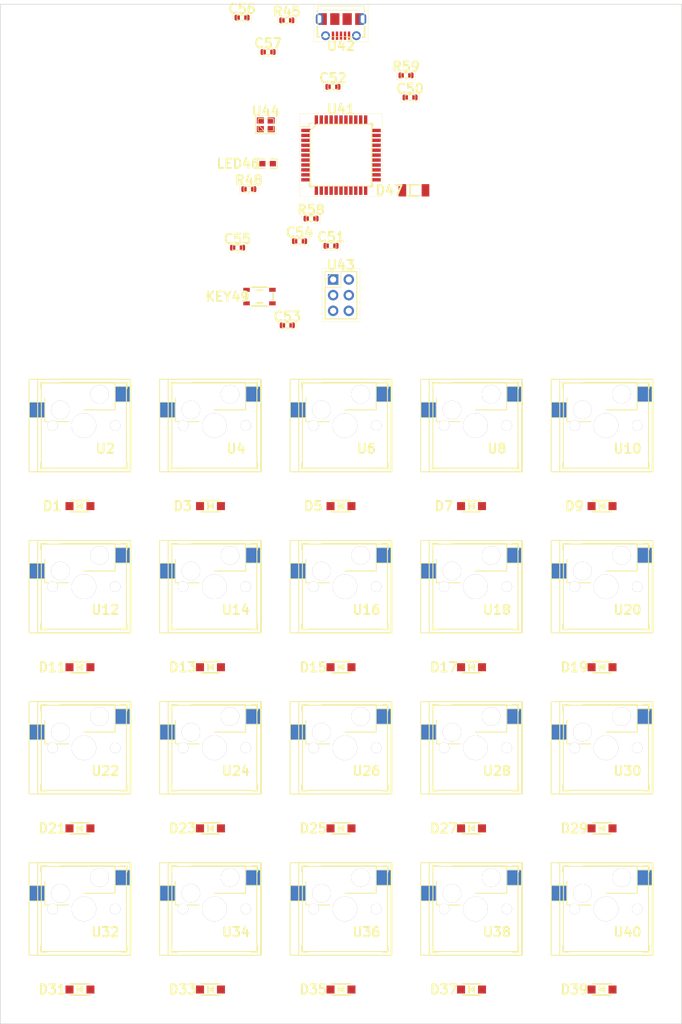
<source format=kicad_pcb>
(kicad_pcb
 (version 5)
 (host pcbnew 4.0.2-stable)
 (general
  (links 469)
  (no_connects 0)
  (area 0 0 110.56842984500076 165.39605861250186)
  (thickness 1.6002)
  (drawings 311)
  (tracks 3484)
  (zones 0)
  (modules 338)
  (nets 131))
 (page A3)
 (title_block
  (title GH60)
  (date "20 jan 2014")
  (rev B)
  (company "geekhack GH60 design team"))
 (layers
  (0 F.Cu signal)
  (31 B.Cu signal)
  (32 B.Adhes user)
  (33 F.Adhes user)
  (34 B.Paste user)
  (35 F.Paste user)
  (36 B.SilkS user)
  (37 F.SilkS user)
  (38 B.Mask user)
  (39 F.Mask user)
  (40 Dwgs.User user)
  (41 Cmts.User user)
  (42 Eco1.User user)
  (43 Eco2.User user)
  (44 Edge.Cuts user)
  (48 B.Fab user)
  (49 F.Fab user))
 (setup
  (last_trace_width 0.4064)
  (user_trace_width 0.254)
  (user_trace_width 0.4064)
  (user_trace_width 0.889)
  (trace_clearance 0.127)
  (zone_clearance 0.307299)
  (zone_45_only yes)
  (trace_min 0.127)
  (segment_width 2)
  (edge_width 0.0991)
  (via_size 1)
  (via_drill 0.4)
  (via_min_size 1)
  (via_min_drill 0.4)
  (uvia_size 0.508)
  (uvia_drill 0.127)
  (uvias_allowed no)
  (uvia_min_size 0.508)
  (uvia_min_drill 0.127)
  (pcb_text_width 0.3048)
  (pcb_text_size 1.524 2.032)
  (mod_edge_width 0.3)
  (mod_text_size 1.524 1.524)
  (mod_text_width 0.3048)
  (pad_size 0.9 0.9)
  (pad_drill 0.9)
  (pad_to_mask_clearance 0.1016)
  (pad_to_paste_clearance -0.02)
  (aux_axis_origin 62.29 64.62)
  (visible_elements FFFFFFFF)
  (pcbplotparams
   (layerselection 0x012a0_00000000)
   (usegerberextensions false)
   (excludeedgelayer true)
   (linewidth 0.15)
   (plotframeref false)
   (viasonmask false)
   (mode 1)
   (useauxorigin false)
   (hpglpennumber 1)
   (hpglpenspeed 20)
   (hpglpendiameter 15)
   (hpglpenoverlay 0)
   (psnegative false)
   (psa4output false)
   (plotreference true)
   (plotvalue false)
   (plotinvisibletext false)
   (padsonsilk false)
   (subtractmaskfromsilk false)
   (outputformat 4)
   (mirror false)
   (drillshape 0)
   (scaleselection 1)
   (outputdirectory gerber/)))
 (net 14 "14")
 (net 18 "18")
 (net 22 "22")
 (net 26 "26")
 (net 15 "15")
 (net 19 "19")
 (net 23 "23")
 (net 27 "27")
 (net 16 "16")
 (net 20 "20")
 (net 24 "24")
 (net 28 "28")
 (net 17 "17")
 (net 21 "21")
 (net 25 "25")
 (net 29 "29")
 (net 30 "30")
 (net 34 "34")
 (net 38 "38")
 (net 42 "42")
 (net 2 "2")
 (net 6 "6")
 (net 10 "10")
 (net 31 "31")
 (net 35 "35")
 (net 39 "39")
 (net 43 "43")
 (net 3 "3")
 (net 7 "7")
 (net 11 "11")
 (net 32 "32")
 (net 36 "36")
 (net 40 "40")
 (net 44 "44")
 (net 4 "4")
 (net 8 "8")
 (net 12 "12")
 (net 33 "33")
 (net 37 "37")
 (net 41 "41")
 (net 45 "45")
 (net 1 "1")
 (net 5 "5")
 (net 9 "9")
 (net 13 "13")
 (module "D1" (layer F.Cu)
   (tedit 0)
   (tstamp 0)
   (at 12.924738246658078 81.40790514963018 0.0)
   (path placeholder)
   (fp_text
    reference
    "D1"
    (at -4.499996999999993 7.105427357601002e-15 0)
    (layer F.SilkS)
    (effects (font (size 1.524 1.524) (thickness 0.3048))))
   (fp_line
    (start -0.17780000000000484 0.0)
    (end 0.40639999999999077 -0.40639999999999077)
    (layer F.SilkS)
    (width 0.254))
   (fp_line
    (start 0.40639999999999077 -0.40639999999999077)
    (end 0.40639999999999077 0.406400000000005)
    (layer F.SilkS)
    (width 0.254))
   (fp_line
    (start 0.40639999999999077 0.406400000000005)
    (end -0.17780000000000484 0.0)
    (layer F.SilkS)
    (width 0.254))
   (fp_line
    (start -1.4999969999999934 -0.8999981999999846)
    (end 1.4999969999999934 -0.8999981999999846)
    (layer F.SilkS)
    (width 0.254))
   (fp_line
    (start 1.4999969999999934 0.8999981999999989)
    (end -1.4999969999999934 0.8999981999999989)
    (layer F.SilkS)
    (width 0.254))
   (fp_line
    (start -0.40639999999999077 -0.5079999999999956)
    (end -0.40639999999999077 0.5080000000000098)
    (layer F.SilkS)
    (width 0.254))
   (pad
    2
    smd
    rect
    (at 1.7000220000000184 0.0 0.0)
    (size 1.2999973999999999 1.2999973999999999)
    (layers F.Cu F.Paste F.Mask)
    (net 26 "26"))
   (pad
    1
    smd
    rect
    (at -1.7000220000000041 0.0 0.0)
    (size 1.2999973999999999 1.2999973999999999)
    (layers F.Cu F.Paste F.Mask)
    (net 35 "35"))
   (fp_text
    user
    "right/-/cathode"
    (at 1.7000220000000184 0.0 90)
    (layer Eco1.User)
    (effects (font (size 0.2 0.2) (thickness 0.05))))
   (fp_text
    user
    "+/anode/left"
    (at -1.7000220000000041 0.0 90)
    (layer Eco1.User)
    (effects (font (size 0.2 0.2) (thickness 0.05)))))
 (module "U2" (layer F.Cu)
   (tedit 0)
   (tstamp 0)
   (at 13.559738246658078 68.33816452391676 0.0)
   (path placeholder)
   (fp_text
    reference
    "U2"
    (at 3.4924999999999997 3.75 0)
    (layer F.SilkS)
    (effects (font (size 1.524 1.524) (thickness 0.3048))))
   (fp_line (start -7 -6) (end -7 -7) (layer F.SilkS) (width 0.15))
   (fp_line (start -7 7) (end -6 7) (layer F.SilkS) (width 0.15))
   (fp_line (start -6 -7) (end -7 -7) (layer F.SilkS) (width 0.15))
   (fp_line (start -7 7) (end -7 6) (layer F.SilkS) (width 0.15))
   (fp_line (start 7 6) (end 7 7) (layer F.SilkS) (width 0.15))
   (fp_line (start 7 -7) (end 6 -7) (layer F.SilkS) (width 0.15))
   (fp_line (start 6 7) (end 7 7) (layer F.SilkS) (width 0.15))
   (fp_line (start 7 -7) (end 7 -6) (layer F.SilkS) (width 0.15))
   (fp_line (start -6.9 6.9) (end 6.9 6.9) (layer F.SilkS) (width 0.15))
   (fp_line (start 6.9 -6.9) (end -6.9 -6.9) (layer F.SilkS) (width 0.15))
   (fp_line (start 6.9 -6.9) (end 6.9 6.9) (layer F.SilkS) (width 0.15))
   (fp_line (start -6.9 6.9) (end -6.9 -6.9) (layer F.SilkS) (width 0.15))
   (fp_line (start -7.5 -7.5) (end 7.5 -7.5) (layer F.SilkS) (width 0.15))
   (fp_line (start 7.5 -7.5) (end 7.5 7.5) (layer F.SilkS) (width 0.15))
   (fp_line (start 7.5 7.5) (end -7.5 7.5) (layer F.SilkS) (width 0.15))
   (fp_line (start -7.5 7.5) (end -7.5 -7.5) (layer F.SilkS) (width 0.15))
   (fp_line
    (start -6.35 -1.016)
    (end -6.35 -0.635)
    (layer F.SilkS)
    (width 0.15))
   (fp_line (start 5.08 -3.556) (end 5.08 -2.54) (layer F.SilkS) (width 0.15))
   (fp_line (start 5.08 -2.54) (end 0 -2.54) (layer F.SilkS) (width 0.15))
   (fp_line
    (start -2.464162 -0.635)
    (end -4.191 -0.635)
    (layer F.SilkS)
    (width 0.15))
   (fp_line
    (start -5.969 -0.635)
    (end -6.35 -0.635)
    (layer F.SilkS)
    (width 0.15))
   (fp_line
    (start -6.35 -4.445)
    (end -6.35 -4.064)
    (layer F.SilkS)
    (width 0.15))
   (fp_line
    (start -3.81 -6.985)
    (end 5.08 -6.985)
    (layer F.SilkS)
    (width 0.15))
   (fp_line (start 5.08 -6.985) (end 5.08 -6.604) (layer F.SilkS) (width 0.15))
   (fp_line
    (start -6.35 -0.635)
    (end -2.54 -0.635)
    (layer F.SilkS)
    (width 0.12))
   (fp_line
    (start -6.35 -0.635)
    (end -6.35 -4.445)
    (layer F.SilkS)
    (width 0.12))
   (fp_line
    (start -3.81 -6.985)
    (end 5.08 -6.985)
    (layer F.SilkS)
    (width 0.12))
   (fp_line (start 5.08 -6.985) (end 5.08 -2.54) (layer F.SilkS) (width 0.12))
   (fp_line (start 5.08 -2.54) (end 0 -2.54) (layer F.SilkS) (width 0.12))
   (fp_line (start 5.08 -6.35) (end 7.62 -6.35) (layer F.SilkS) (width 0.12))
   (fp_line (start 7.62 -6.35) (end 7.62 -3.81) (layer F.SilkS) (width 0.12))
   (fp_line (start 7.62 -3.81) (end 5.08 -3.81) (layer F.SilkS) (width 0.12))
   (fp_line (start -6.35 -1.27) (end -8.89 -1.27) (layer F.SilkS) (width 0.12))
   (fp_line (start -8.89 -1.27) (end -8.89 -3.81) (layer F.SilkS) (width 0.12))
   (fp_line (start -8.89 -3.81) (end -6.35 -3.81) (layer F.SilkS) (width 0.12))
   (fp_line (start -8.89 -7.5) (end 7.62 -7.5) (layer F.SilkS) (width 0.15))
   (fp_line (start 7.62 -7.5) (end 7.62 7.5) (layer F.SilkS) (width 0.15))
   (fp_line (start 7.62 7.5) (end -8.89 7.5) (layer F.SilkS) (width 0.15))
   (fp_line (start -8.89 7.5) (end -8.89 -7.5) (layer F.SilkS) (width 0.15))
   (pad
    1
    smd
    rect
    (at 6.29 -5.08 0.0)
    (size 2.55 2.5)
    (layers B.Cu B.Paste B.Mask)
    (net 17 "17"))
   (pad
    2
    smd
    rect
    (at -7.56 -2.54 0.0)
    (size 2.55 2.5)
    (layers B.Cu B.Paste B.Mask)
    (net 35 "35"))
   (pad
    ""
    thru_hole
    circle
    (at 2.54 -5.08 0.0)
    (size 3 3)
    (drill 3)
    (layers *.Cu *.Mask))
   (pad
    ""
    thru_hole
    circle
    (at -3.81 -2.54 0.0)
    (size 3 3)
    (drill 3)
    (layers *.Cu *.Mask))
   (pad
    ""
    thru_hole
    circle
    (at 0 0 0.0)
    (size 3.9878 3.9878)
    (drill 3.9878)
    (layers *.Cu *.Mask))
   (pad
    ""
    thru_hole
    circle
    (at 5.08 0 0.0)
    (size 1.7018 1.7018)
    (drill 1.7018)
    (layers *.Cu *.Mask))
   (pad
    ""
    thru_hole
    circle
    (at -5.08 0 0.0)
    (size 1.7018 1.7018)
    (drill 1.7018)
    (layers *.Cu *.Mask))
   (fp_text
    user
    "left/1"
    (at 6.29 -5.08)
    (layer Eco1.User)
    (effects (font (size 0.2 0.2) (thickness 0.05))))
   (fp_text
    user
    "right/2"
    (at -7.56 -2.54)
    (layer Eco1.User)
    (effects (font (size 0.2 0.2) (thickness 0.05))))
   (fp_text
    user
    ""
    (at 2.54 -5.08 90)
    (layer Eco1.User)
    (effects (font (size 0.2 0.2) (thickness 0.05))))
   (fp_text
    user
    ""
    (at -3.81 -2.54 90)
    (layer Eco1.User)
    (effects (font (size 0.2 0.2) (thickness 0.05))))
   (fp_text
    user
    ""
    (at 0 0 90)
    (layer Eco1.User)
    (effects (font (size 0.2 0.2) (thickness 0.05))))
   (fp_text
    user
    ""
    (at 5.08 0 90)
    (layer Eco1.User)
    (effects (font (size 0.2 0.2) (thickness 0.05))))
   (fp_text
    user
    ""
    (at -5.08 0 90)
    (layer Eco1.User)
    (effects (font (size 0.2 0.2) (thickness 0.05)))))
 (module "D3" (layer F.Cu)
   (tedit 0)
   (tstamp 0)
   (at 34.104476432474115 81.40790514963018 0.0)
   (path placeholder)
   (fp_text
    reference
    "D3"
    (at -4.499996999999993 7.105427357601002e-15 0)
    (layer F.SilkS)
    (effects (font (size 1.524 1.524) (thickness 0.3048))))
   (fp_line
    (start -0.17780000000000484 0.0)
    (end 0.40639999999999077 -0.40639999999999077)
    (layer F.SilkS)
    (width 0.254))
   (fp_line
    (start 0.40639999999999077 -0.40639999999999077)
    (end 0.40639999999999077 0.406400000000005)
    (layer F.SilkS)
    (width 0.254))
   (fp_line
    (start 0.40639999999999077 0.406400000000005)
    (end -0.17780000000000484 0.0)
    (layer F.SilkS)
    (width 0.254))
   (fp_line
    (start -1.4999969999999934 -0.8999981999999846)
    (end 1.4999969999999934 -0.8999981999999846)
    (layer F.SilkS)
    (width 0.254))
   (fp_line
    (start 1.4999969999999934 0.8999981999999989)
    (end -1.4999969999999934 0.8999981999999989)
    (layer F.SilkS)
    (width 0.254))
   (fp_line
    (start -0.40639999999999077 -0.5079999999999956)
    (end -0.40639999999999077 0.5080000000000098)
    (layer F.SilkS)
    (width 0.254))
   (pad
    2
    smd
    rect
    (at 1.7000220000000184 0.0 0.0)
    (size 1.2999973999999999 1.2999973999999999)
    (layers F.Cu F.Paste F.Mask)
    (net 26 "26"))
   (pad
    1
    smd
    rect
    (at -1.7000220000000041 0.0 0.0)
    (size 1.2999973999999999 1.2999973999999999)
    (layers F.Cu F.Paste F.Mask)
    (net 4 "4"))
   (fp_text
    user
    "right/-/cathode"
    (at 1.7000220000000184 0.0 90)
    (layer Eco1.User)
    (effects (font (size 0.2 0.2) (thickness 0.05))))
   (fp_text
    user
    "+/anode/left"
    (at -1.7000220000000041 0.0 90)
    (layer Eco1.User)
    (effects (font (size 0.2 0.2) (thickness 0.05)))))
 (module "U4" (layer F.Cu)
   (tedit 0)
   (tstamp 0)
   (at 34.73947643247411 68.33816452391676 0.0)
   (path placeholder)
   (fp_text
    reference
    "U4"
    (at 3.4924999999999997 3.75 0)
    (layer F.SilkS)
    (effects (font (size 1.524 1.524) (thickness 0.3048))))
   (fp_line (start -7 -6) (end -7 -7) (layer F.SilkS) (width 0.15))
   (fp_line (start -7 7) (end -6 7) (layer F.SilkS) (width 0.15))
   (fp_line (start -6 -7) (end -7 -7) (layer F.SilkS) (width 0.15))
   (fp_line (start -7 7) (end -7 6) (layer F.SilkS) (width 0.15))
   (fp_line (start 7 6) (end 7 7) (layer F.SilkS) (width 0.15))
   (fp_line (start 7 -7) (end 6 -7) (layer F.SilkS) (width 0.15))
   (fp_line (start 6 7) (end 7 7) (layer F.SilkS) (width 0.15))
   (fp_line (start 7 -7) (end 7 -6) (layer F.SilkS) (width 0.15))
   (fp_line (start -6.9 6.9) (end 6.9 6.9) (layer F.SilkS) (width 0.15))
   (fp_line (start 6.9 -6.9) (end -6.9 -6.9) (layer F.SilkS) (width 0.15))
   (fp_line (start 6.9 -6.9) (end 6.9 6.9) (layer F.SilkS) (width 0.15))
   (fp_line (start -6.9 6.9) (end -6.9 -6.9) (layer F.SilkS) (width 0.15))
   (fp_line (start -7.5 -7.5) (end 7.5 -7.5) (layer F.SilkS) (width 0.15))
   (fp_line (start 7.5 -7.5) (end 7.5 7.5) (layer F.SilkS) (width 0.15))
   (fp_line (start 7.5 7.5) (end -7.5 7.5) (layer F.SilkS) (width 0.15))
   (fp_line (start -7.5 7.5) (end -7.5 -7.5) (layer F.SilkS) (width 0.15))
   (fp_line
    (start -6.35 -1.016)
    (end -6.35 -0.635)
    (layer F.SilkS)
    (width 0.15))
   (fp_line (start 5.08 -3.556) (end 5.08 -2.54) (layer F.SilkS) (width 0.15))
   (fp_line (start 5.08 -2.54) (end 0 -2.54) (layer F.SilkS) (width 0.15))
   (fp_line
    (start -2.464162 -0.635)
    (end -4.191 -0.635)
    (layer F.SilkS)
    (width 0.15))
   (fp_line
    (start -5.969 -0.635)
    (end -6.35 -0.635)
    (layer F.SilkS)
    (width 0.15))
   (fp_line
    (start -6.35 -4.445)
    (end -6.35 -4.064)
    (layer F.SilkS)
    (width 0.15))
   (fp_line
    (start -3.81 -6.985)
    (end 5.08 -6.985)
    (layer F.SilkS)
    (width 0.15))
   (fp_line (start 5.08 -6.985) (end 5.08 -6.604) (layer F.SilkS) (width 0.15))
   (fp_line
    (start -6.35 -0.635)
    (end -2.54 -0.635)
    (layer F.SilkS)
    (width 0.12))
   (fp_line
    (start -6.35 -0.635)
    (end -6.35 -4.445)
    (layer F.SilkS)
    (width 0.12))
   (fp_line
    (start -3.81 -6.985)
    (end 5.08 -6.985)
    (layer F.SilkS)
    (width 0.12))
   (fp_line (start 5.08 -6.985) (end 5.08 -2.54) (layer F.SilkS) (width 0.12))
   (fp_line (start 5.08 -2.54) (end 0 -2.54) (layer F.SilkS) (width 0.12))
   (fp_line (start 5.08 -6.35) (end 7.62 -6.35) (layer F.SilkS) (width 0.12))
   (fp_line (start 7.62 -6.35) (end 7.62 -3.81) (layer F.SilkS) (width 0.12))
   (fp_line (start 7.62 -3.81) (end 5.08 -3.81) (layer F.SilkS) (width 0.12))
   (fp_line (start -6.35 -1.27) (end -8.89 -1.27) (layer F.SilkS) (width 0.12))
   (fp_line (start -8.89 -1.27) (end -8.89 -3.81) (layer F.SilkS) (width 0.12))
   (fp_line (start -8.89 -3.81) (end -6.35 -3.81) (layer F.SilkS) (width 0.12))
   (fp_line (start -8.89 -7.5) (end 7.62 -7.5) (layer F.SilkS) (width 0.15))
   (fp_line (start 7.62 -7.5) (end 7.62 7.5) (layer F.SilkS) (width 0.15))
   (fp_line (start 7.62 7.5) (end -8.89 7.5) (layer F.SilkS) (width 0.15))
   (fp_line (start -8.89 7.5) (end -8.89 -7.5) (layer F.SilkS) (width 0.15))
   (pad
    1
    smd
    rect
    (at 6.29 -5.08 0.0)
    (size 2.55 2.5)
    (layers B.Cu B.Paste B.Mask)
    (net 12 "12"))
   (pad
    2
    smd
    rect
    (at -7.56 -2.54 0.0)
    (size 2.55 2.5)
    (layers B.Cu B.Paste B.Mask)
    (net 4 "4"))
   (pad
    ""
    thru_hole
    circle
    (at 2.54 -5.08 0.0)
    (size 3 3)
    (drill 3)
    (layers *.Cu *.Mask))
   (pad
    ""
    thru_hole
    circle
    (at -3.81 -2.54 0.0)
    (size 3 3)
    (drill 3)
    (layers *.Cu *.Mask))
   (pad
    ""
    thru_hole
    circle
    (at 0 0 0.0)
    (size 3.9878 3.9878)
    (drill 3.9878)
    (layers *.Cu *.Mask))
   (pad
    ""
    thru_hole
    circle
    (at 5.08 0 0.0)
    (size 1.7018 1.7018)
    (drill 1.7018)
    (layers *.Cu *.Mask))
   (pad
    ""
    thru_hole
    circle
    (at -5.08 0 0.0)
    (size 1.7018 1.7018)
    (drill 1.7018)
    (layers *.Cu *.Mask))
   (fp_text
    user
    "left/1"
    (at 6.29 -5.08)
    (layer Eco1.User)
    (effects (font (size 0.2 0.2) (thickness 0.05))))
   (fp_text
    user
    "right/2"
    (at -7.56 -2.54)
    (layer Eco1.User)
    (effects (font (size 0.2 0.2) (thickness 0.05))))
   (fp_text
    user
    ""
    (at 2.54 -5.08 90)
    (layer Eco1.User)
    (effects (font (size 0.2 0.2) (thickness 0.05))))
   (fp_text
    user
    ""
    (at -3.81 -2.54 90)
    (layer Eco1.User)
    (effects (font (size 0.2 0.2) (thickness 0.05))))
   (fp_text
    user
    ""
    (at 0 0 90)
    (layer Eco1.User)
    (effects (font (size 0.2 0.2) (thickness 0.05))))
   (fp_text
    user
    ""
    (at 5.08 0 90)
    (layer Eco1.User)
    (effects (font (size 0.2 0.2) (thickness 0.05))))
   (fp_text
    user
    ""
    (at -5.08 0 90)
    (layer Eco1.User)
    (effects (font (size 0.2 0.2) (thickness 0.05)))))
 (module "D5" (layer F.Cu)
   (tedit 0)
   (tstamp 0)
   (at 55.28421461829015 81.40790514963018 0.0)
   (path placeholder)
   (fp_text
    reference
    "D5"
    (at -4.499996999999993 7.105427357601002e-15 0)
    (layer F.SilkS)
    (effects (font (size 1.524 1.524) (thickness 0.3048))))
   (fp_line
    (start -0.17780000000000484 0.0)
    (end 0.40639999999999077 -0.40639999999999077)
    (layer F.SilkS)
    (width 0.254))
   (fp_line
    (start 0.40639999999999077 -0.40639999999999077)
    (end 0.40639999999999077 0.406400000000005)
    (layer F.SilkS)
    (width 0.254))
   (fp_line
    (start 0.40639999999999077 0.406400000000005)
    (end -0.17780000000000484 0.0)
    (layer F.SilkS)
    (width 0.254))
   (fp_line
    (start -1.4999969999999934 -0.8999981999999846)
    (end 1.4999969999999934 -0.8999981999999846)
    (layer F.SilkS)
    (width 0.254))
   (fp_line
    (start 1.4999969999999934 0.8999981999999989)
    (end -1.4999969999999934 0.8999981999999989)
    (layer F.SilkS)
    (width 0.254))
   (fp_line
    (start -0.40639999999999077 -0.5079999999999956)
    (end -0.40639999999999077 0.5080000000000098)
    (layer F.SilkS)
    (width 0.254))
   (pad
    2
    smd
    rect
    (at 1.7000220000000184 0.0 0.0)
    (size 1.2999973999999999 1.2999973999999999)
    (layers F.Cu F.Paste F.Mask)
    (net 26 "26"))
   (pad
    1
    smd
    rect
    (at -1.7000220000000041 0.0 0.0)
    (size 1.2999973999999999 1.2999973999999999)
    (layers F.Cu F.Paste F.Mask)
    (net 11 "11"))
   (fp_text
    user
    "right/-/cathode"
    (at 1.7000220000000184 0.0 90)
    (layer Eco1.User)
    (effects (font (size 0.2 0.2) (thickness 0.05))))
   (fp_text
    user
    "+/anode/left"
    (at -1.7000220000000041 0.0 90)
    (layer Eco1.User)
    (effects (font (size 0.2 0.2) (thickness 0.05)))))
 (module "U6" (layer F.Cu)
   (tedit 0)
   (tstamp 0)
   (at 55.91921461829015 68.33816452391676 0.0)
   (path placeholder)
   (fp_text
    reference
    "U6"
    (at 3.4924999999999997 3.75 0)
    (layer F.SilkS)
    (effects (font (size 1.524 1.524) (thickness 0.3048))))
   (fp_line (start -7 -6) (end -7 -7) (layer F.SilkS) (width 0.15))
   (fp_line (start -7 7) (end -6 7) (layer F.SilkS) (width 0.15))
   (fp_line (start -6 -7) (end -7 -7) (layer F.SilkS) (width 0.15))
   (fp_line (start -7 7) (end -7 6) (layer F.SilkS) (width 0.15))
   (fp_line (start 7 6) (end 7 7) (layer F.SilkS) (width 0.15))
   (fp_line (start 7 -7) (end 6 -7) (layer F.SilkS) (width 0.15))
   (fp_line (start 6 7) (end 7 7) (layer F.SilkS) (width 0.15))
   (fp_line (start 7 -7) (end 7 -6) (layer F.SilkS) (width 0.15))
   (fp_line (start -6.9 6.9) (end 6.9 6.9) (layer F.SilkS) (width 0.15))
   (fp_line (start 6.9 -6.9) (end -6.9 -6.9) (layer F.SilkS) (width 0.15))
   (fp_line (start 6.9 -6.9) (end 6.9 6.9) (layer F.SilkS) (width 0.15))
   (fp_line (start -6.9 6.9) (end -6.9 -6.9) (layer F.SilkS) (width 0.15))
   (fp_line (start -7.5 -7.5) (end 7.5 -7.5) (layer F.SilkS) (width 0.15))
   (fp_line (start 7.5 -7.5) (end 7.5 7.5) (layer F.SilkS) (width 0.15))
   (fp_line (start 7.5 7.5) (end -7.5 7.5) (layer F.SilkS) (width 0.15))
   (fp_line (start -7.5 7.5) (end -7.5 -7.5) (layer F.SilkS) (width 0.15))
   (fp_line
    (start -6.35 -1.016)
    (end -6.35 -0.635)
    (layer F.SilkS)
    (width 0.15))
   (fp_line (start 5.08 -3.556) (end 5.08 -2.54) (layer F.SilkS) (width 0.15))
   (fp_line (start 5.08 -2.54) (end 0 -2.54) (layer F.SilkS) (width 0.15))
   (fp_line
    (start -2.464162 -0.635)
    (end -4.191 -0.635)
    (layer F.SilkS)
    (width 0.15))
   (fp_line
    (start -5.969 -0.635)
    (end -6.35 -0.635)
    (layer F.SilkS)
    (width 0.15))
   (fp_line
    (start -6.35 -4.445)
    (end -6.35 -4.064)
    (layer F.SilkS)
    (width 0.15))
   (fp_line
    (start -3.81 -6.985)
    (end 5.08 -6.985)
    (layer F.SilkS)
    (width 0.15))
   (fp_line (start 5.08 -6.985) (end 5.08 -6.604) (layer F.SilkS) (width 0.15))
   (fp_line
    (start -6.35 -0.635)
    (end -2.54 -0.635)
    (layer F.SilkS)
    (width 0.12))
   (fp_line
    (start -6.35 -0.635)
    (end -6.35 -4.445)
    (layer F.SilkS)
    (width 0.12))
   (fp_line
    (start -3.81 -6.985)
    (end 5.08 -6.985)
    (layer F.SilkS)
    (width 0.12))
   (fp_line (start 5.08 -6.985) (end 5.08 -2.54) (layer F.SilkS) (width 0.12))
   (fp_line (start 5.08 -2.54) (end 0 -2.54) (layer F.SilkS) (width 0.12))
   (fp_line (start 5.08 -6.35) (end 7.62 -6.35) (layer F.SilkS) (width 0.12))
   (fp_line (start 7.62 -6.35) (end 7.62 -3.81) (layer F.SilkS) (width 0.12))
   (fp_line (start 7.62 -3.81) (end 5.08 -3.81) (layer F.SilkS) (width 0.12))
   (fp_line (start -6.35 -1.27) (end -8.89 -1.27) (layer F.SilkS) (width 0.12))
   (fp_line (start -8.89 -1.27) (end -8.89 -3.81) (layer F.SilkS) (width 0.12))
   (fp_line (start -8.89 -3.81) (end -6.35 -3.81) (layer F.SilkS) (width 0.12))
   (fp_line (start -8.89 -7.5) (end 7.62 -7.5) (layer F.SilkS) (width 0.15))
   (fp_line (start 7.62 -7.5) (end 7.62 7.5) (layer F.SilkS) (width 0.15))
   (fp_line (start 7.62 7.5) (end -8.89 7.5) (layer F.SilkS) (width 0.15))
   (fp_line (start -8.89 7.5) (end -8.89 -7.5) (layer F.SilkS) (width 0.15))
   (pad
    1
    smd
    rect
    (at 6.29 -5.08 0.0)
    (size 2.55 2.5)
    (layers B.Cu B.Paste B.Mask)
    (net 23 "23"))
   (pad
    2
    smd
    rect
    (at -7.56 -2.54 0.0)
    (size 2.55 2.5)
    (layers B.Cu B.Paste B.Mask)
    (net 11 "11"))
   (pad
    ""
    thru_hole
    circle
    (at 2.54 -5.08 0.0)
    (size 3 3)
    (drill 3)
    (layers *.Cu *.Mask))
   (pad
    ""
    thru_hole
    circle
    (at -3.81 -2.54 0.0)
    (size 3 3)
    (drill 3)
    (layers *.Cu *.Mask))
   (pad
    ""
    thru_hole
    circle
    (at 0 0 0.0)
    (size 3.9878 3.9878)
    (drill 3.9878)
    (layers *.Cu *.Mask))
   (pad
    ""
    thru_hole
    circle
    (at 5.08 0 0.0)
    (size 1.7018 1.7018)
    (drill 1.7018)
    (layers *.Cu *.Mask))
   (pad
    ""
    thru_hole
    circle
    (at -5.08 0 0.0)
    (size 1.7018 1.7018)
    (drill 1.7018)
    (layers *.Cu *.Mask))
   (fp_text
    user
    "left/1"
    (at 6.29 -5.08)
    (layer Eco1.User)
    (effects (font (size 0.2 0.2) (thickness 0.05))))
   (fp_text
    user
    "right/2"
    (at -7.56 -2.54)
    (layer Eco1.User)
    (effects (font (size 0.2 0.2) (thickness 0.05))))
   (fp_text
    user
    ""
    (at 2.54 -5.08 90)
    (layer Eco1.User)
    (effects (font (size 0.2 0.2) (thickness 0.05))))
   (fp_text
    user
    ""
    (at -3.81 -2.54 90)
    (layer Eco1.User)
    (effects (font (size 0.2 0.2) (thickness 0.05))))
   (fp_text
    user
    ""
    (at 0 0 90)
    (layer Eco1.User)
    (effects (font (size 0.2 0.2) (thickness 0.05))))
   (fp_text
    user
    ""
    (at 5.08 0 90)
    (layer Eco1.User)
    (effects (font (size 0.2 0.2) (thickness 0.05))))
   (fp_text
    user
    ""
    (at -5.08 0 90)
    (layer Eco1.User)
    (effects (font (size 0.2 0.2) (thickness 0.05)))))
 (module "D7" (layer F.Cu)
   (tedit 0)
   (tstamp 0)
   (at 76.46395280410619 81.40790514963018 0.0)
   (path placeholder)
   (fp_text
    reference
    "D7"
    (at -4.499996999999993 7.105427357601002e-15 0)
    (layer F.SilkS)
    (effects (font (size 1.524 1.524) (thickness 0.3048))))
   (fp_line
    (start -0.17780000000000484 0.0)
    (end 0.40639999999999077 -0.40639999999999077)
    (layer F.SilkS)
    (width 0.254))
   (fp_line
    (start 0.40639999999999077 -0.40639999999999077)
    (end 0.40639999999999077 0.406400000000005)
    (layer F.SilkS)
    (width 0.254))
   (fp_line
    (start 0.40639999999999077 0.406400000000005)
    (end -0.17780000000000484 0.0)
    (layer F.SilkS)
    (width 0.254))
   (fp_line
    (start -1.4999969999999934 -0.8999981999999846)
    (end 1.4999969999999934 -0.8999981999999846)
    (layer F.SilkS)
    (width 0.254))
   (fp_line
    (start 1.4999969999999934 0.8999981999999989)
    (end -1.4999969999999934 0.8999981999999989)
    (layer F.SilkS)
    (width 0.254))
   (fp_line
    (start -0.40639999999999077 -0.5079999999999956)
    (end -0.40639999999999077 0.5080000000000098)
    (layer F.SilkS)
    (width 0.254))
   (pad
    2
    smd
    rect
    (at 1.7000220000000184 0.0 0.0)
    (size 1.2999973999999999 1.2999973999999999)
    (layers F.Cu F.Paste F.Mask)
    (net 26 "26"))
   (pad
    1
    smd
    rect
    (at -1.7000220000000041 0.0 0.0)
    (size 1.2999973999999999 1.2999973999999999)
    (layers F.Cu F.Paste F.Mask)
    (net 41 "41"))
   (fp_text
    user
    "right/-/cathode"
    (at 1.7000220000000184 0.0 90)
    (layer Eco1.User)
    (effects (font (size 0.2 0.2) (thickness 0.05))))
   (fp_text
    user
    "+/anode/left"
    (at -1.7000220000000041 0.0 90)
    (layer Eco1.User)
    (effects (font (size 0.2 0.2) (thickness 0.05)))))
 (module "U8" (layer F.Cu)
   (tedit 0)
   (tstamp 0)
   (at 77.09895280410619 68.33816452391676 0.0)
   (path placeholder)
   (fp_text
    reference
    "U8"
    (at 3.4924999999999997 3.75 0)
    (layer F.SilkS)
    (effects (font (size 1.524 1.524) (thickness 0.3048))))
   (fp_line (start -7 -6) (end -7 -7) (layer F.SilkS) (width 0.15))
   (fp_line (start -7 7) (end -6 7) (layer F.SilkS) (width 0.15))
   (fp_line (start -6 -7) (end -7 -7) (layer F.SilkS) (width 0.15))
   (fp_line (start -7 7) (end -7 6) (layer F.SilkS) (width 0.15))
   (fp_line (start 7 6) (end 7 7) (layer F.SilkS) (width 0.15))
   (fp_line (start 7 -7) (end 6 -7) (layer F.SilkS) (width 0.15))
   (fp_line (start 6 7) (end 7 7) (layer F.SilkS) (width 0.15))
   (fp_line (start 7 -7) (end 7 -6) (layer F.SilkS) (width 0.15))
   (fp_line (start -6.9 6.9) (end 6.9 6.9) (layer F.SilkS) (width 0.15))
   (fp_line (start 6.9 -6.9) (end -6.9 -6.9) (layer F.SilkS) (width 0.15))
   (fp_line (start 6.9 -6.9) (end 6.9 6.9) (layer F.SilkS) (width 0.15))
   (fp_line (start -6.9 6.9) (end -6.9 -6.9) (layer F.SilkS) (width 0.15))
   (fp_line (start -7.5 -7.5) (end 7.5 -7.5) (layer F.SilkS) (width 0.15))
   (fp_line (start 7.5 -7.5) (end 7.5 7.5) (layer F.SilkS) (width 0.15))
   (fp_line (start 7.5 7.5) (end -7.5 7.5) (layer F.SilkS) (width 0.15))
   (fp_line (start -7.5 7.5) (end -7.5 -7.5) (layer F.SilkS) (width 0.15))
   (fp_line
    (start -6.35 -1.016)
    (end -6.35 -0.635)
    (layer F.SilkS)
    (width 0.15))
   (fp_line (start 5.08 -3.556) (end 5.08 -2.54) (layer F.SilkS) (width 0.15))
   (fp_line (start 5.08 -2.54) (end 0 -2.54) (layer F.SilkS) (width 0.15))
   (fp_line
    (start -2.464162 -0.635)
    (end -4.191 -0.635)
    (layer F.SilkS)
    (width 0.15))
   (fp_line
    (start -5.969 -0.635)
    (end -6.35 -0.635)
    (layer F.SilkS)
    (width 0.15))
   (fp_line
    (start -6.35 -4.445)
    (end -6.35 -4.064)
    (layer F.SilkS)
    (width 0.15))
   (fp_line
    (start -3.81 -6.985)
    (end 5.08 -6.985)
    (layer F.SilkS)
    (width 0.15))
   (fp_line (start 5.08 -6.985) (end 5.08 -6.604) (layer F.SilkS) (width 0.15))
   (fp_line
    (start -6.35 -0.635)
    (end -2.54 -0.635)
    (layer F.SilkS)
    (width 0.12))
   (fp_line
    (start -6.35 -0.635)
    (end -6.35 -4.445)
    (layer F.SilkS)
    (width 0.12))
   (fp_line
    (start -3.81 -6.985)
    (end 5.08 -6.985)
    (layer F.SilkS)
    (width 0.12))
   (fp_line (start 5.08 -6.985) (end 5.08 -2.54) (layer F.SilkS) (width 0.12))
   (fp_line (start 5.08 -2.54) (end 0 -2.54) (layer F.SilkS) (width 0.12))
   (fp_line (start 5.08 -6.35) (end 7.62 -6.35) (layer F.SilkS) (width 0.12))
   (fp_line (start 7.62 -6.35) (end 7.62 -3.81) (layer F.SilkS) (width 0.12))
   (fp_line (start 7.62 -3.81) (end 5.08 -3.81) (layer F.SilkS) (width 0.12))
   (fp_line (start -6.35 -1.27) (end -8.89 -1.27) (layer F.SilkS) (width 0.12))
   (fp_line (start -8.89 -1.27) (end -8.89 -3.81) (layer F.SilkS) (width 0.12))
   (fp_line (start -8.89 -3.81) (end -6.35 -3.81) (layer F.SilkS) (width 0.12))
   (fp_line (start -8.89 -7.5) (end 7.62 -7.5) (layer F.SilkS) (width 0.15))
   (fp_line (start 7.62 -7.5) (end 7.62 7.5) (layer F.SilkS) (width 0.15))
   (fp_line (start 7.62 7.5) (end -8.89 7.5) (layer F.SilkS) (width 0.15))
   (fp_line (start -8.89 7.5) (end -8.89 -7.5) (layer F.SilkS) (width 0.15))
   (pad
    1
    smd
    rect
    (at 6.29 -5.08 0.0)
    (size 2.55 2.5)
    (layers B.Cu B.Paste B.Mask)
    (net 33 "33"))
   (pad
    2
    smd
    rect
    (at -7.56 -2.54 0.0)
    (size 2.55 2.5)
    (layers B.Cu B.Paste B.Mask)
    (net 41 "41"))
   (pad
    ""
    thru_hole
    circle
    (at 2.54 -5.08 0.0)
    (size 3 3)
    (drill 3)
    (layers *.Cu *.Mask))
   (pad
    ""
    thru_hole
    circle
    (at -3.81 -2.54 0.0)
    (size 3 3)
    (drill 3)
    (layers *.Cu *.Mask))
   (pad
    ""
    thru_hole
    circle
    (at 0 0 0.0)
    (size 3.9878 3.9878)
    (drill 3.9878)
    (layers *.Cu *.Mask))
   (pad
    ""
    thru_hole
    circle
    (at 5.08 0 0.0)
    (size 1.7018 1.7018)
    (drill 1.7018)
    (layers *.Cu *.Mask))
   (pad
    ""
    thru_hole
    circle
    (at -5.08 0 0.0)
    (size 1.7018 1.7018)
    (drill 1.7018)
    (layers *.Cu *.Mask))
   (fp_text
    user
    "left/1"
    (at 6.29 -5.08)
    (layer Eco1.User)
    (effects (font (size 0.2 0.2) (thickness 0.05))))
   (fp_text
    user
    "right/2"
    (at -7.56 -2.54)
    (layer Eco1.User)
    (effects (font (size 0.2 0.2) (thickness 0.05))))
   (fp_text
    user
    ""
    (at 2.54 -5.08 90)
    (layer Eco1.User)
    (effects (font (size 0.2 0.2) (thickness 0.05))))
   (fp_text
    user
    ""
    (at -3.81 -2.54 90)
    (layer Eco1.User)
    (effects (font (size 0.2 0.2) (thickness 0.05))))
   (fp_text
    user
    ""
    (at 0 0 90)
    (layer Eco1.User)
    (effects (font (size 0.2 0.2) (thickness 0.05))))
   (fp_text
    user
    ""
    (at 5.08 0 90)
    (layer Eco1.User)
    (effects (font (size 0.2 0.2) (thickness 0.05))))
   (fp_text
    user
    ""
    (at -5.08 0 90)
    (layer Eco1.User)
    (effects (font (size 0.2 0.2) (thickness 0.05)))))
 (module "D9" (layer F.Cu)
   (tedit 0)
   (tstamp 0)
   (at 97.64369098992222 81.40790514963018 0.0)
   (path placeholder)
   (fp_text
    reference
    "D9"
    (at -4.499996999999993 7.105427357601002e-15 0)
    (layer F.SilkS)
    (effects (font (size 1.524 1.524) (thickness 0.3048))))
   (fp_line
    (start -0.17780000000000484 0.0)
    (end 0.40639999999999077 -0.40639999999999077)
    (layer F.SilkS)
    (width 0.254))
   (fp_line
    (start 0.40639999999999077 -0.40639999999999077)
    (end 0.40639999999999077 0.406400000000005)
    (layer F.SilkS)
    (width 0.254))
   (fp_line
    (start 0.40639999999999077 0.406400000000005)
    (end -0.17780000000000484 0.0)
    (layer F.SilkS)
    (width 0.254))
   (fp_line
    (start -1.4999969999999934 -0.8999981999999846)
    (end 1.4999969999999934 -0.8999981999999846)
    (layer F.SilkS)
    (width 0.254))
   (fp_line
    (start 1.4999969999999934 0.8999981999999989)
    (end -1.4999969999999934 0.8999981999999989)
    (layer F.SilkS)
    (width 0.254))
   (fp_line
    (start -0.40639999999999077 -0.5079999999999956)
    (end -0.40639999999999077 0.5080000000000098)
    (layer F.SilkS)
    (width 0.254))
   (pad
    2
    smd
    rect
    (at 1.7000220000000184 0.0 0.0)
    (size 1.2999973999999999 1.2999973999999999)
    (layers F.Cu F.Paste F.Mask)
    (net 26 "26"))
   (pad
    1
    smd
    rect
    (at -1.7000220000000041 0.0 0.0)
    (size 1.2999973999999999 1.2999973999999999)
    (layers F.Cu F.Paste F.Mask)
    (net 10 "10"))
   (fp_text
    user
    "right/-/cathode"
    (at 1.7000220000000184 0.0 90)
    (layer Eco1.User)
    (effects (font (size 0.2 0.2) (thickness 0.05))))
   (fp_text
    user
    "+/anode/left"
    (at -1.7000220000000041 0.0 90)
    (layer Eco1.User)
    (effects (font (size 0.2 0.2) (thickness 0.05)))))
 (module "U10" (layer F.Cu)
   (tedit 0)
   (tstamp 0)
   (at 98.27869098992223 68.33816452391676 0.0)
   (path placeholder)
   (fp_text
    reference
    "U10"
    (at 3.4924999999999997 3.75 0)
    (layer F.SilkS)
    (effects (font (size 1.524 1.524) (thickness 0.3048))))
   (fp_line (start -7 -6) (end -7 -7) (layer F.SilkS) (width 0.15))
   (fp_line (start -7 7) (end -6 7) (layer F.SilkS) (width 0.15))
   (fp_line (start -6 -7) (end -7 -7) (layer F.SilkS) (width 0.15))
   (fp_line (start -7 7) (end -7 6) (layer F.SilkS) (width 0.15))
   (fp_line (start 7 6) (end 7 7) (layer F.SilkS) (width 0.15))
   (fp_line (start 7 -7) (end 6 -7) (layer F.SilkS) (width 0.15))
   (fp_line (start 6 7) (end 7 7) (layer F.SilkS) (width 0.15))
   (fp_line (start 7 -7) (end 7 -6) (layer F.SilkS) (width 0.15))
   (fp_line (start -6.9 6.9) (end 6.9 6.9) (layer F.SilkS) (width 0.15))
   (fp_line (start 6.9 -6.9) (end -6.9 -6.9) (layer F.SilkS) (width 0.15))
   (fp_line (start 6.9 -6.9) (end 6.9 6.9) (layer F.SilkS) (width 0.15))
   (fp_line (start -6.9 6.9) (end -6.9 -6.9) (layer F.SilkS) (width 0.15))
   (fp_line (start -7.5 -7.5) (end 7.5 -7.5) (layer F.SilkS) (width 0.15))
   (fp_line (start 7.5 -7.5) (end 7.5 7.5) (layer F.SilkS) (width 0.15))
   (fp_line (start 7.5 7.5) (end -7.5 7.5) (layer F.SilkS) (width 0.15))
   (fp_line (start -7.5 7.5) (end -7.5 -7.5) (layer F.SilkS) (width 0.15))
   (fp_line
    (start -6.35 -1.016)
    (end -6.35 -0.635)
    (layer F.SilkS)
    (width 0.15))
   (fp_line (start 5.08 -3.556) (end 5.08 -2.54) (layer F.SilkS) (width 0.15))
   (fp_line (start 5.08 -2.54) (end 0 -2.54) (layer F.SilkS) (width 0.15))
   (fp_line
    (start -2.464162 -0.635)
    (end -4.191 -0.635)
    (layer F.SilkS)
    (width 0.15))
   (fp_line
    (start -5.969 -0.635)
    (end -6.35 -0.635)
    (layer F.SilkS)
    (width 0.15))
   (fp_line
    (start -6.35 -4.445)
    (end -6.35 -4.064)
    (layer F.SilkS)
    (width 0.15))
   (fp_line
    (start -3.81 -6.985)
    (end 5.08 -6.985)
    (layer F.SilkS)
    (width 0.15))
   (fp_line (start 5.08 -6.985) (end 5.08 -6.604) (layer F.SilkS) (width 0.15))
   (fp_line
    (start -6.35 -0.635)
    (end -2.54 -0.635)
    (layer F.SilkS)
    (width 0.12))
   (fp_line
    (start -6.35 -0.635)
    (end -6.35 -4.445)
    (layer F.SilkS)
    (width 0.12))
   (fp_line
    (start -3.81 -6.985)
    (end 5.08 -6.985)
    (layer F.SilkS)
    (width 0.12))
   (fp_line (start 5.08 -6.985) (end 5.08 -2.54) (layer F.SilkS) (width 0.12))
   (fp_line (start 5.08 -2.54) (end 0 -2.54) (layer F.SilkS) (width 0.12))
   (fp_line (start 5.08 -6.35) (end 7.62 -6.35) (layer F.SilkS) (width 0.12))
   (fp_line (start 7.62 -6.35) (end 7.62 -3.81) (layer F.SilkS) (width 0.12))
   (fp_line (start 7.62 -3.81) (end 5.08 -3.81) (layer F.SilkS) (width 0.12))
   (fp_line (start -6.35 -1.27) (end -8.89 -1.27) (layer F.SilkS) (width 0.12))
   (fp_line (start -8.89 -1.27) (end -8.89 -3.81) (layer F.SilkS) (width 0.12))
   (fp_line (start -8.89 -3.81) (end -6.35 -3.81) (layer F.SilkS) (width 0.12))
   (fp_line (start -8.89 -7.5) (end 7.62 -7.5) (layer F.SilkS) (width 0.15))
   (fp_line (start 7.62 -7.5) (end 7.62 7.5) (layer F.SilkS) (width 0.15))
   (fp_line (start 7.62 7.5) (end -8.89 7.5) (layer F.SilkS) (width 0.15))
   (fp_line (start -8.89 7.5) (end -8.89 -7.5) (layer F.SilkS) (width 0.15))
   (pad
    1
    smd
    rect
    (at 6.29 -5.08 0.0)
    (size 2.55 2.5)
    (layers B.Cu B.Paste B.Mask)
    (net 34 "34"))
   (pad
    2
    smd
    rect
    (at -7.56 -2.54 0.0)
    (size 2.55 2.5)
    (layers B.Cu B.Paste B.Mask)
    (net 10 "10"))
   (pad
    ""
    thru_hole
    circle
    (at 2.54 -5.08 0.0)
    (size 3 3)
    (drill 3)
    (layers *.Cu *.Mask))
   (pad
    ""
    thru_hole
    circle
    (at -3.81 -2.54 0.0)
    (size 3 3)
    (drill 3)
    (layers *.Cu *.Mask))
   (pad
    ""
    thru_hole
    circle
    (at 0 0 0.0)
    (size 3.9878 3.9878)
    (drill 3.9878)
    (layers *.Cu *.Mask))
   (pad
    ""
    thru_hole
    circle
    (at 5.08 0 0.0)
    (size 1.7018 1.7018)
    (drill 1.7018)
    (layers *.Cu *.Mask))
   (pad
    ""
    thru_hole
    circle
    (at -5.08 0 0.0)
    (size 1.7018 1.7018)
    (drill 1.7018)
    (layers *.Cu *.Mask))
   (fp_text
    user
    "left/1"
    (at 6.29 -5.08)
    (layer Eco1.User)
    (effects (font (size 0.2 0.2) (thickness 0.05))))
   (fp_text
    user
    "right/2"
    (at -7.56 -2.54)
    (layer Eco1.User)
    (effects (font (size 0.2 0.2) (thickness 0.05))))
   (fp_text
    user
    ""
    (at 2.54 -5.08 90)
    (layer Eco1.User)
    (effects (font (size 0.2 0.2) (thickness 0.05))))
   (fp_text
    user
    ""
    (at -3.81 -2.54 90)
    (layer Eco1.User)
    (effects (font (size 0.2 0.2) (thickness 0.05))))
   (fp_text
    user
    ""
    (at 0 0 90)
    (layer Eco1.User)
    (effects (font (size 0.2 0.2) (thickness 0.05))))
   (fp_text
    user
    ""
    (at 5.08 0 90)
    (layer Eco1.User)
    (effects (font (size 0.2 0.2) (thickness 0.05))))
   (fp_text
    user
    ""
    (at -5.08 0 90)
    (layer Eco1.User)
    (effects (font (size 0.2 0.2) (thickness 0.05)))))
 (module "D11" (layer F.Cu)
   (tedit 0)
   (tstamp 0)
   (at 12.924738246658078 107.54737472671125 0.0)
   (path placeholder)
   (fp_text
    reference
    "D11"
    (at -4.499996999999993 7.105427357601002e-15 0)
    (layer F.SilkS)
    (effects (font (size 1.524 1.524) (thickness 0.3048))))
   (fp_line
    (start -0.17780000000000484 0.0)
    (end 0.40639999999999077 -0.40639999999999077)
    (layer F.SilkS)
    (width 0.254))
   (fp_line
    (start 0.40639999999999077 -0.40639999999999077)
    (end 0.40639999999999077 0.406400000000005)
    (layer F.SilkS)
    (width 0.254))
   (fp_line
    (start 0.40639999999999077 0.406400000000005)
    (end -0.17780000000000484 0.0)
    (layer F.SilkS)
    (width 0.254))
   (fp_line
    (start -1.4999969999999934 -0.8999981999999846)
    (end 1.4999969999999934 -0.8999981999999846)
    (layer F.SilkS)
    (width 0.254))
   (fp_line
    (start 1.4999969999999934 0.8999981999999989)
    (end -1.4999969999999934 0.8999981999999989)
    (layer F.SilkS)
    (width 0.254))
   (fp_line
    (start -0.40639999999999077 -0.5079999999999956)
    (end -0.40639999999999077 0.5080000000000098)
    (layer F.SilkS)
    (width 0.254))
   (pad
    2
    smd
    rect
    (at 1.7000220000000184 0.0 0.0)
    (size 1.2999973999999999 1.2999973999999999)
    (layers F.Cu F.Paste F.Mask)
    (net 18 "18"))
   (pad
    1
    smd
    rect
    (at -1.7000220000000041 0.0 0.0)
    (size 1.2999973999999999 1.2999973999999999)
    (layers F.Cu F.Paste F.Mask)
    (net 9 "9"))
   (fp_text
    user
    "right/-/cathode"
    (at 1.7000220000000184 0.0 90)
    (layer Eco1.User)
    (effects (font (size 0.2 0.2) (thickness 0.05))))
   (fp_text
    user
    "+/anode/left"
    (at -1.7000220000000041 0.0 90)
    (layer Eco1.User)
    (effects (font (size 0.2 0.2) (thickness 0.05)))))
 (module "U12" (layer F.Cu)
   (tedit 0)
   (tstamp 0)
   (at 13.559738246658078 94.47764344047444 0.0)
   (path placeholder)
   (fp_text
    reference
    "U12"
    (at 3.4924999999999997 3.75 0)
    (layer F.SilkS)
    (effects (font (size 1.524 1.524) (thickness 0.3048))))
   (fp_line (start -7 -6) (end -7 -7) (layer F.SilkS) (width 0.15))
   (fp_line (start -7 7) (end -6 7) (layer F.SilkS) (width 0.15))
   (fp_line (start -6 -7) (end -7 -7) (layer F.SilkS) (width 0.15))
   (fp_line (start -7 7) (end -7 6) (layer F.SilkS) (width 0.15))
   (fp_line (start 7 6) (end 7 7) (layer F.SilkS) (width 0.15))
   (fp_line (start 7 -7) (end 6 -7) (layer F.SilkS) (width 0.15))
   (fp_line (start 6 7) (end 7 7) (layer F.SilkS) (width 0.15))
   (fp_line (start 7 -7) (end 7 -6) (layer F.SilkS) (width 0.15))
   (fp_line (start -6.9 6.9) (end 6.9 6.9) (layer F.SilkS) (width 0.15))
   (fp_line (start 6.9 -6.9) (end -6.9 -6.9) (layer F.SilkS) (width 0.15))
   (fp_line (start 6.9 -6.9) (end 6.9 6.9) (layer F.SilkS) (width 0.15))
   (fp_line (start -6.9 6.9) (end -6.9 -6.9) (layer F.SilkS) (width 0.15))
   (fp_line (start -7.5 -7.5) (end 7.5 -7.5) (layer F.SilkS) (width 0.15))
   (fp_line (start 7.5 -7.5) (end 7.5 7.5) (layer F.SilkS) (width 0.15))
   (fp_line (start 7.5 7.5) (end -7.5 7.5) (layer F.SilkS) (width 0.15))
   (fp_line (start -7.5 7.5) (end -7.5 -7.5) (layer F.SilkS) (width 0.15))
   (fp_line
    (start -6.35 -1.016)
    (end -6.35 -0.635)
    (layer F.SilkS)
    (width 0.15))
   (fp_line (start 5.08 -3.556) (end 5.08 -2.54) (layer F.SilkS) (width 0.15))
   (fp_line (start 5.08 -2.54) (end 0 -2.54) (layer F.SilkS) (width 0.15))
   (fp_line
    (start -2.464162 -0.635)
    (end -4.191 -0.635)
    (layer F.SilkS)
    (width 0.15))
   (fp_line
    (start -5.969 -0.635)
    (end -6.35 -0.635)
    (layer F.SilkS)
    (width 0.15))
   (fp_line
    (start -6.35 -4.445)
    (end -6.35 -4.064)
    (layer F.SilkS)
    (width 0.15))
   (fp_line
    (start -3.81 -6.985)
    (end 5.08 -6.985)
    (layer F.SilkS)
    (width 0.15))
   (fp_line (start 5.08 -6.985) (end 5.08 -6.604) (layer F.SilkS) (width 0.15))
   (fp_line
    (start -6.35 -0.635)
    (end -2.54 -0.635)
    (layer F.SilkS)
    (width 0.12))
   (fp_line
    (start -6.35 -0.635)
    (end -6.35 -4.445)
    (layer F.SilkS)
    (width 0.12))
   (fp_line
    (start -3.81 -6.985)
    (end 5.08 -6.985)
    (layer F.SilkS)
    (width 0.12))
   (fp_line (start 5.08 -6.985) (end 5.08 -2.54) (layer F.SilkS) (width 0.12))
   (fp_line (start 5.08 -2.54) (end 0 -2.54) (layer F.SilkS) (width 0.12))
   (fp_line (start 5.08 -6.35) (end 7.62 -6.35) (layer F.SilkS) (width 0.12))
   (fp_line (start 7.62 -6.35) (end 7.62 -3.81) (layer F.SilkS) (width 0.12))
   (fp_line (start 7.62 -3.81) (end 5.08 -3.81) (layer F.SilkS) (width 0.12))
   (fp_line (start -6.35 -1.27) (end -8.89 -1.27) (layer F.SilkS) (width 0.12))
   (fp_line (start -8.89 -1.27) (end -8.89 -3.81) (layer F.SilkS) (width 0.12))
   (fp_line (start -8.89 -3.81) (end -6.35 -3.81) (layer F.SilkS) (width 0.12))
   (fp_line (start -8.89 -7.5) (end 7.62 -7.5) (layer F.SilkS) (width 0.15))
   (fp_line (start 7.62 -7.5) (end 7.62 7.5) (layer F.SilkS) (width 0.15))
   (fp_line (start 7.62 7.5) (end -8.89 7.5) (layer F.SilkS) (width 0.15))
   (fp_line (start -8.89 7.5) (end -8.89 -7.5) (layer F.SilkS) (width 0.15))
   (pad
    1
    smd
    rect
    (at 6.29 -5.08 0.0)
    (size 2.55 2.5)
    (layers B.Cu B.Paste B.Mask)
    (net 17 "17"))
   (pad
    2
    smd
    rect
    (at -7.56 -2.54 0.0)
    (size 2.55 2.5)
    (layers B.Cu B.Paste B.Mask)
    (net 9 "9"))
   (pad
    ""
    thru_hole
    circle
    (at 2.54 -5.08 0.0)
    (size 3 3)
    (drill 3)
    (layers *.Cu *.Mask))
   (pad
    ""
    thru_hole
    circle
    (at -3.81 -2.54 0.0)
    (size 3 3)
    (drill 3)
    (layers *.Cu *.Mask))
   (pad
    ""
    thru_hole
    circle
    (at 0 0 0.0)
    (size 3.9878 3.9878)
    (drill 3.9878)
    (layers *.Cu *.Mask))
   (pad
    ""
    thru_hole
    circle
    (at 5.08 0 0.0)
    (size 1.7018 1.7018)
    (drill 1.7018)
    (layers *.Cu *.Mask))
   (pad
    ""
    thru_hole
    circle
    (at -5.08 0 0.0)
    (size 1.7018 1.7018)
    (drill 1.7018)
    (layers *.Cu *.Mask))
   (fp_text
    user
    "left/1"
    (at 6.29 -5.08)
    (layer Eco1.User)
    (effects (font (size 0.2 0.2) (thickness 0.05))))
   (fp_text
    user
    "right/2"
    (at -7.56 -2.54)
    (layer Eco1.User)
    (effects (font (size 0.2 0.2) (thickness 0.05))))
   (fp_text
    user
    ""
    (at 2.54 -5.08 90)
    (layer Eco1.User)
    (effects (font (size 0.2 0.2) (thickness 0.05))))
   (fp_text
    user
    ""
    (at -3.81 -2.54 90)
    (layer Eco1.User)
    (effects (font (size 0.2 0.2) (thickness 0.05))))
   (fp_text
    user
    ""
    (at 0 0 90)
    (layer Eco1.User)
    (effects (font (size 0.2 0.2) (thickness 0.05))))
   (fp_text
    user
    ""
    (at 5.08 0 90)
    (layer Eco1.User)
    (effects (font (size 0.2 0.2) (thickness 0.05))))
   (fp_text
    user
    ""
    (at -5.08 0 90)
    (layer Eco1.User)
    (effects (font (size 0.2 0.2) (thickness 0.05)))))
 (module "D13" (layer F.Cu)
   (tedit 0)
   (tstamp 0)
   (at 34.104476432474115 107.54737472671125 0.0)
   (path placeholder)
   (fp_text
    reference
    "D13"
    (at -4.499996999999993 7.105427357601002e-15 0)
    (layer F.SilkS)
    (effects (font (size 1.524 1.524) (thickness 0.3048))))
   (fp_line
    (start -0.17780000000000484 0.0)
    (end 0.40639999999999077 -0.40639999999999077)
    (layer F.SilkS)
    (width 0.254))
   (fp_line
    (start 0.40639999999999077 -0.40639999999999077)
    (end 0.40639999999999077 0.406400000000005)
    (layer F.SilkS)
    (width 0.254))
   (fp_line
    (start 0.40639999999999077 0.406400000000005)
    (end -0.17780000000000484 0.0)
    (layer F.SilkS)
    (width 0.254))
   (fp_line
    (start -1.4999969999999934 -0.8999981999999846)
    (end 1.4999969999999934 -0.8999981999999846)
    (layer F.SilkS)
    (width 0.254))
   (fp_line
    (start 1.4999969999999934 0.8999981999999989)
    (end -1.4999969999999934 0.8999981999999989)
    (layer F.SilkS)
    (width 0.254))
   (fp_line
    (start -0.40639999999999077 -0.5079999999999956)
    (end -0.40639999999999077 0.5080000000000098)
    (layer F.SilkS)
    (width 0.254))
   (pad
    2
    smd
    rect
    (at 1.7000220000000184 0.0 0.0)
    (size 1.2999973999999999 1.2999973999999999)
    (layers F.Cu F.Paste F.Mask)
    (net 18 "18"))
   (pad
    1
    smd
    rect
    (at -1.7000220000000041 0.0 0.0)
    (size 1.2999973999999999 1.2999973999999999)
    (layers F.Cu F.Paste F.Mask)
    (net 44 "44"))
   (fp_text
    user
    "right/-/cathode"
    (at 1.7000220000000184 0.0 90)
    (layer Eco1.User)
    (effects (font (size 0.2 0.2) (thickness 0.05))))
   (fp_text
    user
    "+/anode/left"
    (at -1.7000220000000041 0.0 90)
    (layer Eco1.User)
    (effects (font (size 0.2 0.2) (thickness 0.05)))))
 (module "U14" (layer F.Cu)
   (tedit 0)
   (tstamp 0)
   (at 34.73947643247411 94.47764344047444 0.0)
   (path placeholder)
   (fp_text
    reference
    "U14"
    (at 3.4924999999999997 3.75 0)
    (layer F.SilkS)
    (effects (font (size 1.524 1.524) (thickness 0.3048))))
   (fp_line (start -7 -6) (end -7 -7) (layer F.SilkS) (width 0.15))
   (fp_line (start -7 7) (end -6 7) (layer F.SilkS) (width 0.15))
   (fp_line (start -6 -7) (end -7 -7) (layer F.SilkS) (width 0.15))
   (fp_line (start -7 7) (end -7 6) (layer F.SilkS) (width 0.15))
   (fp_line (start 7 6) (end 7 7) (layer F.SilkS) (width 0.15))
   (fp_line (start 7 -7) (end 6 -7) (layer F.SilkS) (width 0.15))
   (fp_line (start 6 7) (end 7 7) (layer F.SilkS) (width 0.15))
   (fp_line (start 7 -7) (end 7 -6) (layer F.SilkS) (width 0.15))
   (fp_line (start -6.9 6.9) (end 6.9 6.9) (layer F.SilkS) (width 0.15))
   (fp_line (start 6.9 -6.9) (end -6.9 -6.9) (layer F.SilkS) (width 0.15))
   (fp_line (start 6.9 -6.9) (end 6.9 6.9) (layer F.SilkS) (width 0.15))
   (fp_line (start -6.9 6.9) (end -6.9 -6.9) (layer F.SilkS) (width 0.15))
   (fp_line (start -7.5 -7.5) (end 7.5 -7.5) (layer F.SilkS) (width 0.15))
   (fp_line (start 7.5 -7.5) (end 7.5 7.5) (layer F.SilkS) (width 0.15))
   (fp_line (start 7.5 7.5) (end -7.5 7.5) (layer F.SilkS) (width 0.15))
   (fp_line (start -7.5 7.5) (end -7.5 -7.5) (layer F.SilkS) (width 0.15))
   (fp_line
    (start -6.35 -1.016)
    (end -6.35 -0.635)
    (layer F.SilkS)
    (width 0.15))
   (fp_line (start 5.08 -3.556) (end 5.08 -2.54) (layer F.SilkS) (width 0.15))
   (fp_line (start 5.08 -2.54) (end 0 -2.54) (layer F.SilkS) (width 0.15))
   (fp_line
    (start -2.464162 -0.635)
    (end -4.191 -0.635)
    (layer F.SilkS)
    (width 0.15))
   (fp_line
    (start -5.969 -0.635)
    (end -6.35 -0.635)
    (layer F.SilkS)
    (width 0.15))
   (fp_line
    (start -6.35 -4.445)
    (end -6.35 -4.064)
    (layer F.SilkS)
    (width 0.15))
   (fp_line
    (start -3.81 -6.985)
    (end 5.08 -6.985)
    (layer F.SilkS)
    (width 0.15))
   (fp_line (start 5.08 -6.985) (end 5.08 -6.604) (layer F.SilkS) (width 0.15))
   (fp_line
    (start -6.35 -0.635)
    (end -2.54 -0.635)
    (layer F.SilkS)
    (width 0.12))
   (fp_line
    (start -6.35 -0.635)
    (end -6.35 -4.445)
    (layer F.SilkS)
    (width 0.12))
   (fp_line
    (start -3.81 -6.985)
    (end 5.08 -6.985)
    (layer F.SilkS)
    (width 0.12))
   (fp_line (start 5.08 -6.985) (end 5.08 -2.54) (layer F.SilkS) (width 0.12))
   (fp_line (start 5.08 -2.54) (end 0 -2.54) (layer F.SilkS) (width 0.12))
   (fp_line (start 5.08 -6.35) (end 7.62 -6.35) (layer F.SilkS) (width 0.12))
   (fp_line (start 7.62 -6.35) (end 7.62 -3.81) (layer F.SilkS) (width 0.12))
   (fp_line (start 7.62 -3.81) (end 5.08 -3.81) (layer F.SilkS) (width 0.12))
   (fp_line (start -6.35 -1.27) (end -8.89 -1.27) (layer F.SilkS) (width 0.12))
   (fp_line (start -8.89 -1.27) (end -8.89 -3.81) (layer F.SilkS) (width 0.12))
   (fp_line (start -8.89 -3.81) (end -6.35 -3.81) (layer F.SilkS) (width 0.12))
   (fp_line (start -8.89 -7.5) (end 7.62 -7.5) (layer F.SilkS) (width 0.15))
   (fp_line (start 7.62 -7.5) (end 7.62 7.5) (layer F.SilkS) (width 0.15))
   (fp_line (start 7.62 7.5) (end -8.89 7.5) (layer F.SilkS) (width 0.15))
   (fp_line (start -8.89 7.5) (end -8.89 -7.5) (layer F.SilkS) (width 0.15))
   (pad
    1
    smd
    rect
    (at 6.29 -5.08 0.0)
    (size 2.55 2.5)
    (layers B.Cu B.Paste B.Mask)
    (net 12 "12"))
   (pad
    2
    smd
    rect
    (at -7.56 -2.54 0.0)
    (size 2.55 2.5)
    (layers B.Cu B.Paste B.Mask)
    (net 44 "44"))
   (pad
    ""
    thru_hole
    circle
    (at 2.54 -5.08 0.0)
    (size 3 3)
    (drill 3)
    (layers *.Cu *.Mask))
   (pad
    ""
    thru_hole
    circle
    (at -3.81 -2.54 0.0)
    (size 3 3)
    (drill 3)
    (layers *.Cu *.Mask))
   (pad
    ""
    thru_hole
    circle
    (at 0 0 0.0)
    (size 3.9878 3.9878)
    (drill 3.9878)
    (layers *.Cu *.Mask))
   (pad
    ""
    thru_hole
    circle
    (at 5.08 0 0.0)
    (size 1.7018 1.7018)
    (drill 1.7018)
    (layers *.Cu *.Mask))
   (pad
    ""
    thru_hole
    circle
    (at -5.08 0 0.0)
    (size 1.7018 1.7018)
    (drill 1.7018)
    (layers *.Cu *.Mask))
   (fp_text
    user
    "left/1"
    (at 6.29 -5.08)
    (layer Eco1.User)
    (effects (font (size 0.2 0.2) (thickness 0.05))))
   (fp_text
    user
    "right/2"
    (at -7.56 -2.54)
    (layer Eco1.User)
    (effects (font (size 0.2 0.2) (thickness 0.05))))
   (fp_text
    user
    ""
    (at 2.54 -5.08 90)
    (layer Eco1.User)
    (effects (font (size 0.2 0.2) (thickness 0.05))))
   (fp_text
    user
    ""
    (at -3.81 -2.54 90)
    (layer Eco1.User)
    (effects (font (size 0.2 0.2) (thickness 0.05))))
   (fp_text
    user
    ""
    (at 0 0 90)
    (layer Eco1.User)
    (effects (font (size 0.2 0.2) (thickness 0.05))))
   (fp_text
    user
    ""
    (at 5.08 0 90)
    (layer Eco1.User)
    (effects (font (size 0.2 0.2) (thickness 0.05))))
   (fp_text
    user
    ""
    (at -5.08 0 90)
    (layer Eco1.User)
    (effects (font (size 0.2 0.2) (thickness 0.05)))))
 (module "D15" (layer F.Cu)
   (tedit 0)
   (tstamp 0)
   (at 55.28421461829015 107.54737472671125 0.0)
   (path placeholder)
   (fp_text
    reference
    "D15"
    (at -4.499996999999993 7.105427357601002e-15 0)
    (layer F.SilkS)
    (effects (font (size 1.524 1.524) (thickness 0.3048))))
   (fp_line
    (start -0.17780000000000484 0.0)
    (end 0.40639999999999077 -0.40639999999999077)
    (layer F.SilkS)
    (width 0.254))
   (fp_line
    (start 0.40639999999999077 -0.40639999999999077)
    (end 0.40639999999999077 0.406400000000005)
    (layer F.SilkS)
    (width 0.254))
   (fp_line
    (start 0.40639999999999077 0.406400000000005)
    (end -0.17780000000000484 0.0)
    (layer F.SilkS)
    (width 0.254))
   (fp_line
    (start -1.4999969999999934 -0.8999981999999846)
    (end 1.4999969999999934 -0.8999981999999846)
    (layer F.SilkS)
    (width 0.254))
   (fp_line
    (start 1.4999969999999934 0.8999981999999989)
    (end -1.4999969999999934 0.8999981999999989)
    (layer F.SilkS)
    (width 0.254))
   (fp_line
    (start -0.40639999999999077 -0.5079999999999956)
    (end -0.40639999999999077 0.5080000000000098)
    (layer F.SilkS)
    (width 0.254))
   (pad
    2
    smd
    rect
    (at 1.7000220000000184 0.0 0.0)
    (size 1.2999973999999999 1.2999973999999999)
    (layers F.Cu F.Paste F.Mask)
    (net 18 "18"))
   (pad
    1
    smd
    rect
    (at -1.7000220000000041 0.0 0.0)
    (size 1.2999973999999999 1.2999973999999999)
    (layers F.Cu F.Paste F.Mask)
    (net 30 "30"))
   (fp_text
    user
    "right/-/cathode"
    (at 1.7000220000000184 0.0 90)
    (layer Eco1.User)
    (effects (font (size 0.2 0.2) (thickness 0.05))))
   (fp_text
    user
    "+/anode/left"
    (at -1.7000220000000041 0.0 90)
    (layer Eco1.User)
    (effects (font (size 0.2 0.2) (thickness 0.05)))))
 (module "U16" (layer F.Cu)
   (tedit 0)
   (tstamp 0)
   (at 55.91921461829015 94.47764344047444 0.0)
   (path placeholder)
   (fp_text
    reference
    "U16"
    (at 3.4924999999999997 3.75 0)
    (layer F.SilkS)
    (effects (font (size 1.524 1.524) (thickness 0.3048))))
   (fp_line (start -7 -6) (end -7 -7) (layer F.SilkS) (width 0.15))
   (fp_line (start -7 7) (end -6 7) (layer F.SilkS) (width 0.15))
   (fp_line (start -6 -7) (end -7 -7) (layer F.SilkS) (width 0.15))
   (fp_line (start -7 7) (end -7 6) (layer F.SilkS) (width 0.15))
   (fp_line (start 7 6) (end 7 7) (layer F.SilkS) (width 0.15))
   (fp_line (start 7 -7) (end 6 -7) (layer F.SilkS) (width 0.15))
   (fp_line (start 6 7) (end 7 7) (layer F.SilkS) (width 0.15))
   (fp_line (start 7 -7) (end 7 -6) (layer F.SilkS) (width 0.15))
   (fp_line (start -6.9 6.9) (end 6.9 6.9) (layer F.SilkS) (width 0.15))
   (fp_line (start 6.9 -6.9) (end -6.9 -6.9) (layer F.SilkS) (width 0.15))
   (fp_line (start 6.9 -6.9) (end 6.9 6.9) (layer F.SilkS) (width 0.15))
   (fp_line (start -6.9 6.9) (end -6.9 -6.9) (layer F.SilkS) (width 0.15))
   (fp_line (start -7.5 -7.5) (end 7.5 -7.5) (layer F.SilkS) (width 0.15))
   (fp_line (start 7.5 -7.5) (end 7.5 7.5) (layer F.SilkS) (width 0.15))
   (fp_line (start 7.5 7.5) (end -7.5 7.5) (layer F.SilkS) (width 0.15))
   (fp_line (start -7.5 7.5) (end -7.5 -7.5) (layer F.SilkS) (width 0.15))
   (fp_line
    (start -6.35 -1.016)
    (end -6.35 -0.635)
    (layer F.SilkS)
    (width 0.15))
   (fp_line (start 5.08 -3.556) (end 5.08 -2.54) (layer F.SilkS) (width 0.15))
   (fp_line (start 5.08 -2.54) (end 0 -2.54) (layer F.SilkS) (width 0.15))
   (fp_line
    (start -2.464162 -0.635)
    (end -4.191 -0.635)
    (layer F.SilkS)
    (width 0.15))
   (fp_line
    (start -5.969 -0.635)
    (end -6.35 -0.635)
    (layer F.SilkS)
    (width 0.15))
   (fp_line
    (start -6.35 -4.445)
    (end -6.35 -4.064)
    (layer F.SilkS)
    (width 0.15))
   (fp_line
    (start -3.81 -6.985)
    (end 5.08 -6.985)
    (layer F.SilkS)
    (width 0.15))
   (fp_line (start 5.08 -6.985) (end 5.08 -6.604) (layer F.SilkS) (width 0.15))
   (fp_line
    (start -6.35 -0.635)
    (end -2.54 -0.635)
    (layer F.SilkS)
    (width 0.12))
   (fp_line
    (start -6.35 -0.635)
    (end -6.35 -4.445)
    (layer F.SilkS)
    (width 0.12))
   (fp_line
    (start -3.81 -6.985)
    (end 5.08 -6.985)
    (layer F.SilkS)
    (width 0.12))
   (fp_line (start 5.08 -6.985) (end 5.08 -2.54) (layer F.SilkS) (width 0.12))
   (fp_line (start 5.08 -2.54) (end 0 -2.54) (layer F.SilkS) (width 0.12))
   (fp_line (start 5.08 -6.35) (end 7.62 -6.35) (layer F.SilkS) (width 0.12))
   (fp_line (start 7.62 -6.35) (end 7.62 -3.81) (layer F.SilkS) (width 0.12))
   (fp_line (start 7.62 -3.81) (end 5.08 -3.81) (layer F.SilkS) (width 0.12))
   (fp_line (start -6.35 -1.27) (end -8.89 -1.27) (layer F.SilkS) (width 0.12))
   (fp_line (start -8.89 -1.27) (end -8.89 -3.81) (layer F.SilkS) (width 0.12))
   (fp_line (start -8.89 -3.81) (end -6.35 -3.81) (layer F.SilkS) (width 0.12))
   (fp_line (start -8.89 -7.5) (end 7.62 -7.5) (layer F.SilkS) (width 0.15))
   (fp_line (start 7.62 -7.5) (end 7.62 7.5) (layer F.SilkS) (width 0.15))
   (fp_line (start 7.62 7.5) (end -8.89 7.5) (layer F.SilkS) (width 0.15))
   (fp_line (start -8.89 7.5) (end -8.89 -7.5) (layer F.SilkS) (width 0.15))
   (pad
    1
    smd
    rect
    (at 6.29 -5.08 0.0)
    (size 2.55 2.5)
    (layers B.Cu B.Paste B.Mask)
    (net 23 "23"))
   (pad
    2
    smd
    rect
    (at -7.56 -2.54 0.0)
    (size 2.55 2.5)
    (layers B.Cu B.Paste B.Mask)
    (net 30 "30"))
   (pad
    ""
    thru_hole
    circle
    (at 2.54 -5.08 0.0)
    (size 3 3)
    (drill 3)
    (layers *.Cu *.Mask))
   (pad
    ""
    thru_hole
    circle
    (at -3.81 -2.54 0.0)
    (size 3 3)
    (drill 3)
    (layers *.Cu *.Mask))
   (pad
    ""
    thru_hole
    circle
    (at 0 0 0.0)
    (size 3.9878 3.9878)
    (drill 3.9878)
    (layers *.Cu *.Mask))
   (pad
    ""
    thru_hole
    circle
    (at 5.08 0 0.0)
    (size 1.7018 1.7018)
    (drill 1.7018)
    (layers *.Cu *.Mask))
   (pad
    ""
    thru_hole
    circle
    (at -5.08 0 0.0)
    (size 1.7018 1.7018)
    (drill 1.7018)
    (layers *.Cu *.Mask))
   (fp_text
    user
    "left/1"
    (at 6.29 -5.08)
    (layer Eco1.User)
    (effects (font (size 0.2 0.2) (thickness 0.05))))
   (fp_text
    user
    "right/2"
    (at -7.56 -2.54)
    (layer Eco1.User)
    (effects (font (size 0.2 0.2) (thickness 0.05))))
   (fp_text
    user
    ""
    (at 2.54 -5.08 90)
    (layer Eco1.User)
    (effects (font (size 0.2 0.2) (thickness 0.05))))
   (fp_text
    user
    ""
    (at -3.81 -2.54 90)
    (layer Eco1.User)
    (effects (font (size 0.2 0.2) (thickness 0.05))))
   (fp_text
    user
    ""
    (at 0 0 90)
    (layer Eco1.User)
    (effects (font (size 0.2 0.2) (thickness 0.05))))
   (fp_text
    user
    ""
    (at 5.08 0 90)
    (layer Eco1.User)
    (effects (font (size 0.2 0.2) (thickness 0.05))))
   (fp_text
    user
    ""
    (at -5.08 0 90)
    (layer Eco1.User)
    (effects (font (size 0.2 0.2) (thickness 0.05)))))
 (module "D17" (layer F.Cu)
   (tedit 0)
   (tstamp 0)
   (at 76.46395280410619 107.54737472671125 0.0)
   (path placeholder)
   (fp_text
    reference
    "D17"
    (at -4.499996999999993 7.105427357601002e-15 0)
    (layer F.SilkS)
    (effects (font (size 1.524 1.524) (thickness 0.3048))))
   (fp_line
    (start -0.17780000000000484 0.0)
    (end 0.40639999999999077 -0.40639999999999077)
    (layer F.SilkS)
    (width 0.254))
   (fp_line
    (start 0.40639999999999077 -0.40639999999999077)
    (end 0.40639999999999077 0.406400000000005)
    (layer F.SilkS)
    (width 0.254))
   (fp_line
    (start 0.40639999999999077 0.406400000000005)
    (end -0.17780000000000484 0.0)
    (layer F.SilkS)
    (width 0.254))
   (fp_line
    (start -1.4999969999999934 -0.8999981999999846)
    (end 1.4999969999999934 -0.8999981999999846)
    (layer F.SilkS)
    (width 0.254))
   (fp_line
    (start 1.4999969999999934 0.8999981999999989)
    (end -1.4999969999999934 0.8999981999999989)
    (layer F.SilkS)
    (width 0.254))
   (fp_line
    (start -0.40639999999999077 -0.5079999999999956)
    (end -0.40639999999999077 0.5080000000000098)
    (layer F.SilkS)
    (width 0.254))
   (pad
    2
    smd
    rect
    (at 1.7000220000000184 0.0 0.0)
    (size 1.2999973999999999 1.2999973999999999)
    (layers F.Cu F.Paste F.Mask)
    (net 18 "18"))
   (pad
    1
    smd
    rect
    (at -1.7000220000000041 0.0 0.0)
    (size 1.2999973999999999 1.2999973999999999)
    (layers F.Cu F.Paste F.Mask)
    (net 15 "15"))
   (fp_text
    user
    "right/-/cathode"
    (at 1.7000220000000184 0.0 90)
    (layer Eco1.User)
    (effects (font (size 0.2 0.2) (thickness 0.05))))
   (fp_text
    user
    "+/anode/left"
    (at -1.7000220000000041 0.0 90)
    (layer Eco1.User)
    (effects (font (size 0.2 0.2) (thickness 0.05)))))
 (module "U18" (layer F.Cu)
   (tedit 0)
   (tstamp 0)
   (at 77.09895280410619 94.47764344047444 0.0)
   (path placeholder)
   (fp_text
    reference
    "U18"
    (at 3.4924999999999997 3.75 0)
    (layer F.SilkS)
    (effects (font (size 1.524 1.524) (thickness 0.3048))))
   (fp_line (start -7 -6) (end -7 -7) (layer F.SilkS) (width 0.15))
   (fp_line (start -7 7) (end -6 7) (layer F.SilkS) (width 0.15))
   (fp_line (start -6 -7) (end -7 -7) (layer F.SilkS) (width 0.15))
   (fp_line (start -7 7) (end -7 6) (layer F.SilkS) (width 0.15))
   (fp_line (start 7 6) (end 7 7) (layer F.SilkS) (width 0.15))
   (fp_line (start 7 -7) (end 6 -7) (layer F.SilkS) (width 0.15))
   (fp_line (start 6 7) (end 7 7) (layer F.SilkS) (width 0.15))
   (fp_line (start 7 -7) (end 7 -6) (layer F.SilkS) (width 0.15))
   (fp_line (start -6.9 6.9) (end 6.9 6.9) (layer F.SilkS) (width 0.15))
   (fp_line (start 6.9 -6.9) (end -6.9 -6.9) (layer F.SilkS) (width 0.15))
   (fp_line (start 6.9 -6.9) (end 6.9 6.9) (layer F.SilkS) (width 0.15))
   (fp_line (start -6.9 6.9) (end -6.9 -6.9) (layer F.SilkS) (width 0.15))
   (fp_line (start -7.5 -7.5) (end 7.5 -7.5) (layer F.SilkS) (width 0.15))
   (fp_line (start 7.5 -7.5) (end 7.5 7.5) (layer F.SilkS) (width 0.15))
   (fp_line (start 7.5 7.5) (end -7.5 7.5) (layer F.SilkS) (width 0.15))
   (fp_line (start -7.5 7.5) (end -7.5 -7.5) (layer F.SilkS) (width 0.15))
   (fp_line
    (start -6.35 -1.016)
    (end -6.35 -0.635)
    (layer F.SilkS)
    (width 0.15))
   (fp_line (start 5.08 -3.556) (end 5.08 -2.54) (layer F.SilkS) (width 0.15))
   (fp_line (start 5.08 -2.54) (end 0 -2.54) (layer F.SilkS) (width 0.15))
   (fp_line
    (start -2.464162 -0.635)
    (end -4.191 -0.635)
    (layer F.SilkS)
    (width 0.15))
   (fp_line
    (start -5.969 -0.635)
    (end -6.35 -0.635)
    (layer F.SilkS)
    (width 0.15))
   (fp_line
    (start -6.35 -4.445)
    (end -6.35 -4.064)
    (layer F.SilkS)
    (width 0.15))
   (fp_line
    (start -3.81 -6.985)
    (end 5.08 -6.985)
    (layer F.SilkS)
    (width 0.15))
   (fp_line (start 5.08 -6.985) (end 5.08 -6.604) (layer F.SilkS) (width 0.15))
   (fp_line
    (start -6.35 -0.635)
    (end -2.54 -0.635)
    (layer F.SilkS)
    (width 0.12))
   (fp_line
    (start -6.35 -0.635)
    (end -6.35 -4.445)
    (layer F.SilkS)
    (width 0.12))
   (fp_line
    (start -3.81 -6.985)
    (end 5.08 -6.985)
    (layer F.SilkS)
    (width 0.12))
   (fp_line (start 5.08 -6.985) (end 5.08 -2.54) (layer F.SilkS) (width 0.12))
   (fp_line (start 5.08 -2.54) (end 0 -2.54) (layer F.SilkS) (width 0.12))
   (fp_line (start 5.08 -6.35) (end 7.62 -6.35) (layer F.SilkS) (width 0.12))
   (fp_line (start 7.62 -6.35) (end 7.62 -3.81) (layer F.SilkS) (width 0.12))
   (fp_line (start 7.62 -3.81) (end 5.08 -3.81) (layer F.SilkS) (width 0.12))
   (fp_line (start -6.35 -1.27) (end -8.89 -1.27) (layer F.SilkS) (width 0.12))
   (fp_line (start -8.89 -1.27) (end -8.89 -3.81) (layer F.SilkS) (width 0.12))
   (fp_line (start -8.89 -3.81) (end -6.35 -3.81) (layer F.SilkS) (width 0.12))
   (fp_line (start -8.89 -7.5) (end 7.62 -7.5) (layer F.SilkS) (width 0.15))
   (fp_line (start 7.62 -7.5) (end 7.62 7.5) (layer F.SilkS) (width 0.15))
   (fp_line (start 7.62 7.5) (end -8.89 7.5) (layer F.SilkS) (width 0.15))
   (fp_line (start -8.89 7.5) (end -8.89 -7.5) (layer F.SilkS) (width 0.15))
   (pad
    1
    smd
    rect
    (at 6.29 -5.08 0.0)
    (size 2.55 2.5)
    (layers B.Cu B.Paste B.Mask)
    (net 33 "33"))
   (pad
    2
    smd
    rect
    (at -7.56 -2.54 0.0)
    (size 2.55 2.5)
    (layers B.Cu B.Paste B.Mask)
    (net 15 "15"))
   (pad
    ""
    thru_hole
    circle
    (at 2.54 -5.08 0.0)
    (size 3 3)
    (drill 3)
    (layers *.Cu *.Mask))
   (pad
    ""
    thru_hole
    circle
    (at -3.81 -2.54 0.0)
    (size 3 3)
    (drill 3)
    (layers *.Cu *.Mask))
   (pad
    ""
    thru_hole
    circle
    (at 0 0 0.0)
    (size 3.9878 3.9878)
    (drill 3.9878)
    (layers *.Cu *.Mask))
   (pad
    ""
    thru_hole
    circle
    (at 5.08 0 0.0)
    (size 1.7018 1.7018)
    (drill 1.7018)
    (layers *.Cu *.Mask))
   (pad
    ""
    thru_hole
    circle
    (at -5.08 0 0.0)
    (size 1.7018 1.7018)
    (drill 1.7018)
    (layers *.Cu *.Mask))
   (fp_text
    user
    "left/1"
    (at 6.29 -5.08)
    (layer Eco1.User)
    (effects (font (size 0.2 0.2) (thickness 0.05))))
   (fp_text
    user
    "right/2"
    (at -7.56 -2.54)
    (layer Eco1.User)
    (effects (font (size 0.2 0.2) (thickness 0.05))))
   (fp_text
    user
    ""
    (at 2.54 -5.08 90)
    (layer Eco1.User)
    (effects (font (size 0.2 0.2) (thickness 0.05))))
   (fp_text
    user
    ""
    (at -3.81 -2.54 90)
    (layer Eco1.User)
    (effects (font (size 0.2 0.2) (thickness 0.05))))
   (fp_text
    user
    ""
    (at 0 0 90)
    (layer Eco1.User)
    (effects (font (size 0.2 0.2) (thickness 0.05))))
   (fp_text
    user
    ""
    (at 5.08 0 90)
    (layer Eco1.User)
    (effects (font (size 0.2 0.2) (thickness 0.05))))
   (fp_text
    user
    ""
    (at -5.08 0 90)
    (layer Eco1.User)
    (effects (font (size 0.2 0.2) (thickness 0.05)))))
 (module "D19" (layer F.Cu)
   (tedit 0)
   (tstamp 0)
   (at 97.64369098992222 107.54737472671125 0.0)
   (path placeholder)
   (fp_text
    reference
    "D19"
    (at -4.499996999999993 7.105427357601002e-15 0)
    (layer F.SilkS)
    (effects (font (size 1.524 1.524) (thickness 0.3048))))
   (fp_line
    (start -0.17780000000000484 0.0)
    (end 0.40639999999999077 -0.40639999999999077)
    (layer F.SilkS)
    (width 0.254))
   (fp_line
    (start 0.40639999999999077 -0.40639999999999077)
    (end 0.40639999999999077 0.406400000000005)
    (layer F.SilkS)
    (width 0.254))
   (fp_line
    (start 0.40639999999999077 0.406400000000005)
    (end -0.17780000000000484 0.0)
    (layer F.SilkS)
    (width 0.254))
   (fp_line
    (start -1.4999969999999934 -0.8999981999999846)
    (end 1.4999969999999934 -0.8999981999999846)
    (layer F.SilkS)
    (width 0.254))
   (fp_line
    (start 1.4999969999999934 0.8999981999999989)
    (end -1.4999969999999934 0.8999981999999989)
    (layer F.SilkS)
    (width 0.254))
   (fp_line
    (start -0.40639999999999077 -0.5079999999999956)
    (end -0.40639999999999077 0.5080000000000098)
    (layer F.SilkS)
    (width 0.254))
   (pad
    2
    smd
    rect
    (at 1.7000220000000184 0.0 0.0)
    (size 1.2999973999999999 1.2999973999999999)
    (layers F.Cu F.Paste F.Mask)
    (net 18 "18"))
   (pad
    1
    smd
    rect
    (at -1.7000220000000041 0.0 0.0)
    (size 1.2999973999999999 1.2999973999999999)
    (layers F.Cu F.Paste F.Mask)
    (net 2 "2"))
   (fp_text
    user
    "right/-/cathode"
    (at 1.7000220000000184 0.0 90)
    (layer Eco1.User)
    (effects (font (size 0.2 0.2) (thickness 0.05))))
   (fp_text
    user
    "+/anode/left"
    (at -1.7000220000000041 0.0 90)
    (layer Eco1.User)
    (effects (font (size 0.2 0.2) (thickness 0.05)))))
 (module "U20" (layer F.Cu)
   (tedit 0)
   (tstamp 0)
   (at 98.27869098992223 94.47764344047444 0.0)
   (path placeholder)
   (fp_text
    reference
    "U20"
    (at 3.4924999999999997 3.75 0)
    (layer F.SilkS)
    (effects (font (size 1.524 1.524) (thickness 0.3048))))
   (fp_line (start -7 -6) (end -7 -7) (layer F.SilkS) (width 0.15))
   (fp_line (start -7 7) (end -6 7) (layer F.SilkS) (width 0.15))
   (fp_line (start -6 -7) (end -7 -7) (layer F.SilkS) (width 0.15))
   (fp_line (start -7 7) (end -7 6) (layer F.SilkS) (width 0.15))
   (fp_line (start 7 6) (end 7 7) (layer F.SilkS) (width 0.15))
   (fp_line (start 7 -7) (end 6 -7) (layer F.SilkS) (width 0.15))
   (fp_line (start 6 7) (end 7 7) (layer F.SilkS) (width 0.15))
   (fp_line (start 7 -7) (end 7 -6) (layer F.SilkS) (width 0.15))
   (fp_line (start -6.9 6.9) (end 6.9 6.9) (layer F.SilkS) (width 0.15))
   (fp_line (start 6.9 -6.9) (end -6.9 -6.9) (layer F.SilkS) (width 0.15))
   (fp_line (start 6.9 -6.9) (end 6.9 6.9) (layer F.SilkS) (width 0.15))
   (fp_line (start -6.9 6.9) (end -6.9 -6.9) (layer F.SilkS) (width 0.15))
   (fp_line (start -7.5 -7.5) (end 7.5 -7.5) (layer F.SilkS) (width 0.15))
   (fp_line (start 7.5 -7.5) (end 7.5 7.5) (layer F.SilkS) (width 0.15))
   (fp_line (start 7.5 7.5) (end -7.5 7.5) (layer F.SilkS) (width 0.15))
   (fp_line (start -7.5 7.5) (end -7.5 -7.5) (layer F.SilkS) (width 0.15))
   (fp_line
    (start -6.35 -1.016)
    (end -6.35 -0.635)
    (layer F.SilkS)
    (width 0.15))
   (fp_line (start 5.08 -3.556) (end 5.08 -2.54) (layer F.SilkS) (width 0.15))
   (fp_line (start 5.08 -2.54) (end 0 -2.54) (layer F.SilkS) (width 0.15))
   (fp_line
    (start -2.464162 -0.635)
    (end -4.191 -0.635)
    (layer F.SilkS)
    (width 0.15))
   (fp_line
    (start -5.969 -0.635)
    (end -6.35 -0.635)
    (layer F.SilkS)
    (width 0.15))
   (fp_line
    (start -6.35 -4.445)
    (end -6.35 -4.064)
    (layer F.SilkS)
    (width 0.15))
   (fp_line
    (start -3.81 -6.985)
    (end 5.08 -6.985)
    (layer F.SilkS)
    (width 0.15))
   (fp_line (start 5.08 -6.985) (end 5.08 -6.604) (layer F.SilkS) (width 0.15))
   (fp_line
    (start -6.35 -0.635)
    (end -2.54 -0.635)
    (layer F.SilkS)
    (width 0.12))
   (fp_line
    (start -6.35 -0.635)
    (end -6.35 -4.445)
    (layer F.SilkS)
    (width 0.12))
   (fp_line
    (start -3.81 -6.985)
    (end 5.08 -6.985)
    (layer F.SilkS)
    (width 0.12))
   (fp_line (start 5.08 -6.985) (end 5.08 -2.54) (layer F.SilkS) (width 0.12))
   (fp_line (start 5.08 -2.54) (end 0 -2.54) (layer F.SilkS) (width 0.12))
   (fp_line (start 5.08 -6.35) (end 7.62 -6.35) (layer F.SilkS) (width 0.12))
   (fp_line (start 7.62 -6.35) (end 7.62 -3.81) (layer F.SilkS) (width 0.12))
   (fp_line (start 7.62 -3.81) (end 5.08 -3.81) (layer F.SilkS) (width 0.12))
   (fp_line (start -6.35 -1.27) (end -8.89 -1.27) (layer F.SilkS) (width 0.12))
   (fp_line (start -8.89 -1.27) (end -8.89 -3.81) (layer F.SilkS) (width 0.12))
   (fp_line (start -8.89 -3.81) (end -6.35 -3.81) (layer F.SilkS) (width 0.12))
   (fp_line (start -8.89 -7.5) (end 7.62 -7.5) (layer F.SilkS) (width 0.15))
   (fp_line (start 7.62 -7.5) (end 7.62 7.5) (layer F.SilkS) (width 0.15))
   (fp_line (start 7.62 7.5) (end -8.89 7.5) (layer F.SilkS) (width 0.15))
   (fp_line (start -8.89 7.5) (end -8.89 -7.5) (layer F.SilkS) (width 0.15))
   (pad
    1
    smd
    rect
    (at 6.29 -5.08 0.0)
    (size 2.55 2.5)
    (layers B.Cu B.Paste B.Mask)
    (net 34 "34"))
   (pad
    2
    smd
    rect
    (at -7.56 -2.54 0.0)
    (size 2.55 2.5)
    (layers B.Cu B.Paste B.Mask)
    (net 2 "2"))
   (pad
    ""
    thru_hole
    circle
    (at 2.54 -5.08 0.0)
    (size 3 3)
    (drill 3)
    (layers *.Cu *.Mask))
   (pad
    ""
    thru_hole
    circle
    (at -3.81 -2.54 0.0)
    (size 3 3)
    (drill 3)
    (layers *.Cu *.Mask))
   (pad
    ""
    thru_hole
    circle
    (at 0 0 0.0)
    (size 3.9878 3.9878)
    (drill 3.9878)
    (layers *.Cu *.Mask))
   (pad
    ""
    thru_hole
    circle
    (at 5.08 0 0.0)
    (size 1.7018 1.7018)
    (drill 1.7018)
    (layers *.Cu *.Mask))
   (pad
    ""
    thru_hole
    circle
    (at -5.08 0 0.0)
    (size 1.7018 1.7018)
    (drill 1.7018)
    (layers *.Cu *.Mask))
   (fp_text
    user
    "left/1"
    (at 6.29 -5.08)
    (layer Eco1.User)
    (effects (font (size 0.2 0.2) (thickness 0.05))))
   (fp_text
    user
    "right/2"
    (at -7.56 -2.54)
    (layer Eco1.User)
    (effects (font (size 0.2 0.2) (thickness 0.05))))
   (fp_text
    user
    ""
    (at 2.54 -5.08 90)
    (layer Eco1.User)
    (effects (font (size 0.2 0.2) (thickness 0.05))))
   (fp_text
    user
    ""
    (at -3.81 -2.54 90)
    (layer Eco1.User)
    (effects (font (size 0.2 0.2) (thickness 0.05))))
   (fp_text
    user
    ""
    (at 0 0 90)
    (layer Eco1.User)
    (effects (font (size 0.2 0.2) (thickness 0.05))))
   (fp_text
    user
    ""
    (at 5.08 0 90)
    (layer Eco1.User)
    (effects (font (size 0.2 0.2) (thickness 0.05))))
   (fp_text
    user
    ""
    (at -5.08 0 90)
    (layer Eco1.User)
    (effects (font (size 0.2 0.2) (thickness 0.05)))))
 (module "D21" (layer F.Cu)
   (tedit 0)
   (tstamp 0)
   (at 12.924738246658078 133.68685597813806 0.0)
   (path placeholder)
   (fp_text
    reference
    "D21"
    (at -4.499996999999993 7.105427357601002e-15 0)
    (layer F.SilkS)
    (effects (font (size 1.524 1.524) (thickness 0.3048))))
   (fp_line
    (start -0.17780000000000484 0.0)
    (end 0.40639999999999077 -0.40639999999999077)
    (layer F.SilkS)
    (width 0.254))
   (fp_line
    (start 0.40639999999999077 -0.40639999999999077)
    (end 0.40639999999999077 0.406400000000005)
    (layer F.SilkS)
    (width 0.254))
   (fp_line
    (start 0.40639999999999077 0.406400000000005)
    (end -0.17780000000000484 0.0)
    (layer F.SilkS)
    (width 0.254))
   (fp_line
    (start -1.4999969999999934 -0.8999981999999846)
    (end 1.4999969999999934 -0.8999981999999846)
    (layer F.SilkS)
    (width 0.254))
   (fp_line
    (start 1.4999969999999934 0.8999981999999989)
    (end -1.4999969999999934 0.8999981999999989)
    (layer F.SilkS)
    (width 0.254))
   (fp_line
    (start -0.40639999999999077 -0.5079999999999956)
    (end -0.40639999999999077 0.5080000000000098)
    (layer F.SilkS)
    (width 0.254))
   (pad
    2
    smd
    rect
    (at 1.7000220000000184 0.0 0.0)
    (size 1.2999973999999999 1.2999973999999999)
    (layers F.Cu F.Paste F.Mask)
    (net 29 "29"))
   (pad
    1
    smd
    rect
    (at -1.7000220000000041 0.0 0.0)
    (size 1.2999973999999999 1.2999973999999999)
    (layers F.Cu F.Paste F.Mask)
    (net 25 "25"))
   (fp_text
    user
    "right/-/cathode"
    (at 1.7000220000000184 0.0 90)
    (layer Eco1.User)
    (effects (font (size 0.2 0.2) (thickness 0.05))))
   (fp_text
    user
    "+/anode/left"
    (at -1.7000220000000041 0.0 90)
    (layer Eco1.User)
    (effects (font (size 0.2 0.2) (thickness 0.05)))))
 (module "U22" (layer F.Cu)
   (tedit 0)
   (tstamp 0)
   (at 13.559738246658078 120.61711068268636 0.0)
   (path placeholder)
   (fp_text
    reference
    "U22"
    (at 3.4924999999999997 3.75 0)
    (layer F.SilkS)
    (effects (font (size 1.524 1.524) (thickness 0.3048))))
   (fp_line (start -7 -6) (end -7 -7) (layer F.SilkS) (width 0.15))
   (fp_line (start -7 7) (end -6 7) (layer F.SilkS) (width 0.15))
   (fp_line (start -6 -7) (end -7 -7) (layer F.SilkS) (width 0.15))
   (fp_line (start -7 7) (end -7 6) (layer F.SilkS) (width 0.15))
   (fp_line (start 7 6) (end 7 7) (layer F.SilkS) (width 0.15))
   (fp_line (start 7 -7) (end 6 -7) (layer F.SilkS) (width 0.15))
   (fp_line (start 6 7) (end 7 7) (layer F.SilkS) (width 0.15))
   (fp_line (start 7 -7) (end 7 -6) (layer F.SilkS) (width 0.15))
   (fp_line (start -6.9 6.9) (end 6.9 6.9) (layer F.SilkS) (width 0.15))
   (fp_line (start 6.9 -6.9) (end -6.9 -6.9) (layer F.SilkS) (width 0.15))
   (fp_line (start 6.9 -6.9) (end 6.9 6.9) (layer F.SilkS) (width 0.15))
   (fp_line (start -6.9 6.9) (end -6.9 -6.9) (layer F.SilkS) (width 0.15))
   (fp_line (start -7.5 -7.5) (end 7.5 -7.5) (layer F.SilkS) (width 0.15))
   (fp_line (start 7.5 -7.5) (end 7.5 7.5) (layer F.SilkS) (width 0.15))
   (fp_line (start 7.5 7.5) (end -7.5 7.5) (layer F.SilkS) (width 0.15))
   (fp_line (start -7.5 7.5) (end -7.5 -7.5) (layer F.SilkS) (width 0.15))
   (fp_line
    (start -6.35 -1.016)
    (end -6.35 -0.635)
    (layer F.SilkS)
    (width 0.15))
   (fp_line (start 5.08 -3.556) (end 5.08 -2.54) (layer F.SilkS) (width 0.15))
   (fp_line (start 5.08 -2.54) (end 0 -2.54) (layer F.SilkS) (width 0.15))
   (fp_line
    (start -2.464162 -0.635)
    (end -4.191 -0.635)
    (layer F.SilkS)
    (width 0.15))
   (fp_line
    (start -5.969 -0.635)
    (end -6.35 -0.635)
    (layer F.SilkS)
    (width 0.15))
   (fp_line
    (start -6.35 -4.445)
    (end -6.35 -4.064)
    (layer F.SilkS)
    (width 0.15))
   (fp_line
    (start -3.81 -6.985)
    (end 5.08 -6.985)
    (layer F.SilkS)
    (width 0.15))
   (fp_line (start 5.08 -6.985) (end 5.08 -6.604) (layer F.SilkS) (width 0.15))
   (fp_line
    (start -6.35 -0.635)
    (end -2.54 -0.635)
    (layer F.SilkS)
    (width 0.12))
   (fp_line
    (start -6.35 -0.635)
    (end -6.35 -4.445)
    (layer F.SilkS)
    (width 0.12))
   (fp_line
    (start -3.81 -6.985)
    (end 5.08 -6.985)
    (layer F.SilkS)
    (width 0.12))
   (fp_line (start 5.08 -6.985) (end 5.08 -2.54) (layer F.SilkS) (width 0.12))
   (fp_line (start 5.08 -2.54) (end 0 -2.54) (layer F.SilkS) (width 0.12))
   (fp_line (start 5.08 -6.35) (end 7.62 -6.35) (layer F.SilkS) (width 0.12))
   (fp_line (start 7.62 -6.35) (end 7.62 -3.81) (layer F.SilkS) (width 0.12))
   (fp_line (start 7.62 -3.81) (end 5.08 -3.81) (layer F.SilkS) (width 0.12))
   (fp_line (start -6.35 -1.27) (end -8.89 -1.27) (layer F.SilkS) (width 0.12))
   (fp_line (start -8.89 -1.27) (end -8.89 -3.81) (layer F.SilkS) (width 0.12))
   (fp_line (start -8.89 -3.81) (end -6.35 -3.81) (layer F.SilkS) (width 0.12))
   (fp_line (start -8.89 -7.5) (end 7.62 -7.5) (layer F.SilkS) (width 0.15))
   (fp_line (start 7.62 -7.5) (end 7.62 7.5) (layer F.SilkS) (width 0.15))
   (fp_line (start 7.62 7.5) (end -8.89 7.5) (layer F.SilkS) (width 0.15))
   (fp_line (start -8.89 7.5) (end -8.89 -7.5) (layer F.SilkS) (width 0.15))
   (pad
    1
    smd
    rect
    (at 6.29 -5.08 0.0)
    (size 2.55 2.5)
    (layers B.Cu B.Paste B.Mask)
    (net 17 "17"))
   (pad
    2
    smd
    rect
    (at -7.56 -2.54 0.0)
    (size 2.55 2.5)
    (layers B.Cu B.Paste B.Mask)
    (net 25 "25"))
   (pad
    ""
    thru_hole
    circle
    (at 2.54 -5.08 0.0)
    (size 3 3)
    (drill 3)
    (layers *.Cu *.Mask))
   (pad
    ""
    thru_hole
    circle
    (at -3.81 -2.54 0.0)
    (size 3 3)
    (drill 3)
    (layers *.Cu *.Mask))
   (pad
    ""
    thru_hole
    circle
    (at 0 0 0.0)
    (size 3.9878 3.9878)
    (drill 3.9878)
    (layers *.Cu *.Mask))
   (pad
    ""
    thru_hole
    circle
    (at 5.08 0 0.0)
    (size 1.7018 1.7018)
    (drill 1.7018)
    (layers *.Cu *.Mask))
   (pad
    ""
    thru_hole
    circle
    (at -5.08 0 0.0)
    (size 1.7018 1.7018)
    (drill 1.7018)
    (layers *.Cu *.Mask))
   (fp_text
    user
    "left/1"
    (at 6.29 -5.08)
    (layer Eco1.User)
    (effects (font (size 0.2 0.2) (thickness 0.05))))
   (fp_text
    user
    "right/2"
    (at -7.56 -2.54)
    (layer Eco1.User)
    (effects (font (size 0.2 0.2) (thickness 0.05))))
   (fp_text
    user
    ""
    (at 2.54 -5.08 90)
    (layer Eco1.User)
    (effects (font (size 0.2 0.2) (thickness 0.05))))
   (fp_text
    user
    ""
    (at -3.81 -2.54 90)
    (layer Eco1.User)
    (effects (font (size 0.2 0.2) (thickness 0.05))))
   (fp_text
    user
    ""
    (at 0 0 90)
    (layer Eco1.User)
    (effects (font (size 0.2 0.2) (thickness 0.05))))
   (fp_text
    user
    ""
    (at 5.08 0 90)
    (layer Eco1.User)
    (effects (font (size 0.2 0.2) (thickness 0.05))))
   (fp_text
    user
    ""
    (at -5.08 0 90)
    (layer Eco1.User)
    (effects (font (size 0.2 0.2) (thickness 0.05)))))
 (module "D23" (layer F.Cu)
   (tedit 0)
   (tstamp 0)
   (at 34.104476432474115 133.68685597813806 0.0)
   (path placeholder)
   (fp_text
    reference
    "D23"
    (at -4.499996999999993 7.105427357601002e-15 0)
    (layer F.SilkS)
    (effects (font (size 1.524 1.524) (thickness 0.3048))))
   (fp_line
    (start -0.17780000000000484 0.0)
    (end 0.40639999999999077 -0.40639999999999077)
    (layer F.SilkS)
    (width 0.254))
   (fp_line
    (start 0.40639999999999077 -0.40639999999999077)
    (end 0.40639999999999077 0.406400000000005)
    (layer F.SilkS)
    (width 0.254))
   (fp_line
    (start 0.40639999999999077 0.406400000000005)
    (end -0.17780000000000484 0.0)
    (layer F.SilkS)
    (width 0.254))
   (fp_line
    (start -1.4999969999999934 -0.8999981999999846)
    (end 1.4999969999999934 -0.8999981999999846)
    (layer F.SilkS)
    (width 0.254))
   (fp_line
    (start 1.4999969999999934 0.8999981999999989)
    (end -1.4999969999999934 0.8999981999999989)
    (layer F.SilkS)
    (width 0.254))
   (fp_line
    (start -0.40639999999999077 -0.5079999999999956)
    (end -0.40639999999999077 0.5080000000000098)
    (layer F.SilkS)
    (width 0.254))
   (pad
    2
    smd
    rect
    (at 1.7000220000000184 0.0 0.0)
    (size 1.2999973999999999 1.2999973999999999)
    (layers F.Cu F.Paste F.Mask)
    (net 29 "29"))
   (pad
    1
    smd
    rect
    (at -1.7000220000000041 0.0 0.0)
    (size 1.2999973999999999 1.2999973999999999)
    (layers F.Cu F.Paste F.Mask)
    (net 3 "3"))
   (fp_text
    user
    "right/-/cathode"
    (at 1.7000220000000184 0.0 90)
    (layer Eco1.User)
    (effects (font (size 0.2 0.2) (thickness 0.05))))
   (fp_text
    user
    "+/anode/left"
    (at -1.7000220000000041 0.0 90)
    (layer Eco1.User)
    (effects (font (size 0.2 0.2) (thickness 0.05)))))
 (module "U24" (layer F.Cu)
   (tedit 0)
   (tstamp 0)
   (at 34.73947643247411 120.61711068268636 0.0)
   (path placeholder)
   (fp_text
    reference
    "U24"
    (at 3.4924999999999997 3.75 0)
    (layer F.SilkS)
    (effects (font (size 1.524 1.524) (thickness 0.3048))))
   (fp_line (start -7 -6) (end -7 -7) (layer F.SilkS) (width 0.15))
   (fp_line (start -7 7) (end -6 7) (layer F.SilkS) (width 0.15))
   (fp_line (start -6 -7) (end -7 -7) (layer F.SilkS) (width 0.15))
   (fp_line (start -7 7) (end -7 6) (layer F.SilkS) (width 0.15))
   (fp_line (start 7 6) (end 7 7) (layer F.SilkS) (width 0.15))
   (fp_line (start 7 -7) (end 6 -7) (layer F.SilkS) (width 0.15))
   (fp_line (start 6 7) (end 7 7) (layer F.SilkS) (width 0.15))
   (fp_line (start 7 -7) (end 7 -6) (layer F.SilkS) (width 0.15))
   (fp_line (start -6.9 6.9) (end 6.9 6.9) (layer F.SilkS) (width 0.15))
   (fp_line (start 6.9 -6.9) (end -6.9 -6.9) (layer F.SilkS) (width 0.15))
   (fp_line (start 6.9 -6.9) (end 6.9 6.9) (layer F.SilkS) (width 0.15))
   (fp_line (start -6.9 6.9) (end -6.9 -6.9) (layer F.SilkS) (width 0.15))
   (fp_line (start -7.5 -7.5) (end 7.5 -7.5) (layer F.SilkS) (width 0.15))
   (fp_line (start 7.5 -7.5) (end 7.5 7.5) (layer F.SilkS) (width 0.15))
   (fp_line (start 7.5 7.5) (end -7.5 7.5) (layer F.SilkS) (width 0.15))
   (fp_line (start -7.5 7.5) (end -7.5 -7.5) (layer F.SilkS) (width 0.15))
   (fp_line
    (start -6.35 -1.016)
    (end -6.35 -0.635)
    (layer F.SilkS)
    (width 0.15))
   (fp_line (start 5.08 -3.556) (end 5.08 -2.54) (layer F.SilkS) (width 0.15))
   (fp_line (start 5.08 -2.54) (end 0 -2.54) (layer F.SilkS) (width 0.15))
   (fp_line
    (start -2.464162 -0.635)
    (end -4.191 -0.635)
    (layer F.SilkS)
    (width 0.15))
   (fp_line
    (start -5.969 -0.635)
    (end -6.35 -0.635)
    (layer F.SilkS)
    (width 0.15))
   (fp_line
    (start -6.35 -4.445)
    (end -6.35 -4.064)
    (layer F.SilkS)
    (width 0.15))
   (fp_line
    (start -3.81 -6.985)
    (end 5.08 -6.985)
    (layer F.SilkS)
    (width 0.15))
   (fp_line (start 5.08 -6.985) (end 5.08 -6.604) (layer F.SilkS) (width 0.15))
   (fp_line
    (start -6.35 -0.635)
    (end -2.54 -0.635)
    (layer F.SilkS)
    (width 0.12))
   (fp_line
    (start -6.35 -0.635)
    (end -6.35 -4.445)
    (layer F.SilkS)
    (width 0.12))
   (fp_line
    (start -3.81 -6.985)
    (end 5.08 -6.985)
    (layer F.SilkS)
    (width 0.12))
   (fp_line (start 5.08 -6.985) (end 5.08 -2.54) (layer F.SilkS) (width 0.12))
   (fp_line (start 5.08 -2.54) (end 0 -2.54) (layer F.SilkS) (width 0.12))
   (fp_line (start 5.08 -6.35) (end 7.62 -6.35) (layer F.SilkS) (width 0.12))
   (fp_line (start 7.62 -6.35) (end 7.62 -3.81) (layer F.SilkS) (width 0.12))
   (fp_line (start 7.62 -3.81) (end 5.08 -3.81) (layer F.SilkS) (width 0.12))
   (fp_line (start -6.35 -1.27) (end -8.89 -1.27) (layer F.SilkS) (width 0.12))
   (fp_line (start -8.89 -1.27) (end -8.89 -3.81) (layer F.SilkS) (width 0.12))
   (fp_line (start -8.89 -3.81) (end -6.35 -3.81) (layer F.SilkS) (width 0.12))
   (fp_line (start -8.89 -7.5) (end 7.62 -7.5) (layer F.SilkS) (width 0.15))
   (fp_line (start 7.62 -7.5) (end 7.62 7.5) (layer F.SilkS) (width 0.15))
   (fp_line (start 7.62 7.5) (end -8.89 7.5) (layer F.SilkS) (width 0.15))
   (fp_line (start -8.89 7.5) (end -8.89 -7.5) (layer F.SilkS) (width 0.15))
   (pad
    1
    smd
    rect
    (at 6.29 -5.08 0.0)
    (size 2.55 2.5)
    (layers B.Cu B.Paste B.Mask)
    (net 12 "12"))
   (pad
    2
    smd
    rect
    (at -7.56 -2.54 0.0)
    (size 2.55 2.5)
    (layers B.Cu B.Paste B.Mask)
    (net 3 "3"))
   (pad
    ""
    thru_hole
    circle
    (at 2.54 -5.08 0.0)
    (size 3 3)
    (drill 3)
    (layers *.Cu *.Mask))
   (pad
    ""
    thru_hole
    circle
    (at -3.81 -2.54 0.0)
    (size 3 3)
    (drill 3)
    (layers *.Cu *.Mask))
   (pad
    ""
    thru_hole
    circle
    (at 0 0 0.0)
    (size 3.9878 3.9878)
    (drill 3.9878)
    (layers *.Cu *.Mask))
   (pad
    ""
    thru_hole
    circle
    (at 5.08 0 0.0)
    (size 1.7018 1.7018)
    (drill 1.7018)
    (layers *.Cu *.Mask))
   (pad
    ""
    thru_hole
    circle
    (at -5.08 0 0.0)
    (size 1.7018 1.7018)
    (drill 1.7018)
    (layers *.Cu *.Mask))
   (fp_text
    user
    "left/1"
    (at 6.29 -5.08)
    (layer Eco1.User)
    (effects (font (size 0.2 0.2) (thickness 0.05))))
   (fp_text
    user
    "right/2"
    (at -7.56 -2.54)
    (layer Eco1.User)
    (effects (font (size 0.2 0.2) (thickness 0.05))))
   (fp_text
    user
    ""
    (at 2.54 -5.08 90)
    (layer Eco1.User)
    (effects (font (size 0.2 0.2) (thickness 0.05))))
   (fp_text
    user
    ""
    (at -3.81 -2.54 90)
    (layer Eco1.User)
    (effects (font (size 0.2 0.2) (thickness 0.05))))
   (fp_text
    user
    ""
    (at 0 0 90)
    (layer Eco1.User)
    (effects (font (size 0.2 0.2) (thickness 0.05))))
   (fp_text
    user
    ""
    (at 5.08 0 90)
    (layer Eco1.User)
    (effects (font (size 0.2 0.2) (thickness 0.05))))
   (fp_text
    user
    ""
    (at -5.08 0 90)
    (layer Eco1.User)
    (effects (font (size 0.2 0.2) (thickness 0.05)))))
 (module "D25" (layer F.Cu)
   (tedit 0)
   (tstamp 0)
   (at 55.28421461829015 133.68685597813806 0.0)
   (path placeholder)
   (fp_text
    reference
    "D25"
    (at -4.499996999999993 7.105427357601002e-15 0)
    (layer F.SilkS)
    (effects (font (size 1.524 1.524) (thickness 0.3048))))
   (fp_line
    (start -0.17780000000000484 0.0)
    (end 0.40639999999999077 -0.40639999999999077)
    (layer F.SilkS)
    (width 0.254))
   (fp_line
    (start 0.40639999999999077 -0.40639999999999077)
    (end 0.40639999999999077 0.406400000000005)
    (layer F.SilkS)
    (width 0.254))
   (fp_line
    (start 0.40639999999999077 0.406400000000005)
    (end -0.17780000000000484 0.0)
    (layer F.SilkS)
    (width 0.254))
   (fp_line
    (start -1.4999969999999934 -0.8999981999999846)
    (end 1.4999969999999934 -0.8999981999999846)
    (layer F.SilkS)
    (width 0.254))
   (fp_line
    (start 1.4999969999999934 0.8999981999999989)
    (end -1.4999969999999934 0.8999981999999989)
    (layer F.SilkS)
    (width 0.254))
   (fp_line
    (start -0.40639999999999077 -0.5079999999999956)
    (end -0.40639999999999077 0.5080000000000098)
    (layer F.SilkS)
    (width 0.254))
   (pad
    2
    smd
    rect
    (at 1.7000220000000184 0.0 0.0)
    (size 1.2999973999999999 1.2999973999999999)
    (layers F.Cu F.Paste F.Mask)
    (net 29 "29"))
   (pad
    1
    smd
    rect
    (at -1.7000220000000041 0.0 0.0)
    (size 1.2999973999999999 1.2999973999999999)
    (layers F.Cu F.Paste F.Mask)
    (net 40 "40"))
   (fp_text
    user
    "right/-/cathode"
    (at 1.7000220000000184 0.0 90)
    (layer Eco1.User)
    (effects (font (size 0.2 0.2) (thickness 0.05))))
   (fp_text
    user
    "+/anode/left"
    (at -1.7000220000000041 0.0 90)
    (layer Eco1.User)
    (effects (font (size 0.2 0.2) (thickness 0.05)))))
 (module "U26" (layer F.Cu)
   (tedit 0)
   (tstamp 0)
   (at 55.91921461829015 120.61711068268636 0.0)
   (path placeholder)
   (fp_text
    reference
    "U26"
    (at 3.4924999999999997 3.75 0)
    (layer F.SilkS)
    (effects (font (size 1.524 1.524) (thickness 0.3048))))
   (fp_line (start -7 -6) (end -7 -7) (layer F.SilkS) (width 0.15))
   (fp_line (start -7 7) (end -6 7) (layer F.SilkS) (width 0.15))
   (fp_line (start -6 -7) (end -7 -7) (layer F.SilkS) (width 0.15))
   (fp_line (start -7 7) (end -7 6) (layer F.SilkS) (width 0.15))
   (fp_line (start 7 6) (end 7 7) (layer F.SilkS) (width 0.15))
   (fp_line (start 7 -7) (end 6 -7) (layer F.SilkS) (width 0.15))
   (fp_line (start 6 7) (end 7 7) (layer F.SilkS) (width 0.15))
   (fp_line (start 7 -7) (end 7 -6) (layer F.SilkS) (width 0.15))
   (fp_line (start -6.9 6.9) (end 6.9 6.9) (layer F.SilkS) (width 0.15))
   (fp_line (start 6.9 -6.9) (end -6.9 -6.9) (layer F.SilkS) (width 0.15))
   (fp_line (start 6.9 -6.9) (end 6.9 6.9) (layer F.SilkS) (width 0.15))
   (fp_line (start -6.9 6.9) (end -6.9 -6.9) (layer F.SilkS) (width 0.15))
   (fp_line (start -7.5 -7.5) (end 7.5 -7.5) (layer F.SilkS) (width 0.15))
   (fp_line (start 7.5 -7.5) (end 7.5 7.5) (layer F.SilkS) (width 0.15))
   (fp_line (start 7.5 7.5) (end -7.5 7.5) (layer F.SilkS) (width 0.15))
   (fp_line (start -7.5 7.5) (end -7.5 -7.5) (layer F.SilkS) (width 0.15))
   (fp_line
    (start -6.35 -1.016)
    (end -6.35 -0.635)
    (layer F.SilkS)
    (width 0.15))
   (fp_line (start 5.08 -3.556) (end 5.08 -2.54) (layer F.SilkS) (width 0.15))
   (fp_line (start 5.08 -2.54) (end 0 -2.54) (layer F.SilkS) (width 0.15))
   (fp_line
    (start -2.464162 -0.635)
    (end -4.191 -0.635)
    (layer F.SilkS)
    (width 0.15))
   (fp_line
    (start -5.969 -0.635)
    (end -6.35 -0.635)
    (layer F.SilkS)
    (width 0.15))
   (fp_line
    (start -6.35 -4.445)
    (end -6.35 -4.064)
    (layer F.SilkS)
    (width 0.15))
   (fp_line
    (start -3.81 -6.985)
    (end 5.08 -6.985)
    (layer F.SilkS)
    (width 0.15))
   (fp_line (start 5.08 -6.985) (end 5.08 -6.604) (layer F.SilkS) (width 0.15))
   (fp_line
    (start -6.35 -0.635)
    (end -2.54 -0.635)
    (layer F.SilkS)
    (width 0.12))
   (fp_line
    (start -6.35 -0.635)
    (end -6.35 -4.445)
    (layer F.SilkS)
    (width 0.12))
   (fp_line
    (start -3.81 -6.985)
    (end 5.08 -6.985)
    (layer F.SilkS)
    (width 0.12))
   (fp_line (start 5.08 -6.985) (end 5.08 -2.54) (layer F.SilkS) (width 0.12))
   (fp_line (start 5.08 -2.54) (end 0 -2.54) (layer F.SilkS) (width 0.12))
   (fp_line (start 5.08 -6.35) (end 7.62 -6.35) (layer F.SilkS) (width 0.12))
   (fp_line (start 7.62 -6.35) (end 7.62 -3.81) (layer F.SilkS) (width 0.12))
   (fp_line (start 7.62 -3.81) (end 5.08 -3.81) (layer F.SilkS) (width 0.12))
   (fp_line (start -6.35 -1.27) (end -8.89 -1.27) (layer F.SilkS) (width 0.12))
   (fp_line (start -8.89 -1.27) (end -8.89 -3.81) (layer F.SilkS) (width 0.12))
   (fp_line (start -8.89 -3.81) (end -6.35 -3.81) (layer F.SilkS) (width 0.12))
   (fp_line (start -8.89 -7.5) (end 7.62 -7.5) (layer F.SilkS) (width 0.15))
   (fp_line (start 7.62 -7.5) (end 7.62 7.5) (layer F.SilkS) (width 0.15))
   (fp_line (start 7.62 7.5) (end -8.89 7.5) (layer F.SilkS) (width 0.15))
   (fp_line (start -8.89 7.5) (end -8.89 -7.5) (layer F.SilkS) (width 0.15))
   (pad
    1
    smd
    rect
    (at 6.29 -5.08 0.0)
    (size 2.55 2.5)
    (layers B.Cu B.Paste B.Mask)
    (net 23 "23"))
   (pad
    2
    smd
    rect
    (at -7.56 -2.54 0.0)
    (size 2.55 2.5)
    (layers B.Cu B.Paste B.Mask)
    (net 40 "40"))
   (pad
    ""
    thru_hole
    circle
    (at 2.54 -5.08 0.0)
    (size 3 3)
    (drill 3)
    (layers *.Cu *.Mask))
   (pad
    ""
    thru_hole
    circle
    (at -3.81 -2.54 0.0)
    (size 3 3)
    (drill 3)
    (layers *.Cu *.Mask))
   (pad
    ""
    thru_hole
    circle
    (at 0 0 0.0)
    (size 3.9878 3.9878)
    (drill 3.9878)
    (layers *.Cu *.Mask))
   (pad
    ""
    thru_hole
    circle
    (at 5.08 0 0.0)
    (size 1.7018 1.7018)
    (drill 1.7018)
    (layers *.Cu *.Mask))
   (pad
    ""
    thru_hole
    circle
    (at -5.08 0 0.0)
    (size 1.7018 1.7018)
    (drill 1.7018)
    (layers *.Cu *.Mask))
   (fp_text
    user
    "left/1"
    (at 6.29 -5.08)
    (layer Eco1.User)
    (effects (font (size 0.2 0.2) (thickness 0.05))))
   (fp_text
    user
    "right/2"
    (at -7.56 -2.54)
    (layer Eco1.User)
    (effects (font (size 0.2 0.2) (thickness 0.05))))
   (fp_text
    user
    ""
    (at 2.54 -5.08 90)
    (layer Eco1.User)
    (effects (font (size 0.2 0.2) (thickness 0.05))))
   (fp_text
    user
    ""
    (at -3.81 -2.54 90)
    (layer Eco1.User)
    (effects (font (size 0.2 0.2) (thickness 0.05))))
   (fp_text
    user
    ""
    (at 0 0 90)
    (layer Eco1.User)
    (effects (font (size 0.2 0.2) (thickness 0.05))))
   (fp_text
    user
    ""
    (at 5.08 0 90)
    (layer Eco1.User)
    (effects (font (size 0.2 0.2) (thickness 0.05))))
   (fp_text
    user
    ""
    (at -5.08 0 90)
    (layer Eco1.User)
    (effects (font (size 0.2 0.2) (thickness 0.05)))))
 (module "D27" (layer F.Cu)
   (tedit 0)
   (tstamp 0)
   (at 76.46395280410619 133.68685597813806 0.0)
   (path placeholder)
   (fp_text
    reference
    "D27"
    (at -4.499996999999993 7.105427357601002e-15 0)
    (layer F.SilkS)
    (effects (font (size 1.524 1.524) (thickness 0.3048))))
   (fp_line
    (start -0.17780000000000484 0.0)
    (end 0.40639999999999077 -0.40639999999999077)
    (layer F.SilkS)
    (width 0.254))
   (fp_line
    (start 0.40639999999999077 -0.40639999999999077)
    (end 0.40639999999999077 0.406400000000005)
    (layer F.SilkS)
    (width 0.254))
   (fp_line
    (start 0.40639999999999077 0.406400000000005)
    (end -0.17780000000000484 0.0)
    (layer F.SilkS)
    (width 0.254))
   (fp_line
    (start -1.4999969999999934 -0.8999981999999846)
    (end 1.4999969999999934 -0.8999981999999846)
    (layer F.SilkS)
    (width 0.254))
   (fp_line
    (start 1.4999969999999934 0.8999981999999989)
    (end -1.4999969999999934 0.8999981999999989)
    (layer F.SilkS)
    (width 0.254))
   (fp_line
    (start -0.40639999999999077 -0.5079999999999956)
    (end -0.40639999999999077 0.5080000000000098)
    (layer F.SilkS)
    (width 0.254))
   (pad
    2
    smd
    rect
    (at 1.7000220000000184 0.0 0.0)
    (size 1.2999973999999999 1.2999973999999999)
    (layers F.Cu F.Paste F.Mask)
    (net 29 "29"))
   (pad
    1
    smd
    rect
    (at -1.7000220000000041 0.0 0.0)
    (size 1.2999973999999999 1.2999973999999999)
    (layers F.Cu F.Paste F.Mask)
    (net 6 "6"))
   (fp_text
    user
    "right/-/cathode"
    (at 1.7000220000000184 0.0 90)
    (layer Eco1.User)
    (effects (font (size 0.2 0.2) (thickness 0.05))))
   (fp_text
    user
    "+/anode/left"
    (at -1.7000220000000041 0.0 90)
    (layer Eco1.User)
    (effects (font (size 0.2 0.2) (thickness 0.05)))))
 (module "U28" (layer F.Cu)
   (tedit 0)
   (tstamp 0)
   (at 77.09895280410619 120.61711068268636 0.0)
   (path placeholder)
   (fp_text
    reference
    "U28"
    (at 3.4924999999999997 3.75 0)
    (layer F.SilkS)
    (effects (font (size 1.524 1.524) (thickness 0.3048))))
   (fp_line (start -7 -6) (end -7 -7) (layer F.SilkS) (width 0.15))
   (fp_line (start -7 7) (end -6 7) (layer F.SilkS) (width 0.15))
   (fp_line (start -6 -7) (end -7 -7) (layer F.SilkS) (width 0.15))
   (fp_line (start -7 7) (end -7 6) (layer F.SilkS) (width 0.15))
   (fp_line (start 7 6) (end 7 7) (layer F.SilkS) (width 0.15))
   (fp_line (start 7 -7) (end 6 -7) (layer F.SilkS) (width 0.15))
   (fp_line (start 6 7) (end 7 7) (layer F.SilkS) (width 0.15))
   (fp_line (start 7 -7) (end 7 -6) (layer F.SilkS) (width 0.15))
   (fp_line (start -6.9 6.9) (end 6.9 6.9) (layer F.SilkS) (width 0.15))
   (fp_line (start 6.9 -6.9) (end -6.9 -6.9) (layer F.SilkS) (width 0.15))
   (fp_line (start 6.9 -6.9) (end 6.9 6.9) (layer F.SilkS) (width 0.15))
   (fp_line (start -6.9 6.9) (end -6.9 -6.9) (layer F.SilkS) (width 0.15))
   (fp_line (start -7.5 -7.5) (end 7.5 -7.5) (layer F.SilkS) (width 0.15))
   (fp_line (start 7.5 -7.5) (end 7.5 7.5) (layer F.SilkS) (width 0.15))
   (fp_line (start 7.5 7.5) (end -7.5 7.5) (layer F.SilkS) (width 0.15))
   (fp_line (start -7.5 7.5) (end -7.5 -7.5) (layer F.SilkS) (width 0.15))
   (fp_line
    (start -6.35 -1.016)
    (end -6.35 -0.635)
    (layer F.SilkS)
    (width 0.15))
   (fp_line (start 5.08 -3.556) (end 5.08 -2.54) (layer F.SilkS) (width 0.15))
   (fp_line (start 5.08 -2.54) (end 0 -2.54) (layer F.SilkS) (width 0.15))
   (fp_line
    (start -2.464162 -0.635)
    (end -4.191 -0.635)
    (layer F.SilkS)
    (width 0.15))
   (fp_line
    (start -5.969 -0.635)
    (end -6.35 -0.635)
    (layer F.SilkS)
    (width 0.15))
   (fp_line
    (start -6.35 -4.445)
    (end -6.35 -4.064)
    (layer F.SilkS)
    (width 0.15))
   (fp_line
    (start -3.81 -6.985)
    (end 5.08 -6.985)
    (layer F.SilkS)
    (width 0.15))
   (fp_line (start 5.08 -6.985) (end 5.08 -6.604) (layer F.SilkS) (width 0.15))
   (fp_line
    (start -6.35 -0.635)
    (end -2.54 -0.635)
    (layer F.SilkS)
    (width 0.12))
   (fp_line
    (start -6.35 -0.635)
    (end -6.35 -4.445)
    (layer F.SilkS)
    (width 0.12))
   (fp_line
    (start -3.81 -6.985)
    (end 5.08 -6.985)
    (layer F.SilkS)
    (width 0.12))
   (fp_line (start 5.08 -6.985) (end 5.08 -2.54) (layer F.SilkS) (width 0.12))
   (fp_line (start 5.08 -2.54) (end 0 -2.54) (layer F.SilkS) (width 0.12))
   (fp_line (start 5.08 -6.35) (end 7.62 -6.35) (layer F.SilkS) (width 0.12))
   (fp_line (start 7.62 -6.35) (end 7.62 -3.81) (layer F.SilkS) (width 0.12))
   (fp_line (start 7.62 -3.81) (end 5.08 -3.81) (layer F.SilkS) (width 0.12))
   (fp_line (start -6.35 -1.27) (end -8.89 -1.27) (layer F.SilkS) (width 0.12))
   (fp_line (start -8.89 -1.27) (end -8.89 -3.81) (layer F.SilkS) (width 0.12))
   (fp_line (start -8.89 -3.81) (end -6.35 -3.81) (layer F.SilkS) (width 0.12))
   (fp_line (start -8.89 -7.5) (end 7.62 -7.5) (layer F.SilkS) (width 0.15))
   (fp_line (start 7.62 -7.5) (end 7.62 7.5) (layer F.SilkS) (width 0.15))
   (fp_line (start 7.62 7.5) (end -8.89 7.5) (layer F.SilkS) (width 0.15))
   (fp_line (start -8.89 7.5) (end -8.89 -7.5) (layer F.SilkS) (width 0.15))
   (pad
    1
    smd
    rect
    (at 6.29 -5.08 0.0)
    (size 2.55 2.5)
    (layers B.Cu B.Paste B.Mask)
    (net 33 "33"))
   (pad
    2
    smd
    rect
    (at -7.56 -2.54 0.0)
    (size 2.55 2.5)
    (layers B.Cu B.Paste B.Mask)
    (net 6 "6"))
   (pad
    ""
    thru_hole
    circle
    (at 2.54 -5.08 0.0)
    (size 3 3)
    (drill 3)
    (layers *.Cu *.Mask))
   (pad
    ""
    thru_hole
    circle
    (at -3.81 -2.54 0.0)
    (size 3 3)
    (drill 3)
    (layers *.Cu *.Mask))
   (pad
    ""
    thru_hole
    circle
    (at 0 0 0.0)
    (size 3.9878 3.9878)
    (drill 3.9878)
    (layers *.Cu *.Mask))
   (pad
    ""
    thru_hole
    circle
    (at 5.08 0 0.0)
    (size 1.7018 1.7018)
    (drill 1.7018)
    (layers *.Cu *.Mask))
   (pad
    ""
    thru_hole
    circle
    (at -5.08 0 0.0)
    (size 1.7018 1.7018)
    (drill 1.7018)
    (layers *.Cu *.Mask))
   (fp_text
    user
    "left/1"
    (at 6.29 -5.08)
    (layer Eco1.User)
    (effects (font (size 0.2 0.2) (thickness 0.05))))
   (fp_text
    user
    "right/2"
    (at -7.56 -2.54)
    (layer Eco1.User)
    (effects (font (size 0.2 0.2) (thickness 0.05))))
   (fp_text
    user
    ""
    (at 2.54 -5.08 90)
    (layer Eco1.User)
    (effects (font (size 0.2 0.2) (thickness 0.05))))
   (fp_text
    user
    ""
    (at -3.81 -2.54 90)
    (layer Eco1.User)
    (effects (font (size 0.2 0.2) (thickness 0.05))))
   (fp_text
    user
    ""
    (at 0 0 90)
    (layer Eco1.User)
    (effects (font (size 0.2 0.2) (thickness 0.05))))
   (fp_text
    user
    ""
    (at 5.08 0 90)
    (layer Eco1.User)
    (effects (font (size 0.2 0.2) (thickness 0.05))))
   (fp_text
    user
    ""
    (at -5.08 0 90)
    (layer Eco1.User)
    (effects (font (size 0.2 0.2) (thickness 0.05)))))
 (module "D29" (layer F.Cu)
   (tedit 0)
   (tstamp 0)
   (at 97.64369098992222 133.68685597813806 0.0)
   (path placeholder)
   (fp_text
    reference
    "D29"
    (at -4.499996999999993 7.105427357601002e-15 0)
    (layer F.SilkS)
    (effects (font (size 1.524 1.524) (thickness 0.3048))))
   (fp_line
    (start -0.17780000000000484 0.0)
    (end 0.40639999999999077 -0.40639999999999077)
    (layer F.SilkS)
    (width 0.254))
   (fp_line
    (start 0.40639999999999077 -0.40639999999999077)
    (end 0.40639999999999077 0.406400000000005)
    (layer F.SilkS)
    (width 0.254))
   (fp_line
    (start 0.40639999999999077 0.406400000000005)
    (end -0.17780000000000484 0.0)
    (layer F.SilkS)
    (width 0.254))
   (fp_line
    (start -1.4999969999999934 -0.8999981999999846)
    (end 1.4999969999999934 -0.8999981999999846)
    (layer F.SilkS)
    (width 0.254))
   (fp_line
    (start 1.4999969999999934 0.8999981999999989)
    (end -1.4999969999999934 0.8999981999999989)
    (layer F.SilkS)
    (width 0.254))
   (fp_line
    (start -0.40639999999999077 -0.5079999999999956)
    (end -0.40639999999999077 0.5080000000000098)
    (layer F.SilkS)
    (width 0.254))
   (pad
    2
    smd
    rect
    (at 1.7000220000000184 0.0 0.0)
    (size 1.2999973999999999 1.2999973999999999)
    (layers F.Cu F.Paste F.Mask)
    (net 29 "29"))
   (pad
    1
    smd
    rect
    (at -1.7000220000000041 0.0 0.0)
    (size 1.2999973999999999 1.2999973999999999)
    (layers F.Cu F.Paste F.Mask)
    (net 13 "13"))
   (fp_text
    user
    "right/-/cathode"
    (at 1.7000220000000184 0.0 90)
    (layer Eco1.User)
    (effects (font (size 0.2 0.2) (thickness 0.05))))
   (fp_text
    user
    "+/anode/left"
    (at -1.7000220000000041 0.0 90)
    (layer Eco1.User)
    (effects (font (size 0.2 0.2) (thickness 0.05)))))
 (module "U30" (layer F.Cu)
   (tedit 0)
   (tstamp 0)
   (at 98.27869098992223 120.61711068268636 0.0)
   (path placeholder)
   (fp_text
    reference
    "U30"
    (at 3.4924999999999997 3.75 0)
    (layer F.SilkS)
    (effects (font (size 1.524 1.524) (thickness 0.3048))))
   (fp_line (start -7 -6) (end -7 -7) (layer F.SilkS) (width 0.15))
   (fp_line (start -7 7) (end -6 7) (layer F.SilkS) (width 0.15))
   (fp_line (start -6 -7) (end -7 -7) (layer F.SilkS) (width 0.15))
   (fp_line (start -7 7) (end -7 6) (layer F.SilkS) (width 0.15))
   (fp_line (start 7 6) (end 7 7) (layer F.SilkS) (width 0.15))
   (fp_line (start 7 -7) (end 6 -7) (layer F.SilkS) (width 0.15))
   (fp_line (start 6 7) (end 7 7) (layer F.SilkS) (width 0.15))
   (fp_line (start 7 -7) (end 7 -6) (layer F.SilkS) (width 0.15))
   (fp_line (start -6.9 6.9) (end 6.9 6.9) (layer F.SilkS) (width 0.15))
   (fp_line (start 6.9 -6.9) (end -6.9 -6.9) (layer F.SilkS) (width 0.15))
   (fp_line (start 6.9 -6.9) (end 6.9 6.9) (layer F.SilkS) (width 0.15))
   (fp_line (start -6.9 6.9) (end -6.9 -6.9) (layer F.SilkS) (width 0.15))
   (fp_line (start -7.5 -7.5) (end 7.5 -7.5) (layer F.SilkS) (width 0.15))
   (fp_line (start 7.5 -7.5) (end 7.5 7.5) (layer F.SilkS) (width 0.15))
   (fp_line (start 7.5 7.5) (end -7.5 7.5) (layer F.SilkS) (width 0.15))
   (fp_line (start -7.5 7.5) (end -7.5 -7.5) (layer F.SilkS) (width 0.15))
   (fp_line
    (start -6.35 -1.016)
    (end -6.35 -0.635)
    (layer F.SilkS)
    (width 0.15))
   (fp_line (start 5.08 -3.556) (end 5.08 -2.54) (layer F.SilkS) (width 0.15))
   (fp_line (start 5.08 -2.54) (end 0 -2.54) (layer F.SilkS) (width 0.15))
   (fp_line
    (start -2.464162 -0.635)
    (end -4.191 -0.635)
    (layer F.SilkS)
    (width 0.15))
   (fp_line
    (start -5.969 -0.635)
    (end -6.35 -0.635)
    (layer F.SilkS)
    (width 0.15))
   (fp_line
    (start -6.35 -4.445)
    (end -6.35 -4.064)
    (layer F.SilkS)
    (width 0.15))
   (fp_line
    (start -3.81 -6.985)
    (end 5.08 -6.985)
    (layer F.SilkS)
    (width 0.15))
   (fp_line (start 5.08 -6.985) (end 5.08 -6.604) (layer F.SilkS) (width 0.15))
   (fp_line
    (start -6.35 -0.635)
    (end -2.54 -0.635)
    (layer F.SilkS)
    (width 0.12))
   (fp_line
    (start -6.35 -0.635)
    (end -6.35 -4.445)
    (layer F.SilkS)
    (width 0.12))
   (fp_line
    (start -3.81 -6.985)
    (end 5.08 -6.985)
    (layer F.SilkS)
    (width 0.12))
   (fp_line (start 5.08 -6.985) (end 5.08 -2.54) (layer F.SilkS) (width 0.12))
   (fp_line (start 5.08 -2.54) (end 0 -2.54) (layer F.SilkS) (width 0.12))
   (fp_line (start 5.08 -6.35) (end 7.62 -6.35) (layer F.SilkS) (width 0.12))
   (fp_line (start 7.62 -6.35) (end 7.62 -3.81) (layer F.SilkS) (width 0.12))
   (fp_line (start 7.62 -3.81) (end 5.08 -3.81) (layer F.SilkS) (width 0.12))
   (fp_line (start -6.35 -1.27) (end -8.89 -1.27) (layer F.SilkS) (width 0.12))
   (fp_line (start -8.89 -1.27) (end -8.89 -3.81) (layer F.SilkS) (width 0.12))
   (fp_line (start -8.89 -3.81) (end -6.35 -3.81) (layer F.SilkS) (width 0.12))
   (fp_line (start -8.89 -7.5) (end 7.62 -7.5) (layer F.SilkS) (width 0.15))
   (fp_line (start 7.62 -7.5) (end 7.62 7.5) (layer F.SilkS) (width 0.15))
   (fp_line (start 7.62 7.5) (end -8.89 7.5) (layer F.SilkS) (width 0.15))
   (fp_line (start -8.89 7.5) (end -8.89 -7.5) (layer F.SilkS) (width 0.15))
   (pad
    1
    smd
    rect
    (at 6.29 -5.08 0.0)
    (size 2.55 2.5)
    (layers B.Cu B.Paste B.Mask)
    (net 34 "34"))
   (pad
    2
    smd
    rect
    (at -7.56 -2.54 0.0)
    (size 2.55 2.5)
    (layers B.Cu B.Paste B.Mask)
    (net 13 "13"))
   (pad
    ""
    thru_hole
    circle
    (at 2.54 -5.08 0.0)
    (size 3 3)
    (drill 3)
    (layers *.Cu *.Mask))
   (pad
    ""
    thru_hole
    circle
    (at -3.81 -2.54 0.0)
    (size 3 3)
    (drill 3)
    (layers *.Cu *.Mask))
   (pad
    ""
    thru_hole
    circle
    (at 0 0 0.0)
    (size 3.9878 3.9878)
    (drill 3.9878)
    (layers *.Cu *.Mask))
   (pad
    ""
    thru_hole
    circle
    (at 5.08 0 0.0)
    (size 1.7018 1.7018)
    (drill 1.7018)
    (layers *.Cu *.Mask))
   (pad
    ""
    thru_hole
    circle
    (at -5.08 0 0.0)
    (size 1.7018 1.7018)
    (drill 1.7018)
    (layers *.Cu *.Mask))
   (fp_text
    user
    "left/1"
    (at 6.29 -5.08)
    (layer Eco1.User)
    (effects (font (size 0.2 0.2) (thickness 0.05))))
   (fp_text
    user
    "right/2"
    (at -7.56 -2.54)
    (layer Eco1.User)
    (effects (font (size 0.2 0.2) (thickness 0.05))))
   (fp_text
    user
    ""
    (at 2.54 -5.08 90)
    (layer Eco1.User)
    (effects (font (size 0.2 0.2) (thickness 0.05))))
   (fp_text
    user
    ""
    (at -3.81 -2.54 90)
    (layer Eco1.User)
    (effects (font (size 0.2 0.2) (thickness 0.05))))
   (fp_text
    user
    ""
    (at 0 0 90)
    (layer Eco1.User)
    (effects (font (size 0.2 0.2) (thickness 0.05))))
   (fp_text
    user
    ""
    (at 5.08 0 90)
    (layer Eco1.User)
    (effects (font (size 0.2 0.2) (thickness 0.05))))
   (fp_text
    user
    ""
    (at -5.08 0 90)
    (layer Eco1.User)
    (effects (font (size 0.2 0.2) (thickness 0.05)))))
 (module "D31" (layer F.Cu)
   (tedit 0)
   (tstamp 0)
   (at 12.924738246658078 159.82632322035 0.0)
   (path placeholder)
   (fp_text
    reference
    "D31"
    (at -4.499996999999993 7.105427357601002e-15 0)
    (layer F.SilkS)
    (effects (font (size 1.524 1.524) (thickness 0.3048))))
   (fp_line
    (start -0.17780000000000484 0.0)
    (end 0.40639999999999077 -0.40639999999999077)
    (layer F.SilkS)
    (width 0.254))
   (fp_line
    (start 0.40639999999999077 -0.40639999999999077)
    (end 0.40639999999999077 0.406400000000005)
    (layer F.SilkS)
    (width 0.254))
   (fp_line
    (start 0.40639999999999077 0.406400000000005)
    (end -0.17780000000000484 0.0)
    (layer F.SilkS)
    (width 0.254))
   (fp_line
    (start -1.4999969999999934 -0.8999981999999846)
    (end 1.4999969999999934 -0.8999981999999846)
    (layer F.SilkS)
    (width 0.254))
   (fp_line
    (start 1.4999969999999934 0.8999981999999989)
    (end -1.4999969999999934 0.8999981999999989)
    (layer F.SilkS)
    (width 0.254))
   (fp_line
    (start -0.40639999999999077 -0.5079999999999956)
    (end -0.40639999999999077 0.5080000000000098)
    (layer F.SilkS)
    (width 0.254))
   (pad
    2
    smd
    rect
    (at 1.7000220000000184 0.0 0.0)
    (size 1.2999973999999999 1.2999973999999999)
    (layers F.Cu F.Paste F.Mask)
    (net 24 "24"))
   (pad
    1
    smd
    rect
    (at -1.7000220000000041 0.0 0.0)
    (size 1.2999973999999999 1.2999973999999999)
    (layers F.Cu F.Paste F.Mask)
    (net 22 "22"))
   (fp_text
    user
    "right/-/cathode"
    (at 1.7000220000000184 0.0 90)
    (layer Eco1.User)
    (effects (font (size 0.2 0.2) (thickness 0.05))))
   (fp_text
    user
    "+/anode/left"
    (at -1.7000220000000041 0.0 90)
    (layer Eco1.User)
    (effects (font (size 0.2 0.2) (thickness 0.05)))))
 (module "U32" (layer F.Cu)
   (tedit 0)
   (tstamp 0)
   (at 13.559738246658078 146.75658959924402 0.0)
   (path placeholder)
   (fp_text
    reference
    "U32"
    (at 3.4924999999999997 3.75 0)
    (layer F.SilkS)
    (effects (font (size 1.524 1.524) (thickness 0.3048))))
   (fp_line (start -7 -6) (end -7 -7) (layer F.SilkS) (width 0.15))
   (fp_line (start -7 7) (end -6 7) (layer F.SilkS) (width 0.15))
   (fp_line (start -6 -7) (end -7 -7) (layer F.SilkS) (width 0.15))
   (fp_line (start -7 7) (end -7 6) (layer F.SilkS) (width 0.15))
   (fp_line (start 7 6) (end 7 7) (layer F.SilkS) (width 0.15))
   (fp_line (start 7 -7) (end 6 -7) (layer F.SilkS) (width 0.15))
   (fp_line (start 6 7) (end 7 7) (layer F.SilkS) (width 0.15))
   (fp_line (start 7 -7) (end 7 -6) (layer F.SilkS) (width 0.15))
   (fp_line (start -6.9 6.9) (end 6.9 6.9) (layer F.SilkS) (width 0.15))
   (fp_line (start 6.9 -6.9) (end -6.9 -6.9) (layer F.SilkS) (width 0.15))
   (fp_line (start 6.9 -6.9) (end 6.9 6.9) (layer F.SilkS) (width 0.15))
   (fp_line (start -6.9 6.9) (end -6.9 -6.9) (layer F.SilkS) (width 0.15))
   (fp_line (start -7.5 -7.5) (end 7.5 -7.5) (layer F.SilkS) (width 0.15))
   (fp_line (start 7.5 -7.5) (end 7.5 7.5) (layer F.SilkS) (width 0.15))
   (fp_line (start 7.5 7.5) (end -7.5 7.5) (layer F.SilkS) (width 0.15))
   (fp_line (start -7.5 7.5) (end -7.5 -7.5) (layer F.SilkS) (width 0.15))
   (fp_line
    (start -6.35 -1.016)
    (end -6.35 -0.635)
    (layer F.SilkS)
    (width 0.15))
   (fp_line (start 5.08 -3.556) (end 5.08 -2.54) (layer F.SilkS) (width 0.15))
   (fp_line (start 5.08 -2.54) (end 0 -2.54) (layer F.SilkS) (width 0.15))
   (fp_line
    (start -2.464162 -0.635)
    (end -4.191 -0.635)
    (layer F.SilkS)
    (width 0.15))
   (fp_line
    (start -5.969 -0.635)
    (end -6.35 -0.635)
    (layer F.SilkS)
    (width 0.15))
   (fp_line
    (start -6.35 -4.445)
    (end -6.35 -4.064)
    (layer F.SilkS)
    (width 0.15))
   (fp_line
    (start -3.81 -6.985)
    (end 5.08 -6.985)
    (layer F.SilkS)
    (width 0.15))
   (fp_line (start 5.08 -6.985) (end 5.08 -6.604) (layer F.SilkS) (width 0.15))
   (fp_line
    (start -6.35 -0.635)
    (end -2.54 -0.635)
    (layer F.SilkS)
    (width 0.12))
   (fp_line
    (start -6.35 -0.635)
    (end -6.35 -4.445)
    (layer F.SilkS)
    (width 0.12))
   (fp_line
    (start -3.81 -6.985)
    (end 5.08 -6.985)
    (layer F.SilkS)
    (width 0.12))
   (fp_line (start 5.08 -6.985) (end 5.08 -2.54) (layer F.SilkS) (width 0.12))
   (fp_line (start 5.08 -2.54) (end 0 -2.54) (layer F.SilkS) (width 0.12))
   (fp_line (start 5.08 -6.35) (end 7.62 -6.35) (layer F.SilkS) (width 0.12))
   (fp_line (start 7.62 -6.35) (end 7.62 -3.81) (layer F.SilkS) (width 0.12))
   (fp_line (start 7.62 -3.81) (end 5.08 -3.81) (layer F.SilkS) (width 0.12))
   (fp_line (start -6.35 -1.27) (end -8.89 -1.27) (layer F.SilkS) (width 0.12))
   (fp_line (start -8.89 -1.27) (end -8.89 -3.81) (layer F.SilkS) (width 0.12))
   (fp_line (start -8.89 -3.81) (end -6.35 -3.81) (layer F.SilkS) (width 0.12))
   (fp_line (start -8.89 -7.5) (end 7.62 -7.5) (layer F.SilkS) (width 0.15))
   (fp_line (start 7.62 -7.5) (end 7.62 7.5) (layer F.SilkS) (width 0.15))
   (fp_line (start 7.62 7.5) (end -8.89 7.5) (layer F.SilkS) (width 0.15))
   (fp_line (start -8.89 7.5) (end -8.89 -7.5) (layer F.SilkS) (width 0.15))
   (pad
    1
    smd
    rect
    (at 6.29 -5.08 0.0)
    (size 2.55 2.5)
    (layers B.Cu B.Paste B.Mask)
    (net 17 "17"))
   (pad
    2
    smd
    rect
    (at -7.56 -2.54 0.0)
    (size 2.55 2.5)
    (layers B.Cu B.Paste B.Mask)
    (net 22 "22"))
   (pad
    ""
    thru_hole
    circle
    (at 2.54 -5.08 0.0)
    (size 3 3)
    (drill 3)
    (layers *.Cu *.Mask))
   (pad
    ""
    thru_hole
    circle
    (at -3.81 -2.54 0.0)
    (size 3 3)
    (drill 3)
    (layers *.Cu *.Mask))
   (pad
    ""
    thru_hole
    circle
    (at 0 0 0.0)
    (size 3.9878 3.9878)
    (drill 3.9878)
    (layers *.Cu *.Mask))
   (pad
    ""
    thru_hole
    circle
    (at 5.08 0 0.0)
    (size 1.7018 1.7018)
    (drill 1.7018)
    (layers *.Cu *.Mask))
   (pad
    ""
    thru_hole
    circle
    (at -5.08 0 0.0)
    (size 1.7018 1.7018)
    (drill 1.7018)
    (layers *.Cu *.Mask))
   (fp_text
    user
    "left/1"
    (at 6.29 -5.08)
    (layer Eco1.User)
    (effects (font (size 0.2 0.2) (thickness 0.05))))
   (fp_text
    user
    "right/2"
    (at -7.56 -2.54)
    (layer Eco1.User)
    (effects (font (size 0.2 0.2) (thickness 0.05))))
   (fp_text
    user
    ""
    (at 2.54 -5.08 90)
    (layer Eco1.User)
    (effects (font (size 0.2 0.2) (thickness 0.05))))
   (fp_text
    user
    ""
    (at -3.81 -2.54 90)
    (layer Eco1.User)
    (effects (font (size 0.2 0.2) (thickness 0.05))))
   (fp_text
    user
    ""
    (at 0 0 90)
    (layer Eco1.User)
    (effects (font (size 0.2 0.2) (thickness 0.05))))
   (fp_text
    user
    ""
    (at 5.08 0 90)
    (layer Eco1.User)
    (effects (font (size 0.2 0.2) (thickness 0.05))))
   (fp_text
    user
    ""
    (at -5.08 0 90)
    (layer Eco1.User)
    (effects (font (size 0.2 0.2) (thickness 0.05)))))
 (module "D33" (layer F.Cu)
   (tedit 0)
   (tstamp 0)
   (at 34.104476432474115 159.82632322035 0.0)
   (path placeholder)
   (fp_text
    reference
    "D33"
    (at -4.499996999999993 7.105427357601002e-15 0)
    (layer F.SilkS)
    (effects (font (size 1.524 1.524) (thickness 0.3048))))
   (fp_line
    (start -0.17780000000000484 0.0)
    (end 0.40639999999999077 -0.40639999999999077)
    (layer F.SilkS)
    (width 0.254))
   (fp_line
    (start 0.40639999999999077 -0.40639999999999077)
    (end 0.40639999999999077 0.406400000000005)
    (layer F.SilkS)
    (width 0.254))
   (fp_line
    (start 0.40639999999999077 0.406400000000005)
    (end -0.17780000000000484 0.0)
    (layer F.SilkS)
    (width 0.254))
   (fp_line
    (start -1.4999969999999934 -0.8999981999999846)
    (end 1.4999969999999934 -0.8999981999999846)
    (layer F.SilkS)
    (width 0.254))
   (fp_line
    (start 1.4999969999999934 0.8999981999999989)
    (end -1.4999969999999934 0.8999981999999989)
    (layer F.SilkS)
    (width 0.254))
   (fp_line
    (start -0.40639999999999077 -0.5079999999999956)
    (end -0.40639999999999077 0.5080000000000098)
    (layer F.SilkS)
    (width 0.254))
   (pad
    2
    smd
    rect
    (at 1.7000220000000184 0.0 0.0)
    (size 1.2999973999999999 1.2999973999999999)
    (layers F.Cu F.Paste F.Mask)
    (net 24 "24"))
   (pad
    1
    smd
    rect
    (at -1.7000220000000041 0.0 0.0)
    (size 1.2999973999999999 1.2999973999999999)
    (layers F.Cu F.Paste F.Mask)
    (net 31 "31"))
   (fp_text
    user
    "right/-/cathode"
    (at 1.7000220000000184 0.0 90)
    (layer Eco1.User)
    (effects (font (size 0.2 0.2) (thickness 0.05))))
   (fp_text
    user
    "+/anode/left"
    (at -1.7000220000000041 0.0 90)
    (layer Eco1.User)
    (effects (font (size 0.2 0.2) (thickness 0.05)))))
 (module "U34" (layer F.Cu)
   (tedit 0)
   (tstamp 0)
   (at 34.73947643247411 146.75658959924402 0.0)
   (path placeholder)
   (fp_text
    reference
    "U34"
    (at 3.4924999999999997 3.75 0)
    (layer F.SilkS)
    (effects (font (size 1.524 1.524) (thickness 0.3048))))
   (fp_line (start -7 -6) (end -7 -7) (layer F.SilkS) (width 0.15))
   (fp_line (start -7 7) (end -6 7) (layer F.SilkS) (width 0.15))
   (fp_line (start -6 -7) (end -7 -7) (layer F.SilkS) (width 0.15))
   (fp_line (start -7 7) (end -7 6) (layer F.SilkS) (width 0.15))
   (fp_line (start 7 6) (end 7 7) (layer F.SilkS) (width 0.15))
   (fp_line (start 7 -7) (end 6 -7) (layer F.SilkS) (width 0.15))
   (fp_line (start 6 7) (end 7 7) (layer F.SilkS) (width 0.15))
   (fp_line (start 7 -7) (end 7 -6) (layer F.SilkS) (width 0.15))
   (fp_line (start -6.9 6.9) (end 6.9 6.9) (layer F.SilkS) (width 0.15))
   (fp_line (start 6.9 -6.9) (end -6.9 -6.9) (layer F.SilkS) (width 0.15))
   (fp_line (start 6.9 -6.9) (end 6.9 6.9) (layer F.SilkS) (width 0.15))
   (fp_line (start -6.9 6.9) (end -6.9 -6.9) (layer F.SilkS) (width 0.15))
   (fp_line (start -7.5 -7.5) (end 7.5 -7.5) (layer F.SilkS) (width 0.15))
   (fp_line (start 7.5 -7.5) (end 7.5 7.5) (layer F.SilkS) (width 0.15))
   (fp_line (start 7.5 7.5) (end -7.5 7.5) (layer F.SilkS) (width 0.15))
   (fp_line (start -7.5 7.5) (end -7.5 -7.5) (layer F.SilkS) (width 0.15))
   (fp_line
    (start -6.35 -1.016)
    (end -6.35 -0.635)
    (layer F.SilkS)
    (width 0.15))
   (fp_line (start 5.08 -3.556) (end 5.08 -2.54) (layer F.SilkS) (width 0.15))
   (fp_line (start 5.08 -2.54) (end 0 -2.54) (layer F.SilkS) (width 0.15))
   (fp_line
    (start -2.464162 -0.635)
    (end -4.191 -0.635)
    (layer F.SilkS)
    (width 0.15))
   (fp_line
    (start -5.969 -0.635)
    (end -6.35 -0.635)
    (layer F.SilkS)
    (width 0.15))
   (fp_line
    (start -6.35 -4.445)
    (end -6.35 -4.064)
    (layer F.SilkS)
    (width 0.15))
   (fp_line
    (start -3.81 -6.985)
    (end 5.08 -6.985)
    (layer F.SilkS)
    (width 0.15))
   (fp_line (start 5.08 -6.985) (end 5.08 -6.604) (layer F.SilkS) (width 0.15))
   (fp_line
    (start -6.35 -0.635)
    (end -2.54 -0.635)
    (layer F.SilkS)
    (width 0.12))
   (fp_line
    (start -6.35 -0.635)
    (end -6.35 -4.445)
    (layer F.SilkS)
    (width 0.12))
   (fp_line
    (start -3.81 -6.985)
    (end 5.08 -6.985)
    (layer F.SilkS)
    (width 0.12))
   (fp_line (start 5.08 -6.985) (end 5.08 -2.54) (layer F.SilkS) (width 0.12))
   (fp_line (start 5.08 -2.54) (end 0 -2.54) (layer F.SilkS) (width 0.12))
   (fp_line (start 5.08 -6.35) (end 7.62 -6.35) (layer F.SilkS) (width 0.12))
   (fp_line (start 7.62 -6.35) (end 7.62 -3.81) (layer F.SilkS) (width 0.12))
   (fp_line (start 7.62 -3.81) (end 5.08 -3.81) (layer F.SilkS) (width 0.12))
   (fp_line (start -6.35 -1.27) (end -8.89 -1.27) (layer F.SilkS) (width 0.12))
   (fp_line (start -8.89 -1.27) (end -8.89 -3.81) (layer F.SilkS) (width 0.12))
   (fp_line (start -8.89 -3.81) (end -6.35 -3.81) (layer F.SilkS) (width 0.12))
   (fp_line (start -8.89 -7.5) (end 7.62 -7.5) (layer F.SilkS) (width 0.15))
   (fp_line (start 7.62 -7.5) (end 7.62 7.5) (layer F.SilkS) (width 0.15))
   (fp_line (start 7.62 7.5) (end -8.89 7.5) (layer F.SilkS) (width 0.15))
   (fp_line (start -8.89 7.5) (end -8.89 -7.5) (layer F.SilkS) (width 0.15))
   (pad
    1
    smd
    rect
    (at 6.29 -5.08 0.0)
    (size 2.55 2.5)
    (layers B.Cu B.Paste B.Mask)
    (net 12 "12"))
   (pad
    2
    smd
    rect
    (at -7.56 -2.54 0.0)
    (size 2.55 2.5)
    (layers B.Cu B.Paste B.Mask)
    (net 31 "31"))
   (pad
    ""
    thru_hole
    circle
    (at 2.54 -5.08 0.0)
    (size 3 3)
    (drill 3)
    (layers *.Cu *.Mask))
   (pad
    ""
    thru_hole
    circle
    (at -3.81 -2.54 0.0)
    (size 3 3)
    (drill 3)
    (layers *.Cu *.Mask))
   (pad
    ""
    thru_hole
    circle
    (at 0 0 0.0)
    (size 3.9878 3.9878)
    (drill 3.9878)
    (layers *.Cu *.Mask))
   (pad
    ""
    thru_hole
    circle
    (at 5.08 0 0.0)
    (size 1.7018 1.7018)
    (drill 1.7018)
    (layers *.Cu *.Mask))
   (pad
    ""
    thru_hole
    circle
    (at -5.08 0 0.0)
    (size 1.7018 1.7018)
    (drill 1.7018)
    (layers *.Cu *.Mask))
   (fp_text
    user
    "left/1"
    (at 6.29 -5.08)
    (layer Eco1.User)
    (effects (font (size 0.2 0.2) (thickness 0.05))))
   (fp_text
    user
    "right/2"
    (at -7.56 -2.54)
    (layer Eco1.User)
    (effects (font (size 0.2 0.2) (thickness 0.05))))
   (fp_text
    user
    ""
    (at 2.54 -5.08 90)
    (layer Eco1.User)
    (effects (font (size 0.2 0.2) (thickness 0.05))))
   (fp_text
    user
    ""
    (at -3.81 -2.54 90)
    (layer Eco1.User)
    (effects (font (size 0.2 0.2) (thickness 0.05))))
   (fp_text
    user
    ""
    (at 0 0 90)
    (layer Eco1.User)
    (effects (font (size 0.2 0.2) (thickness 0.05))))
   (fp_text
    user
    ""
    (at 5.08 0 90)
    (layer Eco1.User)
    (effects (font (size 0.2 0.2) (thickness 0.05))))
   (fp_text
    user
    ""
    (at -5.08 0 90)
    (layer Eco1.User)
    (effects (font (size 0.2 0.2) (thickness 0.05)))))
 (module "D35" (layer F.Cu)
   (tedit 0)
   (tstamp 0)
   (at 55.28421461829015 159.82632322035 0.0)
   (path placeholder)
   (fp_text
    reference
    "D35"
    (at -4.499996999999993 7.105427357601002e-15 0)
    (layer F.SilkS)
    (effects (font (size 1.524 1.524) (thickness 0.3048))))
   (fp_line
    (start -0.17780000000000484 0.0)
    (end 0.40639999999999077 -0.40639999999999077)
    (layer F.SilkS)
    (width 0.254))
   (fp_line
    (start 0.40639999999999077 -0.40639999999999077)
    (end 0.40639999999999077 0.406400000000005)
    (layer F.SilkS)
    (width 0.254))
   (fp_line
    (start 0.40639999999999077 0.406400000000005)
    (end -0.17780000000000484 0.0)
    (layer F.SilkS)
    (width 0.254))
   (fp_line
    (start -1.4999969999999934 -0.8999981999999846)
    (end 1.4999969999999934 -0.8999981999999846)
    (layer F.SilkS)
    (width 0.254))
   (fp_line
    (start 1.4999969999999934 0.8999981999999989)
    (end -1.4999969999999934 0.8999981999999989)
    (layer F.SilkS)
    (width 0.254))
   (fp_line
    (start -0.40639999999999077 -0.5079999999999956)
    (end -0.40639999999999077 0.5080000000000098)
    (layer F.SilkS)
    (width 0.254))
   (pad
    2
    smd
    rect
    (at 1.7000220000000184 0.0 0.0)
    (size 1.2999973999999999 1.2999973999999999)
    (layers F.Cu F.Paste F.Mask)
    (net 24 "24"))
   (pad
    1
    smd
    rect
    (at -1.7000220000000041 0.0 0.0)
    (size 1.2999973999999999 1.2999973999999999)
    (layers F.Cu F.Paste F.Mask)
    (net 38 "38"))
   (fp_text
    user
    "right/-/cathode"
    (at 1.7000220000000184 0.0 90)
    (layer Eco1.User)
    (effects (font (size 0.2 0.2) (thickness 0.05))))
   (fp_text
    user
    "+/anode/left"
    (at -1.7000220000000041 0.0 90)
    (layer Eco1.User)
    (effects (font (size 0.2 0.2) (thickness 0.05)))))
 (module "U36" (layer F.Cu)
   (tedit 0)
   (tstamp 0)
   (at 55.91921461829015 146.75658959924402 0.0)
   (path placeholder)
   (fp_text
    reference
    "U36"
    (at 3.4924999999999997 3.75 0)
    (layer F.SilkS)
    (effects (font (size 1.524 1.524) (thickness 0.3048))))
   (fp_line (start -7 -6) (end -7 -7) (layer F.SilkS) (width 0.15))
   (fp_line (start -7 7) (end -6 7) (layer F.SilkS) (width 0.15))
   (fp_line (start -6 -7) (end -7 -7) (layer F.SilkS) (width 0.15))
   (fp_line (start -7 7) (end -7 6) (layer F.SilkS) (width 0.15))
   (fp_line (start 7 6) (end 7 7) (layer F.SilkS) (width 0.15))
   (fp_line (start 7 -7) (end 6 -7) (layer F.SilkS) (width 0.15))
   (fp_line (start 6 7) (end 7 7) (layer F.SilkS) (width 0.15))
   (fp_line (start 7 -7) (end 7 -6) (layer F.SilkS) (width 0.15))
   (fp_line (start -6.9 6.9) (end 6.9 6.9) (layer F.SilkS) (width 0.15))
   (fp_line (start 6.9 -6.9) (end -6.9 -6.9) (layer F.SilkS) (width 0.15))
   (fp_line (start 6.9 -6.9) (end 6.9 6.9) (layer F.SilkS) (width 0.15))
   (fp_line (start -6.9 6.9) (end -6.9 -6.9) (layer F.SilkS) (width 0.15))
   (fp_line (start -7.5 -7.5) (end 7.5 -7.5) (layer F.SilkS) (width 0.15))
   (fp_line (start 7.5 -7.5) (end 7.5 7.5) (layer F.SilkS) (width 0.15))
   (fp_line (start 7.5 7.5) (end -7.5 7.5) (layer F.SilkS) (width 0.15))
   (fp_line (start -7.5 7.5) (end -7.5 -7.5) (layer F.SilkS) (width 0.15))
   (fp_line
    (start -6.35 -1.016)
    (end -6.35 -0.635)
    (layer F.SilkS)
    (width 0.15))
   (fp_line (start 5.08 -3.556) (end 5.08 -2.54) (layer F.SilkS) (width 0.15))
   (fp_line (start 5.08 -2.54) (end 0 -2.54) (layer F.SilkS) (width 0.15))
   (fp_line
    (start -2.464162 -0.635)
    (end -4.191 -0.635)
    (layer F.SilkS)
    (width 0.15))
   (fp_line
    (start -5.969 -0.635)
    (end -6.35 -0.635)
    (layer F.SilkS)
    (width 0.15))
   (fp_line
    (start -6.35 -4.445)
    (end -6.35 -4.064)
    (layer F.SilkS)
    (width 0.15))
   (fp_line
    (start -3.81 -6.985)
    (end 5.08 -6.985)
    (layer F.SilkS)
    (width 0.15))
   (fp_line (start 5.08 -6.985) (end 5.08 -6.604) (layer F.SilkS) (width 0.15))
   (fp_line
    (start -6.35 -0.635)
    (end -2.54 -0.635)
    (layer F.SilkS)
    (width 0.12))
   (fp_line
    (start -6.35 -0.635)
    (end -6.35 -4.445)
    (layer F.SilkS)
    (width 0.12))
   (fp_line
    (start -3.81 -6.985)
    (end 5.08 -6.985)
    (layer F.SilkS)
    (width 0.12))
   (fp_line (start 5.08 -6.985) (end 5.08 -2.54) (layer F.SilkS) (width 0.12))
   (fp_line (start 5.08 -2.54) (end 0 -2.54) (layer F.SilkS) (width 0.12))
   (fp_line (start 5.08 -6.35) (end 7.62 -6.35) (layer F.SilkS) (width 0.12))
   (fp_line (start 7.62 -6.35) (end 7.62 -3.81) (layer F.SilkS) (width 0.12))
   (fp_line (start 7.62 -3.81) (end 5.08 -3.81) (layer F.SilkS) (width 0.12))
   (fp_line (start -6.35 -1.27) (end -8.89 -1.27) (layer F.SilkS) (width 0.12))
   (fp_line (start -8.89 -1.27) (end -8.89 -3.81) (layer F.SilkS) (width 0.12))
   (fp_line (start -8.89 -3.81) (end -6.35 -3.81) (layer F.SilkS) (width 0.12))
   (fp_line (start -8.89 -7.5) (end 7.62 -7.5) (layer F.SilkS) (width 0.15))
   (fp_line (start 7.62 -7.5) (end 7.62 7.5) (layer F.SilkS) (width 0.15))
   (fp_line (start 7.62 7.5) (end -8.89 7.5) (layer F.SilkS) (width 0.15))
   (fp_line (start -8.89 7.5) (end -8.89 -7.5) (layer F.SilkS) (width 0.15))
   (pad
    1
    smd
    rect
    (at 6.29 -5.08 0.0)
    (size 2.55 2.5)
    (layers B.Cu B.Paste B.Mask)
    (net 23 "23"))
   (pad
    2
    smd
    rect
    (at -7.56 -2.54 0.0)
    (size 2.55 2.5)
    (layers B.Cu B.Paste B.Mask)
    (net 38 "38"))
   (pad
    ""
    thru_hole
    circle
    (at 2.54 -5.08 0.0)
    (size 3 3)
    (drill 3)
    (layers *.Cu *.Mask))
   (pad
    ""
    thru_hole
    circle
    (at -3.81 -2.54 0.0)
    (size 3 3)
    (drill 3)
    (layers *.Cu *.Mask))
   (pad
    ""
    thru_hole
    circle
    (at 0 0 0.0)
    (size 3.9878 3.9878)
    (drill 3.9878)
    (layers *.Cu *.Mask))
   (pad
    ""
    thru_hole
    circle
    (at 5.08 0 0.0)
    (size 1.7018 1.7018)
    (drill 1.7018)
    (layers *.Cu *.Mask))
   (pad
    ""
    thru_hole
    circle
    (at -5.08 0 0.0)
    (size 1.7018 1.7018)
    (drill 1.7018)
    (layers *.Cu *.Mask))
   (fp_text
    user
    "left/1"
    (at 6.29 -5.08)
    (layer Eco1.User)
    (effects (font (size 0.2 0.2) (thickness 0.05))))
   (fp_text
    user
    "right/2"
    (at -7.56 -2.54)
    (layer Eco1.User)
    (effects (font (size 0.2 0.2) (thickness 0.05))))
   (fp_text
    user
    ""
    (at 2.54 -5.08 90)
    (layer Eco1.User)
    (effects (font (size 0.2 0.2) (thickness 0.05))))
   (fp_text
    user
    ""
    (at -3.81 -2.54 90)
    (layer Eco1.User)
    (effects (font (size 0.2 0.2) (thickness 0.05))))
   (fp_text
    user
    ""
    (at 0 0 90)
    (layer Eco1.User)
    (effects (font (size 0.2 0.2) (thickness 0.05))))
   (fp_text
    user
    ""
    (at 5.08 0 90)
    (layer Eco1.User)
    (effects (font (size 0.2 0.2) (thickness 0.05))))
   (fp_text
    user
    ""
    (at -5.08 0 90)
    (layer Eco1.User)
    (effects (font (size 0.2 0.2) (thickness 0.05)))))
 (module "D37" (layer F.Cu)
   (tedit 0)
   (tstamp 0)
   (at 76.46395280410619 159.82632322035 0.0)
   (path placeholder)
   (fp_text
    reference
    "D37"
    (at -4.499996999999993 7.105427357601002e-15 0)
    (layer F.SilkS)
    (effects (font (size 1.524 1.524) (thickness 0.3048))))
   (fp_line
    (start -0.17780000000000484 0.0)
    (end 0.40639999999999077 -0.40639999999999077)
    (layer F.SilkS)
    (width 0.254))
   (fp_line
    (start 0.40639999999999077 -0.40639999999999077)
    (end 0.40639999999999077 0.406400000000005)
    (layer F.SilkS)
    (width 0.254))
   (fp_line
    (start 0.40639999999999077 0.406400000000005)
    (end -0.17780000000000484 0.0)
    (layer F.SilkS)
    (width 0.254))
   (fp_line
    (start -1.4999969999999934 -0.8999981999999846)
    (end 1.4999969999999934 -0.8999981999999846)
    (layer F.SilkS)
    (width 0.254))
   (fp_line
    (start 1.4999969999999934 0.8999981999999989)
    (end -1.4999969999999934 0.8999981999999989)
    (layer F.SilkS)
    (width 0.254))
   (fp_line
    (start -0.40639999999999077 -0.5079999999999956)
    (end -0.40639999999999077 0.5080000000000098)
    (layer F.SilkS)
    (width 0.254))
   (pad
    2
    smd
    rect
    (at 1.7000220000000184 0.0 0.0)
    (size 1.2999973999999999 1.2999973999999999)
    (layers F.Cu F.Paste F.Mask)
    (net 24 "24"))
   (pad
    1
    smd
    rect
    (at -1.7000220000000041 0.0 0.0)
    (size 1.2999973999999999 1.2999973999999999)
    (layers F.Cu F.Paste F.Mask)
    (net 21 "21"))
   (fp_text
    user
    "right/-/cathode"
    (at 1.7000220000000184 0.0 90)
    (layer Eco1.User)
    (effects (font (size 0.2 0.2) (thickness 0.05))))
   (fp_text
    user
    "+/anode/left"
    (at -1.7000220000000041 0.0 90)
    (layer Eco1.User)
    (effects (font (size 0.2 0.2) (thickness 0.05)))))
 (module "U38" (layer F.Cu)
   (tedit 0)
   (tstamp 0)
   (at 77.09895280410619 146.75658959924402 0.0)
   (path placeholder)
   (fp_text
    reference
    "U38"
    (at 3.4924999999999997 3.75 0)
    (layer F.SilkS)
    (effects (font (size 1.524 1.524) (thickness 0.3048))))
   (fp_line (start -7 -6) (end -7 -7) (layer F.SilkS) (width 0.15))
   (fp_line (start -7 7) (end -6 7) (layer F.SilkS) (width 0.15))
   (fp_line (start -6 -7) (end -7 -7) (layer F.SilkS) (width 0.15))
   (fp_line (start -7 7) (end -7 6) (layer F.SilkS) (width 0.15))
   (fp_line (start 7 6) (end 7 7) (layer F.SilkS) (width 0.15))
   (fp_line (start 7 -7) (end 6 -7) (layer F.SilkS) (width 0.15))
   (fp_line (start 6 7) (end 7 7) (layer F.SilkS) (width 0.15))
   (fp_line (start 7 -7) (end 7 -6) (layer F.SilkS) (width 0.15))
   (fp_line (start -6.9 6.9) (end 6.9 6.9) (layer F.SilkS) (width 0.15))
   (fp_line (start 6.9 -6.9) (end -6.9 -6.9) (layer F.SilkS) (width 0.15))
   (fp_line (start 6.9 -6.9) (end 6.9 6.9) (layer F.SilkS) (width 0.15))
   (fp_line (start -6.9 6.9) (end -6.9 -6.9) (layer F.SilkS) (width 0.15))
   (fp_line (start -7.5 -7.5) (end 7.5 -7.5) (layer F.SilkS) (width 0.15))
   (fp_line (start 7.5 -7.5) (end 7.5 7.5) (layer F.SilkS) (width 0.15))
   (fp_line (start 7.5 7.5) (end -7.5 7.5) (layer F.SilkS) (width 0.15))
   (fp_line (start -7.5 7.5) (end -7.5 -7.5) (layer F.SilkS) (width 0.15))
   (fp_line
    (start -6.35 -1.016)
    (end -6.35 -0.635)
    (layer F.SilkS)
    (width 0.15))
   (fp_line (start 5.08 -3.556) (end 5.08 -2.54) (layer F.SilkS) (width 0.15))
   (fp_line (start 5.08 -2.54) (end 0 -2.54) (layer F.SilkS) (width 0.15))
   (fp_line
    (start -2.464162 -0.635)
    (end -4.191 -0.635)
    (layer F.SilkS)
    (width 0.15))
   (fp_line
    (start -5.969 -0.635)
    (end -6.35 -0.635)
    (layer F.SilkS)
    (width 0.15))
   (fp_line
    (start -6.35 -4.445)
    (end -6.35 -4.064)
    (layer F.SilkS)
    (width 0.15))
   (fp_line
    (start -3.81 -6.985)
    (end 5.08 -6.985)
    (layer F.SilkS)
    (width 0.15))
   (fp_line (start 5.08 -6.985) (end 5.08 -6.604) (layer F.SilkS) (width 0.15))
   (fp_line
    (start -6.35 -0.635)
    (end -2.54 -0.635)
    (layer F.SilkS)
    (width 0.12))
   (fp_line
    (start -6.35 -0.635)
    (end -6.35 -4.445)
    (layer F.SilkS)
    (width 0.12))
   (fp_line
    (start -3.81 -6.985)
    (end 5.08 -6.985)
    (layer F.SilkS)
    (width 0.12))
   (fp_line (start 5.08 -6.985) (end 5.08 -2.54) (layer F.SilkS) (width 0.12))
   (fp_line (start 5.08 -2.54) (end 0 -2.54) (layer F.SilkS) (width 0.12))
   (fp_line (start 5.08 -6.35) (end 7.62 -6.35) (layer F.SilkS) (width 0.12))
   (fp_line (start 7.62 -6.35) (end 7.62 -3.81) (layer F.SilkS) (width 0.12))
   (fp_line (start 7.62 -3.81) (end 5.08 -3.81) (layer F.SilkS) (width 0.12))
   (fp_line (start -6.35 -1.27) (end -8.89 -1.27) (layer F.SilkS) (width 0.12))
   (fp_line (start -8.89 -1.27) (end -8.89 -3.81) (layer F.SilkS) (width 0.12))
   (fp_line (start -8.89 -3.81) (end -6.35 -3.81) (layer F.SilkS) (width 0.12))
   (fp_line (start -8.89 -7.5) (end 7.62 -7.5) (layer F.SilkS) (width 0.15))
   (fp_line (start 7.62 -7.5) (end 7.62 7.5) (layer F.SilkS) (width 0.15))
   (fp_line (start 7.62 7.5) (end -8.89 7.5) (layer F.SilkS) (width 0.15))
   (fp_line (start -8.89 7.5) (end -8.89 -7.5) (layer F.SilkS) (width 0.15))
   (pad
    1
    smd
    rect
    (at 6.29 -5.08 0.0)
    (size 2.55 2.5)
    (layers B.Cu B.Paste B.Mask)
    (net 33 "33"))
   (pad
    2
    smd
    rect
    (at -7.56 -2.54 0.0)
    (size 2.55 2.5)
    (layers B.Cu B.Paste B.Mask)
    (net 21 "21"))
   (pad
    ""
    thru_hole
    circle
    (at 2.54 -5.08 0.0)
    (size 3 3)
    (drill 3)
    (layers *.Cu *.Mask))
   (pad
    ""
    thru_hole
    circle
    (at -3.81 -2.54 0.0)
    (size 3 3)
    (drill 3)
    (layers *.Cu *.Mask))
   (pad
    ""
    thru_hole
    circle
    (at 0 0 0.0)
    (size 3.9878 3.9878)
    (drill 3.9878)
    (layers *.Cu *.Mask))
   (pad
    ""
    thru_hole
    circle
    (at 5.08 0 0.0)
    (size 1.7018 1.7018)
    (drill 1.7018)
    (layers *.Cu *.Mask))
   (pad
    ""
    thru_hole
    circle
    (at -5.08 0 0.0)
    (size 1.7018 1.7018)
    (drill 1.7018)
    (layers *.Cu *.Mask))
   (fp_text
    user
    "left/1"
    (at 6.29 -5.08)
    (layer Eco1.User)
    (effects (font (size 0.2 0.2) (thickness 0.05))))
   (fp_text
    user
    "right/2"
    (at -7.56 -2.54)
    (layer Eco1.User)
    (effects (font (size 0.2 0.2) (thickness 0.05))))
   (fp_text
    user
    ""
    (at 2.54 -5.08 90)
    (layer Eco1.User)
    (effects (font (size 0.2 0.2) (thickness 0.05))))
   (fp_text
    user
    ""
    (at -3.81 -2.54 90)
    (layer Eco1.User)
    (effects (font (size 0.2 0.2) (thickness 0.05))))
   (fp_text
    user
    ""
    (at 0 0 90)
    (layer Eco1.User)
    (effects (font (size 0.2 0.2) (thickness 0.05))))
   (fp_text
    user
    ""
    (at 5.08 0 90)
    (layer Eco1.User)
    (effects (font (size 0.2 0.2) (thickness 0.05))))
   (fp_text
    user
    ""
    (at -5.08 0 90)
    (layer Eco1.User)
    (effects (font (size 0.2 0.2) (thickness 0.05)))))
 (module "D39" (layer F.Cu)
   (tedit 0)
   (tstamp 0)
   (at 97.64369098992222 159.82632322035 0.0)
   (path placeholder)
   (fp_text
    reference
    "D39"
    (at -4.499996999999993 7.105427357601002e-15 0)
    (layer F.SilkS)
    (effects (font (size 1.524 1.524) (thickness 0.3048))))
   (fp_line
    (start -0.17780000000000484 0.0)
    (end 0.40639999999999077 -0.40639999999999077)
    (layer F.SilkS)
    (width 0.254))
   (fp_line
    (start 0.40639999999999077 -0.40639999999999077)
    (end 0.40639999999999077 0.406400000000005)
    (layer F.SilkS)
    (width 0.254))
   (fp_line
    (start 0.40639999999999077 0.406400000000005)
    (end -0.17780000000000484 0.0)
    (layer F.SilkS)
    (width 0.254))
   (fp_line
    (start -1.4999969999999934 -0.8999981999999846)
    (end 1.4999969999999934 -0.8999981999999846)
    (layer F.SilkS)
    (width 0.254))
   (fp_line
    (start 1.4999969999999934 0.8999981999999989)
    (end -1.4999969999999934 0.8999981999999989)
    (layer F.SilkS)
    (width 0.254))
   (fp_line
    (start -0.40639999999999077 -0.5079999999999956)
    (end -0.40639999999999077 0.5080000000000098)
    (layer F.SilkS)
    (width 0.254))
   (pad
    2
    smd
    rect
    (at 1.7000220000000184 0.0 0.0)
    (size 1.2999973999999999 1.2999973999999999)
    (layers F.Cu F.Paste F.Mask)
    (net 24 "24"))
   (pad
    1
    smd
    rect
    (at -1.7000220000000041 0.0 0.0)
    (size 1.2999973999999999 1.2999973999999999)
    (layers F.Cu F.Paste F.Mask)
    (net 8 "8"))
   (fp_text
    user
    "right/-/cathode"
    (at 1.7000220000000184 0.0 90)
    (layer Eco1.User)
    (effects (font (size 0.2 0.2) (thickness 0.05))))
   (fp_text
    user
    "+/anode/left"
    (at -1.7000220000000041 0.0 90)
    (layer Eco1.User)
    (effects (font (size 0.2 0.2) (thickness 0.05)))))
 (module "U40" (layer F.Cu)
   (tedit 0)
   (tstamp 0)
   (at 98.27869098992223 146.75658959924402 0.0)
   (path placeholder)
   (fp_text
    reference
    "U40"
    (at 3.4924999999999997 3.75 0)
    (layer F.SilkS)
    (effects (font (size 1.524 1.524) (thickness 0.3048))))
   (fp_line (start -7 -6) (end -7 -7) (layer F.SilkS) (width 0.15))
   (fp_line (start -7 7) (end -6 7) (layer F.SilkS) (width 0.15))
   (fp_line (start -6 -7) (end -7 -7) (layer F.SilkS) (width 0.15))
   (fp_line (start -7 7) (end -7 6) (layer F.SilkS) (width 0.15))
   (fp_line (start 7 6) (end 7 7) (layer F.SilkS) (width 0.15))
   (fp_line (start 7 -7) (end 6 -7) (layer F.SilkS) (width 0.15))
   (fp_line (start 6 7) (end 7 7) (layer F.SilkS) (width 0.15))
   (fp_line (start 7 -7) (end 7 -6) (layer F.SilkS) (width 0.15))
   (fp_line (start -6.9 6.9) (end 6.9 6.9) (layer F.SilkS) (width 0.15))
   (fp_line (start 6.9 -6.9) (end -6.9 -6.9) (layer F.SilkS) (width 0.15))
   (fp_line (start 6.9 -6.9) (end 6.9 6.9) (layer F.SilkS) (width 0.15))
   (fp_line (start -6.9 6.9) (end -6.9 -6.9) (layer F.SilkS) (width 0.15))
   (fp_line (start -7.5 -7.5) (end 7.5 -7.5) (layer F.SilkS) (width 0.15))
   (fp_line (start 7.5 -7.5) (end 7.5 7.5) (layer F.SilkS) (width 0.15))
   (fp_line (start 7.5 7.5) (end -7.5 7.5) (layer F.SilkS) (width 0.15))
   (fp_line (start -7.5 7.5) (end -7.5 -7.5) (layer F.SilkS) (width 0.15))
   (fp_line
    (start -6.35 -1.016)
    (end -6.35 -0.635)
    (layer F.SilkS)
    (width 0.15))
   (fp_line (start 5.08 -3.556) (end 5.08 -2.54) (layer F.SilkS) (width 0.15))
   (fp_line (start 5.08 -2.54) (end 0 -2.54) (layer F.SilkS) (width 0.15))
   (fp_line
    (start -2.464162 -0.635)
    (end -4.191 -0.635)
    (layer F.SilkS)
    (width 0.15))
   (fp_line
    (start -5.969 -0.635)
    (end -6.35 -0.635)
    (layer F.SilkS)
    (width 0.15))
   (fp_line
    (start -6.35 -4.445)
    (end -6.35 -4.064)
    (layer F.SilkS)
    (width 0.15))
   (fp_line
    (start -3.81 -6.985)
    (end 5.08 -6.985)
    (layer F.SilkS)
    (width 0.15))
   (fp_line (start 5.08 -6.985) (end 5.08 -6.604) (layer F.SilkS) (width 0.15))
   (fp_line
    (start -6.35 -0.635)
    (end -2.54 -0.635)
    (layer F.SilkS)
    (width 0.12))
   (fp_line
    (start -6.35 -0.635)
    (end -6.35 -4.445)
    (layer F.SilkS)
    (width 0.12))
   (fp_line
    (start -3.81 -6.985)
    (end 5.08 -6.985)
    (layer F.SilkS)
    (width 0.12))
   (fp_line (start 5.08 -6.985) (end 5.08 -2.54) (layer F.SilkS) (width 0.12))
   (fp_line (start 5.08 -2.54) (end 0 -2.54) (layer F.SilkS) (width 0.12))
   (fp_line (start 5.08 -6.35) (end 7.62 -6.35) (layer F.SilkS) (width 0.12))
   (fp_line (start 7.62 -6.35) (end 7.62 -3.81) (layer F.SilkS) (width 0.12))
   (fp_line (start 7.62 -3.81) (end 5.08 -3.81) (layer F.SilkS) (width 0.12))
   (fp_line (start -6.35 -1.27) (end -8.89 -1.27) (layer F.SilkS) (width 0.12))
   (fp_line (start -8.89 -1.27) (end -8.89 -3.81) (layer F.SilkS) (width 0.12))
   (fp_line (start -8.89 -3.81) (end -6.35 -3.81) (layer F.SilkS) (width 0.12))
   (fp_line (start -8.89 -7.5) (end 7.62 -7.5) (layer F.SilkS) (width 0.15))
   (fp_line (start 7.62 -7.5) (end 7.62 7.5) (layer F.SilkS) (width 0.15))
   (fp_line (start 7.62 7.5) (end -8.89 7.5) (layer F.SilkS) (width 0.15))
   (fp_line (start -8.89 7.5) (end -8.89 -7.5) (layer F.SilkS) (width 0.15))
   (pad
    1
    smd
    rect
    (at 6.29 -5.08 0.0)
    (size 2.55 2.5)
    (layers B.Cu B.Paste B.Mask)
    (net 34 "34"))
   (pad
    2
    smd
    rect
    (at -7.56 -2.54 0.0)
    (size 2.55 2.5)
    (layers B.Cu B.Paste B.Mask)
    (net 8 "8"))
   (pad
    ""
    thru_hole
    circle
    (at 2.54 -5.08 0.0)
    (size 3 3)
    (drill 3)
    (layers *.Cu *.Mask))
   (pad
    ""
    thru_hole
    circle
    (at -3.81 -2.54 0.0)
    (size 3 3)
    (drill 3)
    (layers *.Cu *.Mask))
   (pad
    ""
    thru_hole
    circle
    (at 0 0 0.0)
    (size 3.9878 3.9878)
    (drill 3.9878)
    (layers *.Cu *.Mask))
   (pad
    ""
    thru_hole
    circle
    (at 5.08 0 0.0)
    (size 1.7018 1.7018)
    (drill 1.7018)
    (layers *.Cu *.Mask))
   (pad
    ""
    thru_hole
    circle
    (at -5.08 0 0.0)
    (size 1.7018 1.7018)
    (drill 1.7018)
    (layers *.Cu *.Mask))
   (fp_text
    user
    "left/1"
    (at 6.29 -5.08)
    (layer Eco1.User)
    (effects (font (size 0.2 0.2) (thickness 0.05))))
   (fp_text
    user
    "right/2"
    (at -7.56 -2.54)
    (layer Eco1.User)
    (effects (font (size 0.2 0.2) (thickness 0.05))))
   (fp_text
    user
    ""
    (at 2.54 -5.08 90)
    (layer Eco1.User)
    (effects (font (size 0.2 0.2) (thickness 0.05))))
   (fp_text
    user
    ""
    (at -3.81 -2.54 90)
    (layer Eco1.User)
    (effects (font (size 0.2 0.2) (thickness 0.05))))
   (fp_text
    user
    ""
    (at 0 0 90)
    (layer Eco1.User)
    (effects (font (size 0.2 0.2) (thickness 0.05))))
   (fp_text
    user
    ""
    (at 5.08 0 90)
    (layer Eco1.User)
    (effects (font (size 0.2 0.2) (thickness 0.05))))
   (fp_text
    user
    ""
    (at -5.08 0 90)
    (layer Eco1.User)
    (effects (font (size 0.2 0.2) (thickness 0.05)))))
 (module "U41" (layer F.Cu)
   (tedit 0)
   (tstamp 0)
   (at 55.28421461829015 24.474345965738443 0.0)
   (path placeholder)
   (fp_text
    reference
    "U41"
    (at 0 -7.45 0)
    (layer F.SilkS)
    (effects (font (size 1.524 1.524) (thickness 0.3048))))
   (fp_line (start -4 -5) (end 5 -5) (layer F.SilkS) (width 0.15))
   (fp_line (start 5 -5) (end 5 5) (layer F.SilkS) (width 0.15))
   (fp_line (start 5 5) (end -5 5) (layer F.SilkS) (width 0.15))
   (fp_line (start -5 5) (end -5 -4) (layer F.SilkS) (width 0.15))
   (fp_line (start -5 -4) (end -4 -5) (layer F.SilkS) (width 0.15))
   (fp_line (start -6.7 -6.7) (end -6.7 6.7) (layer F.SilkS) (width 0.05))
   (fp_line (start 6.7 -6.7) (end 6.7 6.7) (layer F.SilkS) (width 0.05))
   (fp_line (start -6.7 -6.7) (end 6.7 -6.7) (layer F.SilkS) (width 0.05))
   (fp_line (start -6.7 6.7) (end 6.7 6.7) (layer F.SilkS) (width 0.05))
   (fp_line
    (start -5.175 -5.175)
    (end -5.175 -4.6)
    (layer F.SilkS)
    (width 0.15))
   (fp_line (start 5.175 -5.175) (end 5.175 -4.5) (layer F.SilkS) (width 0.15))
   (fp_line (start 5.175 5.175) (end 5.175 4.5) (layer F.SilkS) (width 0.15))
   (fp_line (start -5.175 5.175) (end -5.175 4.5) (layer F.SilkS) (width 0.15))
   (fp_line
    (start -5.175 -5.175)
    (end -4.5 -5.175)
    (layer F.SilkS)
    (width 0.15))
   (fp_line (start -5.175 5.175) (end -4.5 5.175) (layer F.SilkS) (width 0.15))
   (fp_line (start 5.175 5.175) (end 4.5 5.175) (layer F.SilkS) (width 0.15))
   (fp_line (start 5.175 -5.175) (end 4.5 -5.175) (layer F.SilkS) (width 0.15))
   (fp_line (start -5.175 -4.6) (end -6.45 -4.6) (layer F.SilkS) (width 0.15))
   (pad
    1
    smd
    rect
    (at -5.7 -4 0.0)
    (size 1.5 0.55)
    (layers F.Cu F.Paste F.Mask))
   (pad
    2
    smd
    rect
    (at -5.7 -3.2 0.0)
    (size 1.5 0.55)
    (layers F.Cu F.Paste F.Mask)
    (net 28 "28"))
   (pad
    3
    smd
    rect
    (at -5.7 -2.4 0.0)
    (size 1.5 0.55)
    (layers F.Cu F.Paste F.Mask)
    (net 43 "43"))
   (pad
    4
    smd
    rect
    (at -5.7 -1.6 0.0)
    (size 1.5 0.55)
    (layers F.Cu F.Paste F.Mask)
    (net 19 "19"))
   (pad
    5
    smd
    rect
    (at -5.7 -0.8 0.0)
    (size 1.5 0.55)
    (layers F.Cu F.Paste F.Mask)
    (net 5 "5"))
   (pad
    6
    smd
    rect
    (at -5.7 0 0.0)
    (size 1.5 0.55)
    (layers F.Cu F.Paste F.Mask)
    (net 39 "39"))
   (pad
    7
    smd
    rect
    (at -5.7 0.8 0.0)
    (size 1.5 0.55)
    (layers F.Cu F.Paste F.Mask)
    (net 28 "28"))
   (pad
    8
    smd
    rect
    (at -5.7 1.6 0.0)
    (size 1.5 0.55)
    (layers F.Cu F.Paste F.Mask)
    (net 26 "26"))
   (pad
    9
    smd
    rect
    (at -5.7 2.4 0.0)
    (size 1.5 0.55)
    (layers F.Cu F.Paste F.Mask)
    (net 42 "42"))
   (pad
    10
    smd
    rect
    (at -5.7 3.2 0.0)
    (size 1.5 0.55)
    (layers F.Cu F.Paste F.Mask)
    (net 20 "20"))
   (pad
    11
    smd
    rect
    (at -5.7 4 0.0)
    (size 1.5 0.55)
    (layers F.Cu F.Paste F.Mask)
    (net 14 "14"))
   (pad
    12
    smd
    rect
    (at -4 5.7 90.0)
    (size 1.5 0.55)
    (layers F.Cu F.Paste F.Mask))
   (pad
    13
    smd
    rect
    (at -3.2 5.7 90.0)
    (size 1.5 0.55)
    (layers F.Cu F.Paste F.Mask)
    (net 36 "36"))
   (pad
    14
    smd
    rect
    (at -2.4 5.7 90.0)
    (size 1.5 0.55)
    (layers F.Cu F.Paste F.Mask)
    (net 28 "28"))
   (pad
    15
    smd
    rect
    (at -1.6 5.7 90.0)
    (size 1.5 0.55)
    (layers F.Cu F.Paste F.Mask)
    (net 5 "5"))
   (pad
    16
    smd
    rect
    (at -0.8 5.7 90.0)
    (size 1.5 0.55)
    (layers F.Cu F.Paste F.Mask)
    (net 16 "16"))
   (pad
    17
    smd
    rect
    (at 0 5.7 90.0)
    (size 1.5 0.55)
    (layers F.Cu F.Paste F.Mask)
    (net 32 "32"))
   (pad
    18
    smd
    rect
    (at 0.8 5.7 90.0)
    (size 1.5 0.55)
    (layers F.Cu F.Paste F.Mask)
    (net 17 "17"))
   (pad
    19
    smd
    rect
    (at 1.6 5.7 90.0)
    (size 1.5 0.55)
    (layers F.Cu F.Paste F.Mask)
    (net 12 "12"))
   (pad
    20
    smd
    rect
    (at 2.4 5.7 90.0)
    (size 1.5 0.55)
    (layers F.Cu F.Paste F.Mask)
    (net 23 "23"))
   (pad
    21
    smd
    rect
    (at 3.2 5.7 90.0)
    (size 1.5 0.55)
    (layers F.Cu F.Paste F.Mask)
    (net 33 "33"))
   (pad
    22
    smd
    rect
    (at 4 5.7 90.0)
    (size 1.5 0.55)
    (layers F.Cu F.Paste F.Mask))
   (pad
    23
    smd
    rect
    (at 5.7 4 0.0)
    (size 1.5 0.55)
    (layers F.Cu F.Paste F.Mask)
    (net 5 "5"))
   (pad
    24
    smd
    rect
    (at 5.7 3.2 0.0)
    (size 1.5 0.55)
    (layers F.Cu F.Paste F.Mask)
    (net 28 "28"))
   (pad
    25
    smd
    rect
    (at 5.7 2.4 0.0)
    (size 1.5 0.55)
    (layers F.Cu F.Paste F.Mask)
    (net 34 "34"))
   (pad
    26
    smd
    rect
    (at 5.7 1.6 0.0)
    (size 1.5 0.55)
    (layers F.Cu F.Paste F.Mask))
   (pad
    27
    smd
    rect
    (at 5.7 0.8 0.0)
    (size 1.5 0.55)
    (layers F.Cu F.Paste F.Mask))
   (pad
    28
    smd
    rect
    (at 5.7 0 0.0)
    (size 1.5 0.55)
    (layers F.Cu F.Paste F.Mask)
    (net 18 "18"))
   (pad
    29
    smd
    rect
    (at 5.7 -0.8 0.0)
    (size 1.5 0.55)
    (layers F.Cu F.Paste F.Mask)
    (net 29 "29"))
   (pad
    30
    smd
    rect
    (at 5.7 -1.6 0.0)
    (size 1.5 0.55)
    (layers F.Cu F.Paste F.Mask)
    (net 24 "24"))
   (pad
    31
    smd
    rect
    (at 5.7 -2.4 0.0)
    (size 1.5 0.55)
    (layers F.Cu F.Paste F.Mask)
    (net 7 "7"))
   (pad
    32
    smd
    rect
    (at 5.7 -3.2 0.0)
    (size 1.5 0.55)
    (layers F.Cu F.Paste F.Mask))
   (pad
    33
    smd
    rect
    (at 5.7 -4 0.0)
    (size 1.5 0.55)
    (layers F.Cu F.Paste F.Mask))
   (pad
    34
    smd
    rect
    (at 4 -5.7 90.0)
    (size 1.5 0.55)
    (layers F.Cu F.Paste F.Mask)
    (net 28 "28"))
   (pad
    35
    smd
    rect
    (at 3.2 -5.7 90.0)
    (size 1.5 0.55)
    (layers F.Cu F.Paste F.Mask)
    (net 5 "5"))
   (pad
    36
    smd
    rect
    (at 2.4 -5.7 90.0)
    (size 1.5 0.55)
    (layers F.Cu F.Paste F.Mask))
   (pad
    37
    smd
    rect
    (at 1.6 -5.7 90.0)
    (size 1.5 0.55)
    (layers F.Cu F.Paste F.Mask))
   (pad
    38
    smd
    rect
    (at 0.8 -5.7 90.0)
    (size 1.5 0.55)
    (layers F.Cu F.Paste F.Mask))
   (pad
    39
    smd
    rect
    (at 0 -5.7 90.0)
    (size 1.5 0.55)
    (layers F.Cu F.Paste F.Mask))
   (pad
    40
    smd
    rect
    (at -0.8 -5.7 90.0)
    (size 1.5 0.55)
    (layers F.Cu F.Paste F.Mask))
   (pad
    41
    smd
    rect
    (at -1.6 -5.7 90.0)
    (size 1.5 0.55)
    (layers F.Cu F.Paste F.Mask))
   (pad
    42
    smd
    rect
    (at -2.4 -5.7 90.0)
    (size 1.5 0.55)
    (layers F.Cu F.Paste F.Mask))
   (pad
    43
    smd
    rect
    (at -3.2 -5.7 90.0)
    (size 1.5 0.55)
    (layers F.Cu F.Paste F.Mask)
    (net 5 "5"))
   (pad
    44
    smd
    rect
    (at -4 -5.7 90.0)
    (size 1.5 0.55)
    (layers F.Cu F.Paste F.Mask)
    (net 28 "28"))
   (fp_text
    user
    "AIN0/INT6/PE6"
    (at -5.7 -4)
    (layer Eco1.User)
    (effects (font (size 0.2 0.2) (thickness 0.05))))
   (fp_text
    user
    "UVCC"
    (at -5.7 -3.2)
    (layer Eco1.User)
    (effects (font (size 0.2 0.2) (thickness 0.05))))
   (fp_text
    user
    "D-"
    (at -5.7 -2.4)
    (layer Eco1.User)
    (effects (font (size 0.2 0.2) (thickness 0.05))))
   (fp_text
    user
    "D+"
    (at -5.7 -1.6)
    (layer Eco1.User)
    (effects (font (size 0.2 0.2) (thickness 0.05))))
   (fp_text
    user
    "UGND"
    (at -5.7 -0.8)
    (layer Eco1.User)
    (effects (font (size 0.2 0.2) (thickness 0.05))))
   (fp_text
    user
    "UCAP"
    (at -5.7 0)
    (layer Eco1.User)
    (effects (font (size 0.2 0.2) (thickness 0.05))))
   (fp_text
    user
    "VBUS"
    (at -5.7 0.8)
    (layer Eco1.User)
    (effects (font (size 0.2 0.2) (thickness 0.05))))
   (fp_text
    user
    "PB0/PCINT0/SS"
    (at -5.7 1.6)
    (layer Eco1.User)
    (effects (font (size 0.2 0.2) (thickness 0.05))))
   (fp_text
    user
    "PCINT1/SCLK/PB1"
    (at -5.7 2.4)
    (layer Eco1.User)
    (effects (font (size 0.2 0.2) (thickness 0.05))))
   (fp_text
    user
    "PDI/PCINT2/PB2/MOSI"
    (at -5.7 3.2)
    (layer Eco1.User)
    (effects (font (size 0.2 0.2) (thickness 0.05))))
   (fp_text
    user
    "PDO/MISO/PB3/PCINT3"
    (at -5.7 4)
    (layer Eco1.User)
    (effects (font (size 0.2 0.2) (thickness 0.05))))
   (fp_text
    user
    "PCINT7/PB7/RTS/OC0A/OC1C"
    (at -4 5.7 90)
    (layer Eco1.User)
    (effects (font (size 0.2 0.2) (thickness 0.05))))
   (fp_text
    user
    "RESET"
    (at -3.2 5.7 90)
    (layer Eco1.User)
    (effects (font (size 0.2 0.2) (thickness 0.05))))
   (fp_text
    user
    "VCC"
    (at -2.4 5.7 90)
    (layer Eco1.User)
    (effects (font (size 0.2 0.2) (thickness 0.05))))
   (fp_text
    user
    "GND"
    (at -1.6 5.7 90)
    (layer Eco1.User)
    (effects (font (size 0.2 0.2) (thickness 0.05))))
   (fp_text
    user
    "XTAL2"
    (at -0.8 5.7 90)
    (layer Eco1.User)
    (effects (font (size 0.2 0.2) (thickness 0.05))))
   (fp_text
    user
    "XTAL1"
    (at 0 5.7 90)
    (layer Eco1.User)
    (effects (font (size 0.2 0.2) (thickness 0.05))))
   (fp_text
    user
    "SCL/PD0/OC0B/INT0"
    (at 0.8 5.7 90)
    (layer Eco1.User)
    (effects (font (size 0.2 0.2) (thickness 0.05))))
   (fp_text
    user
    "INT1/PD1/SDA"
    (at 1.6 5.7 90)
    (layer Eco1.User)
    (effects (font (size 0.2 0.2) (thickness 0.05))))
   (fp_text
    user
    "PD2/RXD1/INT2"
    (at 2.4 5.7 90)
    (layer Eco1.User)
    (effects (font (size 0.2 0.2) (thickness 0.05))))
   (fp_text
    user
    "TXD1/INT3/PD3"
    (at 3.2 5.7 90)
    (layer Eco1.User)
    (effects (font (size 0.2 0.2) (thickness 0.05))))
   (fp_text
    user
    "PD5/XCK1/CTS"
    (at 4 5.7 90)
    (layer Eco1.User)
    (effects (font (size 0.2 0.2) (thickness 0.05))))
   (fp_text
    user
    "GND"
    (at 5.7 4)
    (layer Eco1.User)
    (effects (font (size 0.2 0.2) (thickness 0.05))))
   (fp_text
    user
    "AVCC"
    (at 5.7 3.2)
    (layer Eco1.User)
    (effects (font (size 0.2 0.2) (thickness 0.05))))
   (fp_text
    user
    "ICP1/PD4/ADC8"
    (at 5.7 2.4)
    (layer Eco1.User)
    (effects (font (size 0.2 0.2) (thickness 0.05))))
   (fp_text
    user
    "PD6/T1/ADC9"
    (at 5.7 1.6)
    (layer Eco1.User)
    (effects (font (size 0.2 0.2) (thickness 0.05))))
   (fp_text
    user
    "T0/OC4D/PD7/ADC10"
    (at 5.7 0.8)
    (layer Eco1.User)
    (effects (font (size 0.2 0.2) (thickness 0.05))))
   (fp_text
    user
    "PB4/PCINT4/ADC11"
    (at 5.7 0)
    (layer Eco1.User)
    (effects (font (size 0.2 0.2) (thickness 0.05))))
   (fp_text
    user
    "PB5/OC1A/PCINT5/ADC12"
    (at 5.7 -0.8)
    (layer Eco1.User)
    (effects (font (size 0.2 0.2) (thickness 0.05))))
   (fp_text
    user
    "ADC13/PCINT6/PB6/OC1B/OC4B"
    (at 5.7 -1.6)
    (layer Eco1.User)
    (effects (font (size 0.2 0.2) (thickness 0.05))))
   (fp_text
    user
    "OC3A/PC6"
    (at 5.7 -2.4)
    (layer Eco1.User)
    (effects (font (size 0.2 0.2) (thickness 0.05))))
   (fp_text
    user
    "ICP3/CLK0/PC7/OC4A"
    (at 5.7 -3.2)
    (layer Eco1.User)
    (effects (font (size 0.2 0.2) (thickness 0.05))))
   (fp_text
    user
    "PE2/HWB"
    (at 5.7 -4)
    (layer Eco1.User)
    (effects (font (size 0.2 0.2) (thickness 0.05))))
   (fp_text
    user
    "VCC"
    (at 4 -5.7 90)
    (layer Eco1.User)
    (effects (font (size 0.2 0.2) (thickness 0.05))))
   (fp_text
    user
    "GND"
    (at 3.2 -5.7 90)
    (layer Eco1.User)
    (effects (font (size 0.2 0.2) (thickness 0.05))))
   (fp_text
    user
    "PF7/TDI/ADC7"
    (at 2.4 -5.7 90)
    (layer Eco1.User)
    (effects (font (size 0.2 0.2) (thickness 0.05))))
   (fp_text
    user
    "PF6/TDO/ADC6"
    (at 1.6 -5.7 90)
    (layer Eco1.User)
    (effects (font (size 0.2 0.2) (thickness 0.05))))
   (fp_text
    user
    "PF5/ADC5/TMS"
    (at 0.8 -5.7 90)
    (layer Eco1.User)
    (effects (font (size 0.2 0.2) (thickness 0.05))))
   (fp_text
    user
    "PF4/ADC4/TCK"
    (at 0 -5.7 90)
    (layer Eco1.User)
    (effects (font (size 0.2 0.2) (thickness 0.05))))
   (fp_text
    user
    "PF1/ADC1"
    (at -0.8 -5.7 90)
    (layer Eco1.User)
    (effects (font (size 0.2 0.2) (thickness 0.05))))
   (fp_text
    user
    "ADC0/PF0"
    (at -1.6 -5.7 90)
    (layer Eco1.User)
    (effects (font (size 0.2 0.2) (thickness 0.05))))
   (fp_text
    user
    "AREF"
    (at -2.4 -5.7 90)
    (layer Eco1.User)
    (effects (font (size 0.2 0.2) (thickness 0.05))))
   (fp_text
    user
    "GND"
    (at -3.2 -5.7 90)
    (layer Eco1.User)
    (effects (font (size 0.2 0.2) (thickness 0.05))))
   (fp_text
    user
    "AVCC"
    (at -4 -5.7 90)
    (layer Eco1.User)
    (effects (font (size 0.2 0.2) (thickness 0.05)))))
 (module "U42" (layer F.Cu)
   (tedit 0)
   (tstamp 0)
   (at 55.28421464567217 3.640000116255006 180.000002659109)
   (path placeholder)
   (fp_text
    reference
    "U42"
    (at 0 -3.1125 0)
    (layer F.SilkS)
    (effects (font (size 1.524 1.524) (thickness 0.3048))))
   (fp_line (start -4.4 3.64) (end 4.4 3.64) (layer F.SilkS) (width 0.05))
   (fp_line (start 4.4 -2.46) (end 4.4 3.64) (layer F.SilkS) (width 0.05))
   (fp_line (start -4.4 -2.46) (end 4.4 -2.46) (layer F.SilkS) (width 0.05))
   (fp_line (start -4.4 3.64) (end -4.4 -2.46) (layer F.SilkS) (width 0.05))
   (fp_line
    (start -3.9 -1.7625)
    (end -3.45 -1.7625)
    (layer F.SilkS)
    (width 0.12))
   (fp_line
    (start -3.9 0.0875)
    (end -3.9 -1.7625)
    (layer F.SilkS)
    (width 0.12))
   (fp_line (start 3.9 2.6375) (end 3.9 2.3875) (layer F.SilkS) (width 0.12))
   (fp_line (start 3.75 3.3875) (end 3.75 -1.6125) (layer F.SilkS) (width 0.1))
   (fp_line (start -3 2.689204) (end 3 2.689204) (layer F.SilkS) (width 0.1))
   (fp_line
    (start -3.75 3.389204)
    (end 3.75 3.389204)
    (layer F.SilkS)
    (width 0.1))
   (fp_line
    (start -3.75 -1.6125)
    (end 3.75 -1.6125)
    (layer F.SilkS)
    (width 0.1))
   (fp_line
    (start -3.75 3.3875)
    (end -3.75 -1.6125)
    (layer F.SilkS)
    (width 0.1))
   (fp_line (start -3.9 2.6375) (end -3.9 2.3875) (layer F.SilkS) (width 0.12))
   (fp_line (start 3.9 0.0875) (end 3.9 -1.7625) (layer F.SilkS) (width 0.12))
   (fp_line
    (start 3.9 -1.7625)
    (end 3.45 -1.7625)
    (layer F.SilkS)
    (width 0.12))
   (fp_line
    (start -1.7 -2.3125)
    (end -1.25 -2.3125)
    (layer F.SilkS)
    (width 0.12))
   (fp_line
    (start -1.7 -2.3125)
    (end -1.7 -1.8625)
    (layer F.SilkS)
    (width 0.12))
   (fp_line
    (start -1.3 -1.7125)
    (end -1.5 -1.9125)
    (layer F.SilkS)
    (width 0.1))
   (fp_line
    (start -1.1 -1.9125)
    (end -1.3 -1.7125)
    (layer F.SilkS)
    (width 0.1))
   (fp_line
    (start -1.5 -2.1225)
    (end -1.1 -2.1225)
    (layer F.SilkS)
    (width 0.1))
   (fp_line
    (start -1.5 -2.1225)
    (end -1.5 -1.9125)
    (layer F.SilkS)
    (width 0.1))
   (fp_line
    (start -1.1 -2.1225)
    (end -1.1 -1.9125)
    (layer F.SilkS)
    (width 0.1))
   (pad
    6
    smd
    rect
    (at 1 1.2375 180.000002659109)
    (size 1.5 1.9)
    (layers F.Cu F.Paste F.Mask))
   (pad
    6
    thru_hole
    circle
    (at -2.5 -1.4625 180.000002659109)
    (size 1.45 1.45)
    (drill 0.85)
    (layers *.Cu *.Mask))
   (pad
    2
    smd
    rect
    (at -0.65 -1.4625 180.000002659109)
    (size 0.4 1.35)
    (layers F.Cu F.Paste F.Mask)
    (net 37 "37"))
   (pad
    1
    smd
    rect
    (at -1.3 -1.4625 180.000002659109)
    (size 0.4 1.35)
    (layers F.Cu F.Paste F.Mask)
    (net 28 "28"))
   (pad
    5
    smd
    rect
    (at 1.3 -1.4625 180.000002659109)
    (size 0.4 1.35)
    (layers F.Cu F.Paste F.Mask)
    (net 5 "5"))
   (pad
    4
    smd
    rect
    (at 0.65 -1.4625 180.000002659109)
    (size 0.4 1.35)
    (layers F.Cu F.Paste F.Mask))
   (pad
    3
    smd
    rect
    (at 0 -1.4625 180.000002659109)
    (size 0.4 1.35)
    (layers F.Cu F.Paste F.Mask)
    (net 1 "1"))
   (pad
    6
    thru_hole
    circle
    (at 2.5 -1.4625 180.000002659109)
    (size 1.45 1.45)
    (drill 0.85)
    (layers *.Cu *.Mask))
   (pad
    6
    smd
    rect
    (at -1 1.2375 180.000002659109)
    (size 1.5 1.9)
    (layers F.Cu F.Paste F.Mask))
   (pad
    6
    thru_hole
    oval
    (at -3.5 1.2375 360.000002659109)
    (size 1.2 1.9)
    (drill oval 0.6 1.3)
    (layers *.Cu *.Mask))
   (pad
    6
    thru_hole
    oval
    (at 3.5 1.2375 180.000002659109)
    (size 1.2 1.9)
    (drill oval 0.6 1.3)
    (layers *.Cu *.Mask))
   (pad
    6
    smd
    rect
    (at 2.9 1.2375 180.000002659109)
    (size 1.2 1.9)
    (layers F.Cu F.Paste F.Mask))
   (pad
    6
    smd
    rect
    (at -2.9 1.2375 180.000002659109)
    (size 1.2 1.9)
    (layers F.Cu F.Paste F.Mask))
   (fp_text
    user
    "6"
    (at 1 1.2375 90)
    (layer Eco1.User)
    (effects (font (size 0.2 0.2) (thickness 0.05))))
   (fp_text
    user
    "6"
    (at -2.5 -1.4625 90)
    (layer Eco1.User)
    (effects (font (size 0.2 0.2) (thickness 0.05))))
   (fp_text
    user
    "D-"
    (at -0.65 -1.4625 90)
    (layer Eco1.User)
    (effects (font (size 0.2 0.2) (thickness 0.05))))
   (fp_text
    user
    "VBUS"
    (at -1.3 -1.4625 90)
    (layer Eco1.User)
    (effects (font (size 0.2 0.2) (thickness 0.05))))
   (fp_text
    user
    "GND"
    (at 1.3 -1.4625 90)
    (layer Eco1.User)
    (effects (font (size 0.2 0.2) (thickness 0.05))))
   (fp_text
    user
    "ID"
    (at 0.65 -1.4625 90)
    (layer Eco1.User)
    (effects (font (size 0.2 0.2) (thickness 0.05))))
   (fp_text
    user
    "D+"
    (at 0 -1.4625 90)
    (layer Eco1.User)
    (effects (font (size 0.2 0.2) (thickness 0.05))))
   (fp_text
    user
    "6"
    (at 2.5 -1.4625 90)
    (layer Eco1.User)
    (effects (font (size 0.2 0.2) (thickness 0.05))))
   (fp_text
    user
    "6"
    (at -1 1.2375 90)
    (layer Eco1.User)
    (effects (font (size 0.2 0.2) (thickness 0.05))))
   (fp_text
    user
    "6"
    (at -3.5 1.2375 90)
    (layer Eco1.User)
    (effects (font (size 0.2 0.2) (thickness 0.05))))
   (fp_text
    user
    "6"
    (at 3.5 1.2375 90)
    (layer Eco1.User)
    (effects (font (size 0.2 0.2) (thickness 0.05))))
   (fp_text
    user
    "6"
    (at 2.9 1.2375 90)
    (layer Eco1.User)
    (effects (font (size 0.2 0.2) (thickness 0.05))))
   (fp_text
    user
    "6"
    (at -2.9 1.2375 90)
    (layer Eco1.User)
    (effects (font (size 0.2 0.2) (thickness 0.05)))))
 (module "U43" (layer F.Cu)
   (tedit 0)
   (tstamp 0)
   (at 54.00921461829015 44.648691712627944 0.0)
   (path placeholder)
   (fp_text
    reference
    "U43"
    (at 1.27 -2.33 0)
    (layer F.SilkS)
    (effects (font (size 1.524 1.524) (thickness 0.3048))))
   (fp_line (start 0 -1.27) (end 3.81 -1.27) (layer F.SilkS) (width 0.1))
   (fp_line (start 3.81 -1.27) (end 3.81 6.35) (layer F.SilkS) (width 0.1))
   (fp_line (start 3.81 6.35) (end -1.27 6.35) (layer F.SilkS) (width 0.1))
   (fp_line (start -1.27 6.35) (end -1.27 0) (layer F.SilkS) (width 0.1))
   (fp_line (start -1.27 0) (end 0 -1.27) (layer F.SilkS) (width 0.1))
   (fp_line (start -1.33 6.41) (end 3.87 6.41) (layer F.SilkS) (width 0.12))
   (fp_line (start -1.33 1.27) (end -1.33 6.41) (layer F.SilkS) (width 0.12))
   (fp_line (start 3.87 -1.33) (end 3.87 6.41) (layer F.SilkS) (width 0.12))
   (fp_line (start -1.33 1.27) (end 1.27 1.27) (layer F.SilkS) (width 0.12))
   (fp_line (start 1.27 1.27) (end 1.27 -1.33) (layer F.SilkS) (width 0.12))
   (fp_line (start 1.27 -1.33) (end 3.87 -1.33) (layer F.SilkS) (width 0.12))
   (fp_line (start -1.33 0) (end -1.33 -1.33) (layer F.SilkS) (width 0.12))
   (fp_line (start -1.33 -1.33) (end 0 -1.33) (layer F.SilkS) (width 0.12))
   (fp_line (start -1.8 -1.8) (end -1.8 6.85) (layer F.SilkS) (width 0.05))
   (fp_line (start -1.8 6.85) (end 4.35 6.85) (layer F.SilkS) (width 0.05))
   (fp_line (start 4.35 6.85) (end 4.35 -1.8) (layer F.SilkS) (width 0.05))
   (fp_line (start 4.35 -1.8) (end -1.8 -1.8) (layer F.SilkS) (width 0.05))
   (pad
    1
    thru_hole
    rect
    (at 0 0 0.0)
    (size 1.7 1.7)
    (drill 1.0)
    (layers *.Cu *.Mask)
    (net 14 "14"))
   (pad
    2
    thru_hole
    oval
    (at 2.54 0 0.0)
    (size 1.7 1.7)
    (drill 1.0)
    (layers *.Cu *.Mask)
    (net 28 "28"))
   (pad
    3
    thru_hole
    oval
    (at 0 2.54 0.0)
    (size 1.7 1.7)
    (drill 1.0)
    (layers *.Cu *.Mask)
    (net 42 "42"))
   (pad
    4
    thru_hole
    oval
    (at 2.54 2.54 0.0)
    (size 1.7 1.7)
    (drill 1.0)
    (layers *.Cu *.Mask)
    (net 20 "20"))
   (pad
    5
    thru_hole
    oval
    (at 0 5.08 0.0)
    (size 1.7 1.7)
    (drill 1.0)
    (layers *.Cu *.Mask)
    (net 36 "36"))
   (pad
    6
    thru_hole
    oval
    (at 2.54 5.08 0.0)
    (size 1.7 1.7)
    (drill 1.0)
    (layers *.Cu *.Mask)
    (net 5 "5"))
   (fp_text
    user
    "1"
    (at 0 0 90)
    (layer Eco1.User)
    (effects (font (size 0.2 0.2) (thickness 0.05))))
   (fp_text
    user
    "2"
    (at 2.54 0 90)
    (layer Eco1.User)
    (effects (font (size 0.2 0.2) (thickness 0.05))))
   (fp_text
    user
    "3"
    (at 0 2.54 90)
    (layer Eco1.User)
    (effects (font (size 0.2 0.2) (thickness 0.05))))
   (fp_text
    user
    "4"
    (at 2.54 2.54 90)
    (layer Eco1.User)
    (effects (font (size 0.2 0.2) (thickness 0.05))))
   (fp_text
    user
    "5"
    (at 0 5.08 90)
    (layer Eco1.User)
    (effects (font (size 0.2 0.2) (thickness 0.05))))
   (fp_text
    user
    "6"
    (at 2.54 5.08 90)
    (layer Eco1.User)
    (effects (font (size 0.2 0.2) (thickness 0.05)))))
 (module "U44" (layer F.Cu)
   (tedit 0)
   (tstamp 0)
   (at 43.07511143238731 19.555715276186874 0.0)
   (path placeholder)
   (fp_text
    reference
    "U44"
    (at 0 -2.2 0)
    (layer F.SilkS)
    (effects (font (size 1.524 1.524) (thickness 0.3048))))
   (fp_line (start -1.15 -1) (end 1.15 -1) (layer F.SilkS) (width 0.1))
   (fp_line (start 1.15 -1) (end 1.25 -0.9) (layer F.SilkS) (width 0.1))
   (fp_line (start 1.25 -0.9) (end 1.25 0.9) (layer F.SilkS) (width 0.1))
   (fp_line (start 1.25 0.9) (end 1.15 1) (layer F.SilkS) (width 0.1))
   (fp_line (start 1.15 1) (end -1.15 1) (layer F.SilkS) (width 0.1))
   (fp_line (start -1.15 1) (end -1.25 0.9) (layer F.SilkS) (width 0.1))
   (fp_line (start -1.25 0.9) (end -1.25 -0.9) (layer F.SilkS) (width 0.1))
   (fp_line (start -1.25 -0.9) (end -1.15 -1) (layer F.SilkS) (width 0.1))
   (fp_line (start -1.25 0) (end -0.25 1) (layer F.SilkS) (width 0.1))
   (fp_line (start -1.65 -1.4) (end -1.65 1.4) (layer F.SilkS) (width 0.12))
   (fp_line (start -1.65 1.4) (end 1.65 1.4) (layer F.SilkS) (width 0.12))
   (fp_line (start -1.7 -1.5) (end -1.7 1.5) (layer F.SilkS) (width 0.05))
   (fp_line (start -1.7 1.5) (end 1.7 1.5) (layer F.SilkS) (width 0.05))
   (fp_line (start 1.7 1.5) (end 1.7 -1.5) (layer F.SilkS) (width 0.05))
   (fp_line (start 1.7 -1.5) (end -1.7 -1.5) (layer F.SilkS) (width 0.05))
   (pad
    1
    smd
    rect
    (at -0.875 0.7 0.0)
    (size 1.15 1)
    (layers F.Cu F.Paste F.Mask)
    (net 32 "32"))
   (pad
    2
    smd
    rect
    (at 0.875 0.7 0.0)
    (size 1.15 1)
    (layers F.Cu F.Paste F.Mask)
    (net 5 "5"))
   (pad
    3
    smd
    rect
    (at 0.875 -0.7 0.0)
    (size 1.15 1)
    (layers F.Cu F.Paste F.Mask)
    (net 16 "16"))
   (pad
    4
    smd
    rect
    (at -0.875 -0.7 0.0)
    (size 1.15 1)
    (layers F.Cu F.Paste F.Mask)
    (net 5 "5"))
   (fp_text
    user
    "XIN"
    (at -0.875 0.7)
    (layer Eco1.User)
    (effects (font (size 0.2 0.2) (thickness 0.05))))
   (fp_text
    user
    "GND"
    (at 0.875 0.7)
    (layer Eco1.User)
    (effects (font (size 0.2 0.2) (thickness 0.05))))
   (fp_text
    user
    "XOUT"
    (at 0.875 -0.7)
    (layer Eco1.User)
    (effects (font (size 0.2 0.2) (thickness 0.05))))
   (fp_text
    user
    "GND"
    (at -0.875 -0.7)
    (layer Eco1.User)
    (effects (font (size 0.2 0.2) (thickness 0.05)))))
 (module "R45" (layer F.Cu)
   (tedit 0)
   (tstamp 0)
   (at 46.490838214791346 2.6138801804503093 0.0)
   (path placeholder)
   (fp_text
    reference
    "R45"
    (at 0 -1.43 0)
    (layer F.SilkS)
    (effects (font (size 1.524 1.524) (thickness 0.3048))))
   (fp_line (start -0.8 0.4) (end -0.8 -0.4) (layer F.SilkS) (width 0.1))
   (fp_line (start -0.8 -0.4) (end 0.8 -0.4) (layer F.SilkS) (width 0.1))
   (fp_line (start 0.8 -0.4) (end 0.8 0.4) (layer F.SilkS) (width 0.1))
   (fp_line (start 0.8 0.4) (end -0.8 0.4) (layer F.SilkS) (width 0.1))
   (fp_line
    (start -0.162779 -0.51)
    (end 0.162779 -0.51)
    (layer F.SilkS)
    (width 0.12))
   (fp_line
    (start -0.162779 0.51)
    (end 0.162779 0.51)
    (layer F.SilkS)
    (width 0.12))
   (fp_line (start -1.48 0.73) (end -1.48 -0.73) (layer F.SilkS) (width 0.05))
   (fp_line (start -1.48 -0.73) (end 1.48 -0.73) (layer F.SilkS) (width 0.05))
   (fp_line (start 1.48 -0.73) (end 1.48 0.73) (layer F.SilkS) (width 0.05))
   (fp_line (start 1.48 0.73) (end -1.48 0.73) (layer F.SilkS) (width 0.05))
   (pad
    1
    smd
    roundrect
    (at -0.7875 0 0.0)
    (size 0.875 0.95)
    (layers F.Cu F.Paste F.Mask)
    (net 7 "7"))
   (pad
    2
    smd
    roundrect
    (at 0.7875 0 0.0)
    (size 0.875 0.95)
    (layers F.Cu F.Paste F.Mask)
    (net 27 "27"))
   (fp_text
    user
    "left/1"
    (at -0.7875 0 90)
    (layer Eco1.User)
    (effects (font (size 0.2 0.2) (thickness 0.05))))
   (fp_text
    user
    "right/2"
    (at 0.7875 0 90)
    (layer Eco1.User)
    (effects (font (size 0.2 0.2) (thickness 0.05)))))
 (module "LED46" (layer F.Cu)
   (tedit 0)
   (tstamp 0)
   (at 43.38033855927309 25.854599379800177 0.0)
   (path placeholder)
   (fp_text
    reference
    "LED46"
    (at -4.750059999999962 2.5399999969977216e-05 0)
    (layer F.SilkS)
    (effects (font (size 1.524 1.524) (thickness 0.3048))))
   (fp_line
    (start -1.7500599999999622 0.35001199999987875)
    (end -1.7500599999999622 0.45003719999988334)
    (layer F.SilkS)
    (width 0.15001240000000002))
   (fp_line
    (start -1.7500599999999622 0.45003719999988334)
    (end -1.4501113999999689 0.7500619999999572)
    (layer F.SilkS)
    (width 0.15001240000000002))
   (fp_line
    (start 0.3999484000000848 -0.7500112000000172)
    (end 1.5499587999998994 -0.7500112000000172)
    (layer F.SilkS)
    (width 0.15001240000000002))
   (fp_line
    (start 0.3999484000000848 0.7500619999999572)
    (end 1.5499587999998994 0.7500619999999572)
    (layer F.SilkS)
    (width 0.15001240000000002))
   (fp_line
    (start -0.400049999999851 -0.7500112000000172)
    (end -1.4501113999999689 -0.7500112000000172)
    (layer F.SilkS)
    (width 0.15001240000000002))
   (fp_line
    (start -0.400049999999851 0.7500619999999572)
    (end -1.4501113999999689 0.7500619999999572)
    (layer F.SilkS)
    (width 0.15001240000000002))
   (fp_line
    (start 1.5499587999998994 -0.7498842000001105)
    (end 1.5499587999998994 0.7300213999999414)
    (layer F.SilkS)
    (width 0.15001240000000002))
   (fp_line
    (start -1.7500599999999622 -0.34991040000011253)
    (end -1.7500599999999622 0.35001199999987875)
    (layer F.SilkS)
    (width 0.15001240000000002))
   (fp_line
    (start -1.7500599999999622 -0.34991040000011253)
    (end -1.7500599999999622 -0.45006260000013754)
    (layer F.SilkS)
    (width 0.15001240000000002))
   (fp_line
    (start -1.7500599999999622 -0.45006260000013754)
    (end -1.4501113999999689 -0.7500112000000172)
    (layer F.SilkS)
    (width 0.15001240000000002))
   (fp_line
    (start 0.170002199999999 -0.3499865999999656)
    (end 0.170002199999999 0.32999679999988984)
    (layer F.SilkS)
    (width 0.15001240000000002))
   (fp_line
    (start 0.170002199999999 -0.0022606000001132998)
    (end -0.1700021999998853 -0.0022606000001132998)
    (layer F.SilkS)
    (width 0.15001240000000002))
   (pad
    1
    smd
    rect
    (at -0.850188800000069 5.079999993995443e-05 0.0)
    (size 0.9999979999999998 0.899922)
    (layers F.Cu F.Paste F.Mask)
    (net 5 "5"))
   (pad
    2
    smd
    rect
    (at 0.8498331999999209 5.079999993995443e-05 0.0)
    (size 0.9999979999999998 0.899922)
    (layers F.Cu F.Paste F.Mask)
    (net 27 "27"))
   (fp_text
    user
    "right/-"
    (at -0.850188800000069 5.079999993995443e-05)
    (layer Eco1.User)
    (effects (font (size 0.2 0.2) (thickness 0.05))))
   (fp_text
    user
    "+/left"
    (at 0.8498331999999209 5.079999993995443e-05)
    (layer Eco1.User)
    (effects (font (size 0.2 0.2) (thickness 0.05)))))
 (module "D47" (layer F.Cu)
   (tedit 0)
   (tstamp 0)
   (at 67.11804430814804 30.18170712977255 0.0)
   (path placeholder)
   (fp_text
    reference
    "D47"
    (at -3.999998000000005 0.0 0)
    (layer F.SilkS)
    (effects (font (size 1.524 1.524) (thickness 0.3048))))
   (fp_line
    (start -0.999998000000005 -0.8999982000000273)
    (end 0.9999979999999908 -0.8999982000000273)
    (layer F.SilkS)
    (width 0.254))
   (fp_line
    (start -0.999998000000005 0.8999982000000273)
    (end 0.9999979999999908 0.8999982000000273)
    (layer F.SilkS)
    (width 0.254))
   (fp_line
    (start -0.6371843999999953 -0.8999982000000273)
    (end -0.6371843999999953 0.8999982000000273)
    (layer F.SilkS)
    (width 0.254))
   (pad
    2
    smd
    rect
    (at 1.875053400000013 0.0 0.0)
    (size 1.2500101999999997 1.9999959999999997)
    (layers F.Cu F.Paste F.Mask)
    (net 36 "36"))
   (pad
    1
    smd
    rect
    (at -1.8750025999999878 0.0 0.0)
    (size 1.2500101999999997 1.9999959999999997)
    (layers F.Cu F.Paste F.Mask)
    (net 45 "45"))
   (fp_text
    user
    "+/left"
    (at 1.875053400000013 0.0 90)
    (layer Eco1.User)
    (effects (font (size 0.2 0.2) (thickness 0.05))))
   (fp_text
    user
    "right/-"
    (at -1.8750025999999878 0.0 90)
    (layer Eco1.User)
    (effects (font (size 0.2 0.2) (thickness 0.05)))))
 (module "R48" (layer F.Cu)
   (tedit 0)
   (tstamp 0)
   (at 40.330218241416354 29.99159741353592 0.0)
   (path placeholder)
   (fp_text
    reference
    "R48"
    (at 0 -1.43 0)
    (layer F.SilkS)
    (effects (font (size 1.524 1.524) (thickness 0.3048))))
   (fp_line (start -0.8 0.4) (end -0.8 -0.4) (layer F.SilkS) (width 0.1))
   (fp_line (start -0.8 -0.4) (end 0.8 -0.4) (layer F.SilkS) (width 0.1))
   (fp_line (start 0.8 -0.4) (end 0.8 0.4) (layer F.SilkS) (width 0.1))
   (fp_line (start 0.8 0.4) (end -0.8 0.4) (layer F.SilkS) (width 0.1))
   (fp_line
    (start -0.162779 -0.51)
    (end 0.162779 -0.51)
    (layer F.SilkS)
    (width 0.12))
   (fp_line
    (start -0.162779 0.51)
    (end 0.162779 0.51)
    (layer F.SilkS)
    (width 0.12))
   (fp_line (start -1.48 0.73) (end -1.48 -0.73) (layer F.SilkS) (width 0.05))
   (fp_line (start -1.48 -0.73) (end 1.48 -0.73) (layer F.SilkS) (width 0.05))
   (fp_line (start 1.48 -0.73) (end 1.48 0.73) (layer F.SilkS) (width 0.05))
   (fp_line (start 1.48 0.73) (end -1.48 0.73) (layer F.SilkS) (width 0.05))
   (pad
    1
    smd
    roundrect
    (at -0.7875 0 0.0)
    (size 0.875 0.95)
    (layers F.Cu F.Paste F.Mask)
    (net 36 "36"))
   (pad
    2
    smd
    roundrect
    (at 0.7875 0 0.0)
    (size 0.875 0.95)
    (layers F.Cu F.Paste F.Mask)
    (net 45 "45"))
   (fp_text
    user
    "left/1"
    (at -0.7875 0 90)
    (layer Eco1.User)
    (effects (font (size 0.2 0.2) (thickness 0.05))))
   (fp_text
    user
    "right/2"
    (at 0.7875 0 90)
    (layer Eco1.User)
    (effects (font (size 0.2 0.2) (thickness 0.05)))))
 (module "KEY49" (layer F.Cu)
   (tedit 0)
   (tstamp 0)
   (at 42.05417971530263 47.41623356317905 0.0)
   (path placeholder)
   (fp_text
    reference
    "KEY49"
    (at -5.199894000000086 0.012890499999855365 0)
    (layer F.SilkS)
    (effects (font (size 1.524 1.524) (thickness 0.3048))))
   (fp_line
    (start -0.5080000000001519 -1.0161270000000968)
    (end 0.5080000000000382 -1.0161270000000968)
    (layer F.SilkS)
    (width 0.254))
   (fp_line
    (start -0.5080000000001519 1.0158729999999423)
    (end 0.5080000000000382 1.0158729999999423)
    (layer F.SilkS)
    (width 0.254))
   (fp_line
    (start 2.199893999999972 -0.543941000000018)
    (end 2.199893999999972 0.5436869999999772)
    (layer F.SilkS)
    (width 0.254))
   (fp_line
    (start 1.3664184000000432 -1.5240000000001146)
    (end -1.366418400000157 -1.5240000000001146)
    (layer F.SilkS)
    (width 0.254))
   (fp_line
    (start -2.1998940000000857 -0.543941000000018)
    (end -2.1998940000000857 0.5436869999999772)
    (layer F.SilkS)
    (width 0.254))
   (fp_line
    (start -1.3810995999999705 1.5497809999998253)
    (end 1.3810995999998568 1.5497809999998253)
    (layer F.SilkS)
    (width 0.254))
   (pad
    1
    smd
    rect
    (at -2.100072000000182 -1.0999470000000429 0.0)
    (size 1.0499978999999997 0.6499986999999999)
    (layers F.Cu F.Paste F.Mask)
    (net 36 "36"))
   (pad
    2
    smd
    rect
    (at 2.1000720000000683 -1.0999470000000429 0.0)
    (size 1.0499978999999997 0.6499986999999999)
    (layers F.Cu F.Paste F.Mask))
   (pad
    3
    smd
    rect
    (at -2.100072000000182 1.0999469999999292 0.0)
    (size 1.0499978999999997 0.6499986999999999)
    (layers F.Cu F.Paste F.Mask)
    (net 5 "5"))
   (pad
    4
    smd
    rect
    (at 2.1000720000000683 1.0999469999999292 0.0)
    (size 1.0500106 0.6500114)
    (layers F.Cu F.Paste F.Mask))
   (fp_text
    user
    "A1/left"
    (at -2.100072000000182 -1.0999470000000429)
    (layer Eco1.User)
    (effects (font (size 0.2 0.2) (thickness 0.05))))
   (fp_text
    user
    "A2"
    (at 2.1000720000000683 -1.0999470000000429)
    (layer Eco1.User)
    (effects (font (size 0.2 0.2) (thickness 0.05))))
   (fp_text
    user
    "right/B1"
    (at -2.100072000000182 1.0999469999999292)
    (layer Eco1.User)
    (effects (font (size 0.2 0.2) (thickness 0.05))))
   (fp_text
    user
    "B2"
    (at 2.1000720000000683 1.0999469999999292)
    (layer Eco1.User)
    (effects (font (size 0.2 0.2) (thickness 0.05)))))
 (module "C50" (layer F.Cu)
   (tedit 0)
   (tstamp 0)
   (at 66.49340775423036 15.1131107050944 0.0)
   (path placeholder)
   (fp_text
    reference
    "C50"
    (at 0 -1.43 0)
    (layer F.SilkS)
    (effects (font (size 1.524 1.524) (thickness 0.3048))))
   (fp_line (start -0.8 0.4) (end -0.8 -0.4) (layer F.SilkS) (width 0.1))
   (fp_line (start -0.8 -0.4) (end 0.8 -0.4) (layer F.SilkS) (width 0.1))
   (fp_line (start 0.8 -0.4) (end 0.8 0.4) (layer F.SilkS) (width 0.1))
   (fp_line (start 0.8 0.4) (end -0.8 0.4) (layer F.SilkS) (width 0.1))
   (fp_line
    (start -0.162779 -0.51)
    (end 0.162779 -0.51)
    (layer F.SilkS)
    (width 0.12))
   (fp_line
    (start -0.162779 0.51)
    (end 0.162779 0.51)
    (layer F.SilkS)
    (width 0.12))
   (fp_line (start -1.48 0.73) (end -1.48 -0.73) (layer F.SilkS) (width 0.05))
   (fp_line (start -1.48 -0.73) (end 1.48 -0.73) (layer F.SilkS) (width 0.05))
   (fp_line (start 1.48 -0.73) (end 1.48 0.73) (layer F.SilkS) (width 0.05))
   (fp_line (start 1.48 0.73) (end -1.48 0.73) (layer F.SilkS) (width 0.05))
   (pad
    1
    smd
    roundrect
    (at -0.7875 0 0.0)
    (size 0.875 0.95)
    (layers F.Cu F.Paste F.Mask)
    (net 39 "39"))
   (pad
    2
    smd
    roundrect
    (at 0.7875 0 0.0)
    (size 0.875 0.95)
    (layers F.Cu F.Paste F.Mask)
    (net 5 "5"))
   (fp_text
    user
    "left/1"
    (at -0.7875 0 90)
    (layer Eco1.User)
    (effects (font (size 0.2 0.2) (thickness 0.05))))
   (fp_text
    user
    "right/2"
    (at 0.7875 0 90)
    (layer Eco1.User)
    (effects (font (size 0.2 0.2) (thickness 0.05)))))
 (module "C51" (layer F.Cu)
   (tedit 0)
   (tstamp 0)
   (at 53.66901284432385 39.19068768579779 0.0)
   (path placeholder)
   (fp_text
    reference
    "C51"
    (at 0 -1.43 0)
    (layer F.SilkS)
    (effects (font (size 1.524 1.524) (thickness 0.3048))))
   (fp_line (start -0.8 0.4) (end -0.8 -0.4) (layer F.SilkS) (width 0.1))
   (fp_line (start -0.8 -0.4) (end 0.8 -0.4) (layer F.SilkS) (width 0.1))
   (fp_line (start 0.8 -0.4) (end 0.8 0.4) (layer F.SilkS) (width 0.1))
   (fp_line (start 0.8 0.4) (end -0.8 0.4) (layer F.SilkS) (width 0.1))
   (fp_line
    (start -0.162779 -0.51)
    (end 0.162779 -0.51)
    (layer F.SilkS)
    (width 0.12))
   (fp_line
    (start -0.162779 0.51)
    (end 0.162779 0.51)
    (layer F.SilkS)
    (width 0.12))
   (fp_line (start -1.48 0.73) (end -1.48 -0.73) (layer F.SilkS) (width 0.05))
   (fp_line (start -1.48 -0.73) (end 1.48 -0.73) (layer F.SilkS) (width 0.05))
   (fp_line (start 1.48 -0.73) (end 1.48 0.73) (layer F.SilkS) (width 0.05))
   (fp_line (start 1.48 0.73) (end -1.48 0.73) (layer F.SilkS) (width 0.05))
   (pad
    1
    smd
    roundrect
    (at -0.7875 0 0.0)
    (size 0.875 0.95)
    (layers F.Cu F.Paste F.Mask)
    (net 28 "28"))
   (pad
    2
    smd
    roundrect
    (at 0.7875 0 0.0)
    (size 0.875 0.95)
    (layers F.Cu F.Paste F.Mask)
    (net 5 "5"))
   (fp_text
    user
    "left/1"
    (at -0.7875 0 90)
    (layer Eco1.User)
    (effects (font (size 0.2 0.2) (thickness 0.05))))
   (fp_text
    user
    "right/2"
    (at 0.7875 0 90)
    (layer Eco1.User)
    (effects (font (size 0.2 0.2) (thickness 0.05)))))
 (module "C52" (layer F.Cu)
   (tedit 0)
   (tstamp 0)
   (at 53.97580297678084 13.396602227363706 0.0)
   (path placeholder)
   (fp_text
    reference
    "C52"
    (at 0 -1.43 0)
    (layer F.SilkS)
    (effects (font (size 1.524 1.524) (thickness 0.3048))))
   (fp_line (start -0.8 0.4) (end -0.8 -0.4) (layer F.SilkS) (width 0.1))
   (fp_line (start -0.8 -0.4) (end 0.8 -0.4) (layer F.SilkS) (width 0.1))
   (fp_line (start 0.8 -0.4) (end 0.8 0.4) (layer F.SilkS) (width 0.1))
   (fp_line (start 0.8 0.4) (end -0.8 0.4) (layer F.SilkS) (width 0.1))
   (fp_line
    (start -0.162779 -0.51)
    (end 0.162779 -0.51)
    (layer F.SilkS)
    (width 0.12))
   (fp_line
    (start -0.162779 0.51)
    (end 0.162779 0.51)
    (layer F.SilkS)
    (width 0.12))
   (fp_line (start -1.48 0.73) (end -1.48 -0.73) (layer F.SilkS) (width 0.05))
   (fp_line (start -1.48 -0.73) (end 1.48 -0.73) (layer F.SilkS) (width 0.05))
   (fp_line (start 1.48 -0.73) (end 1.48 0.73) (layer F.SilkS) (width 0.05))
   (fp_line (start 1.48 0.73) (end -1.48 0.73) (layer F.SilkS) (width 0.05))
   (pad
    1
    smd
    roundrect
    (at -0.7875 0 0.0)
    (size 0.875 0.95)
    (layers F.Cu F.Paste F.Mask)
    (net 28 "28"))
   (pad
    2
    smd
    roundrect
    (at 0.7875 0 0.0)
    (size 0.875 0.95)
    (layers F.Cu F.Paste F.Mask)
    (net 5 "5"))
   (fp_text
    user
    "left/1"
    (at -0.7875 0 90)
    (layer Eco1.User)
    (effects (font (size 0.2 0.2) (thickness 0.05))))
   (fp_text
    user
    "right/2"
    (at 0.7875 0 90)
    (layer Eco1.User)
    (effects (font (size 0.2 0.2) (thickness 0.05)))))
 (module "C53" (layer F.Cu)
   (tedit 0)
   (tstamp 0)
   (at 46.564048037107185 52.0862447377723 0.0)
   (path placeholder)
   (fp_text
    reference
    "C53"
    (at 0 -1.43 0)
    (layer F.SilkS)
    (effects (font (size 1.524 1.524) (thickness 0.3048))))
   (fp_line (start -0.8 0.4) (end -0.8 -0.4) (layer F.SilkS) (width 0.1))
   (fp_line (start -0.8 -0.4) (end 0.8 -0.4) (layer F.SilkS) (width 0.1))
   (fp_line (start 0.8 -0.4) (end 0.8 0.4) (layer F.SilkS) (width 0.1))
   (fp_line (start 0.8 0.4) (end -0.8 0.4) (layer F.SilkS) (width 0.1))
   (fp_line
    (start -0.162779 -0.51)
    (end 0.162779 -0.51)
    (layer F.SilkS)
    (width 0.12))
   (fp_line
    (start -0.162779 0.51)
    (end 0.162779 0.51)
    (layer F.SilkS)
    (width 0.12))
   (fp_line (start -1.48 0.73) (end -1.48 -0.73) (layer F.SilkS) (width 0.05))
   (fp_line (start -1.48 -0.73) (end 1.48 -0.73) (layer F.SilkS) (width 0.05))
   (fp_line (start 1.48 -0.73) (end 1.48 0.73) (layer F.SilkS) (width 0.05))
   (fp_line (start 1.48 0.73) (end -1.48 0.73) (layer F.SilkS) (width 0.05))
   (pad
    1
    smd
    roundrect
    (at -0.7875 0 0.0)
    (size 0.875 0.95)
    (layers F.Cu F.Paste F.Mask)
    (net 28 "28"))
   (pad
    2
    smd
    roundrect
    (at 0.7875 0 0.0)
    (size 0.875 0.95)
    (layers F.Cu F.Paste F.Mask)
    (net 5 "5"))
   (fp_text
    user
    "left/1"
    (at -0.7875 0 90)
    (layer Eco1.User)
    (effects (font (size 0.2 0.2) (thickness 0.05))))
   (fp_text
    user
    "right/2"
    (at 0.7875 0 90)
    (layer Eco1.User)
    (effects (font (size 0.2 0.2) (thickness 0.05)))))
 (module "C54" (layer F.Cu)
   (tedit 0)
   (tstamp 0)
   (at 48.55484620262233 38.441388481583786 0.0)
   (path placeholder)
   (fp_text
    reference
    "C54"
    (at 0 -1.43 0)
    (layer F.SilkS)
    (effects (font (size 1.524 1.524) (thickness 0.3048))))
   (fp_line (start -0.8 0.4) (end -0.8 -0.4) (layer F.SilkS) (width 0.1))
   (fp_line (start -0.8 -0.4) (end 0.8 -0.4) (layer F.SilkS) (width 0.1))
   (fp_line (start 0.8 -0.4) (end 0.8 0.4) (layer F.SilkS) (width 0.1))
   (fp_line (start 0.8 0.4) (end -0.8 0.4) (layer F.SilkS) (width 0.1))
   (fp_line
    (start -0.162779 -0.51)
    (end 0.162779 -0.51)
    (layer F.SilkS)
    (width 0.12))
   (fp_line
    (start -0.162779 0.51)
    (end 0.162779 0.51)
    (layer F.SilkS)
    (width 0.12))
   (fp_line (start -1.48 0.73) (end -1.48 -0.73) (layer F.SilkS) (width 0.05))
   (fp_line (start -1.48 -0.73) (end 1.48 -0.73) (layer F.SilkS) (width 0.05))
   (fp_line (start 1.48 -0.73) (end 1.48 0.73) (layer F.SilkS) (width 0.05))
   (fp_line (start 1.48 0.73) (end -1.48 0.73) (layer F.SilkS) (width 0.05))
   (pad
    1
    smd
    roundrect
    (at -0.7875 0 0.0)
    (size 0.875 0.95)
    (layers F.Cu F.Paste F.Mask)
    (net 28 "28"))
   (pad
    2
    smd
    roundrect
    (at 0.7875 0 0.0)
    (size 0.875 0.95)
    (layers F.Cu F.Paste F.Mask)
    (net 5 "5"))
   (fp_text
    user
    "left/1"
    (at -0.7875 0 90)
    (layer Eco1.User)
    (effects (font (size 0.2 0.2) (thickness 0.05))))
   (fp_text
    user
    "right/2"
    (at 0.7875 0 90)
    (layer Eco1.User)
    (effects (font (size 0.2 0.2) (thickness 0.05)))))
 (module "C55" (layer F.Cu)
   (tedit 0)
   (tstamp 0)
   (at 38.49872119365411 39.48527112231897 0.0)
   (path placeholder)
   (fp_text
    reference
    "C55"
    (at 0 -1.43 0)
    (layer F.SilkS)
    (effects (font (size 1.524 1.524) (thickness 0.3048))))
   (fp_line (start -0.8 0.4) (end -0.8 -0.4) (layer F.SilkS) (width 0.1))
   (fp_line (start -0.8 -0.4) (end 0.8 -0.4) (layer F.SilkS) (width 0.1))
   (fp_line (start 0.8 -0.4) (end 0.8 0.4) (layer F.SilkS) (width 0.1))
   (fp_line (start 0.8 0.4) (end -0.8 0.4) (layer F.SilkS) (width 0.1))
   (fp_line
    (start -0.162779 -0.51)
    (end 0.162779 -0.51)
    (layer F.SilkS)
    (width 0.12))
   (fp_line
    (start -0.162779 0.51)
    (end 0.162779 0.51)
    (layer F.SilkS)
    (width 0.12))
   (fp_line (start -1.48 0.73) (end -1.48 -0.73) (layer F.SilkS) (width 0.05))
   (fp_line (start -1.48 -0.73) (end 1.48 -0.73) (layer F.SilkS) (width 0.05))
   (fp_line (start 1.48 -0.73) (end 1.48 0.73) (layer F.SilkS) (width 0.05))
   (fp_line (start 1.48 0.73) (end -1.48 0.73) (layer F.SilkS) (width 0.05))
   (pad
    1
    smd
    roundrect
    (at -0.7875 0 0.0)
    (size 0.875 0.95)
    (layers F.Cu F.Paste F.Mask)
    (net 28 "28"))
   (pad
    2
    smd
    roundrect
    (at 0.7875 0 0.0)
    (size 0.875 0.95)
    (layers F.Cu F.Paste F.Mask)
    (net 5 "5"))
   (fp_text
    user
    "left/1"
    (at -0.7875 0 90)
    (layer Eco1.User)
    (effects (font (size 0.2 0.2) (thickness 0.05))))
   (fp_text
    user
    "right/2"
    (at 0.7875 0 90)
    (layer Eco1.User)
    (effects (font (size 0.2 0.2) (thickness 0.05)))))
 (module "C56" (layer F.Cu)
   (tedit 0)
   (tstamp 0)
   (at 39.2294535183575 2.1668687805041142 0.0)
   (path placeholder)
   (fp_text
    reference
    "C56"
    (at 0 -1.43 0)
    (layer F.SilkS)
    (effects (font (size 1.524 1.524) (thickness 0.3048))))
   (fp_line (start -0.8 0.4) (end -0.8 -0.4) (layer F.SilkS) (width 0.1))
   (fp_line (start -0.8 -0.4) (end 0.8 -0.4) (layer F.SilkS) (width 0.1))
   (fp_line (start 0.8 -0.4) (end 0.8 0.4) (layer F.SilkS) (width 0.1))
   (fp_line (start 0.8 0.4) (end -0.8 0.4) (layer F.SilkS) (width 0.1))
   (fp_line
    (start -0.162779 -0.51)
    (end 0.162779 -0.51)
    (layer F.SilkS)
    (width 0.12))
   (fp_line
    (start -0.162779 0.51)
    (end 0.162779 0.51)
    (layer F.SilkS)
    (width 0.12))
   (fp_line (start -1.48 0.73) (end -1.48 -0.73) (layer F.SilkS) (width 0.05))
   (fp_line (start -1.48 -0.73) (end 1.48 -0.73) (layer F.SilkS) (width 0.05))
   (fp_line (start 1.48 -0.73) (end 1.48 0.73) (layer F.SilkS) (width 0.05))
   (fp_line (start 1.48 0.73) (end -1.48 0.73) (layer F.SilkS) (width 0.05))
   (pad
    1
    smd
    roundrect
    (at -0.7875 0 0.0)
    (size 0.875 0.95)
    (layers F.Cu F.Paste F.Mask)
    (net 32 "32"))
   (pad
    2
    smd
    roundrect
    (at 0.7875 0 0.0)
    (size 0.875 0.95)
    (layers F.Cu F.Paste F.Mask)
    (net 5 "5"))
   (fp_text
    user
    "left/1"
    (at -0.7875 0 90)
    (layer Eco1.User)
    (effects (font (size 0.2 0.2) (thickness 0.05))))
   (fp_text
    user
    "right/2"
    (at 0.7875 0 90)
    (layer Eco1.User)
    (effects (font (size 0.2 0.2) (thickness 0.05)))))
 (module "C57" (layer F.Cu)
   (tedit 0)
   (tstamp 0)
   (at 43.450287547488486 7.749724214349081 0.0)
   (path placeholder)
   (fp_text
    reference
    "C57"
    (at 0 -1.43 0)
    (layer F.SilkS)
    (effects (font (size 1.524 1.524) (thickness 0.3048))))
   (fp_line (start -0.8 0.4) (end -0.8 -0.4) (layer F.SilkS) (width 0.1))
   (fp_line (start -0.8 -0.4) (end 0.8 -0.4) (layer F.SilkS) (width 0.1))
   (fp_line (start 0.8 -0.4) (end 0.8 0.4) (layer F.SilkS) (width 0.1))
   (fp_line (start 0.8 0.4) (end -0.8 0.4) (layer F.SilkS) (width 0.1))
   (fp_line
    (start -0.162779 -0.51)
    (end 0.162779 -0.51)
    (layer F.SilkS)
    (width 0.12))
   (fp_line
    (start -0.162779 0.51)
    (end 0.162779 0.51)
    (layer F.SilkS)
    (width 0.12))
   (fp_line (start -1.48 0.73) (end -1.48 -0.73) (layer F.SilkS) (width 0.05))
   (fp_line (start -1.48 -0.73) (end 1.48 -0.73) (layer F.SilkS) (width 0.05))
   (fp_line (start 1.48 -0.73) (end 1.48 0.73) (layer F.SilkS) (width 0.05))
   (fp_line (start 1.48 0.73) (end -1.48 0.73) (layer F.SilkS) (width 0.05))
   (pad
    1
    smd
    roundrect
    (at -0.7875 0 0.0)
    (size 0.875 0.95)
    (layers F.Cu F.Paste F.Mask)
    (net 16 "16"))
   (pad
    2
    smd
    roundrect
    (at 0.7875 0 0.0)
    (size 0.875 0.95)
    (layers F.Cu F.Paste F.Mask)
    (net 5 "5"))
   (fp_text
    user
    "left/1"
    (at -0.7875 0 90)
    (layer Eco1.User)
    (effects (font (size 0.2 0.2) (thickness 0.05))))
   (fp_text
    user
    "right/2"
    (at 0.7875 0 90)
    (layer Eco1.User)
    (effects (font (size 0.2 0.2) (thickness 0.05)))))
 (module "R58" (layer F.Cu)
   (tedit 0)
   (tstamp 0)
   (at 50.42488493550552 34.76934676808852 0.0)
   (path placeholder)
   (fp_text
    reference
    "R58"
    (at 0 -1.43 0)
    (layer F.SilkS)
    (effects (font (size 1.524 1.524) (thickness 0.3048))))
   (fp_line (start -0.8 0.4) (end -0.8 -0.4) (layer F.SilkS) (width 0.1))
   (fp_line (start -0.8 -0.4) (end 0.8 -0.4) (layer F.SilkS) (width 0.1))
   (fp_line (start 0.8 -0.4) (end 0.8 0.4) (layer F.SilkS) (width 0.1))
   (fp_line (start 0.8 0.4) (end -0.8 0.4) (layer F.SilkS) (width 0.1))
   (fp_line
    (start -0.162779 -0.51)
    (end 0.162779 -0.51)
    (layer F.SilkS)
    (width 0.12))
   (fp_line
    (start -0.162779 0.51)
    (end 0.162779 0.51)
    (layer F.SilkS)
    (width 0.12))
   (fp_line (start -1.48 0.73) (end -1.48 -0.73) (layer F.SilkS) (width 0.05))
   (fp_line (start -1.48 -0.73) (end 1.48 -0.73) (layer F.SilkS) (width 0.05))
   (fp_line (start 1.48 -0.73) (end 1.48 0.73) (layer F.SilkS) (width 0.05))
   (fp_line (start 1.48 0.73) (end -1.48 0.73) (layer F.SilkS) (width 0.05))
   (pad
    1
    smd
    roundrect
    (at -0.7875 0 0.0)
    (size 0.875 0.95)
    (layers F.Cu F.Paste F.Mask)
    (net 19 "19"))
   (pad
    2
    smd
    roundrect
    (at 0.7875 0 0.0)
    (size 0.875 0.95)
    (layers F.Cu F.Paste F.Mask)
    (net 1 "1"))
   (fp_text
    user
    "left/1"
    (at -0.7875 0 90)
    (layer Eco1.User)
    (effects (font (size 0.2 0.2) (thickness 0.05))))
   (fp_text
    user
    "right/2"
    (at 0.7875 0 90)
    (layer Eco1.User)
    (effects (font (size 0.2 0.2) (thickness 0.05)))))
 (module "R59" (layer F.Cu)
   (tedit 0)
   (tstamp 0)
   (at 65.83511474502208 11.53844097386564 0.0)
   (path placeholder)
   (fp_text
    reference
    "R59"
    (at 0 -1.43 0)
    (layer F.SilkS)
    (effects (font (size 1.524 1.524) (thickness 0.3048))))
   (fp_line (start -0.8 0.4) (end -0.8 -0.4) (layer F.SilkS) (width 0.1))
   (fp_line (start -0.8 -0.4) (end 0.8 -0.4) (layer F.SilkS) (width 0.1))
   (fp_line (start 0.8 -0.4) (end 0.8 0.4) (layer F.SilkS) (width 0.1))
   (fp_line (start 0.8 0.4) (end -0.8 0.4) (layer F.SilkS) (width 0.1))
   (fp_line
    (start -0.162779 -0.51)
    (end 0.162779 -0.51)
    (layer F.SilkS)
    (width 0.12))
   (fp_line
    (start -0.162779 0.51)
    (end 0.162779 0.51)
    (layer F.SilkS)
    (width 0.12))
   (fp_line (start -1.48 0.73) (end -1.48 -0.73) (layer F.SilkS) (width 0.05))
   (fp_line (start -1.48 -0.73) (end 1.48 -0.73) (layer F.SilkS) (width 0.05))
   (fp_line (start 1.48 -0.73) (end 1.48 0.73) (layer F.SilkS) (width 0.05))
   (fp_line (start 1.48 0.73) (end -1.48 0.73) (layer F.SilkS) (width 0.05))
   (pad
    1
    smd
    roundrect
    (at -0.7875 0 0.0)
    (size 0.875 0.95)
    (layers F.Cu F.Paste F.Mask)
    (net 43 "43"))
   (pad
    2
    smd
    roundrect
    (at 0.7875 0 0.0)
    (size 0.875 0.95)
    (layers F.Cu F.Paste F.Mask)
    (net 37 "37"))
   (fp_text
    user
    "left/1"
    (at -0.7875 0 90)
    (layer Eco1.User)
    (effects (font (size 0.2 0.2) (thickness 0.05))))
   (fp_text
    user
    "right/2"
    (at 0.7875 0 90)
    (layer Eco1.User)
    (effects (font (size 0.2 0.2) (thickness 0.05)))))
 (gr_line (start 0 0) (end 110.56842984500076 0) (layer Edge.Cuts) (width 0.1))
 (gr_line
  (start 110.56842984500076 0)
  (end 110.56842984500076 165.39605861250186)
  (layer Edge.Cuts)
  (width 0.1))
 (gr_line
  (start 110.56842984500076 165.39605861250186)
  (end 0 165.39605861250186)
  (layer Edge.Cuts)
  (width 0.1))
 (gr_line
  (start 0 165.39605861250186)
  (end 0 0)
  (layer Edge.Cuts)
  (width 0.1)))

</source>
